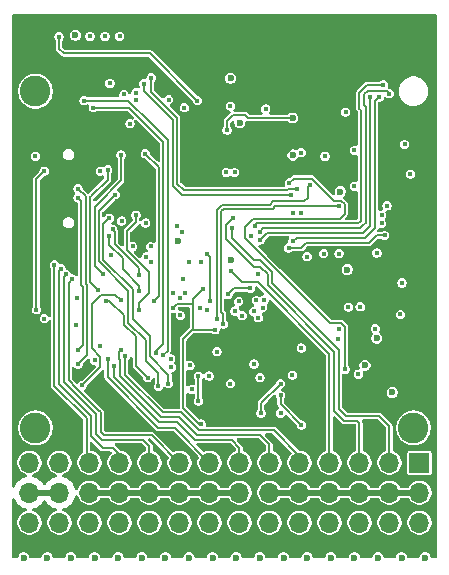
<source format=gbr>
%TF.GenerationSoftware,KiCad,Pcbnew,9.0.1*%
%TF.CreationDate,2025-04-15T01:41:33+09:00*%
%TF.ProjectId,STM32-FC_v2,53544d33-322d-4464-935f-76322e6b6963,rev?*%
%TF.SameCoordinates,Original*%
%TF.FileFunction,Copper,L2,Inr*%
%TF.FilePolarity,Positive*%
%FSLAX46Y46*%
G04 Gerber Fmt 4.6, Leading zero omitted, Abs format (unit mm)*
G04 Created by KiCad (PCBNEW 9.0.1) date 2025-04-15 01:41:33*
%MOMM*%
%LPD*%
G01*
G04 APERTURE LIST*
%TA.AperFunction,WasherPad*%
%ADD10C,2.600000*%
%TD*%
%TA.AperFunction,ComponentPad*%
%ADD11R,1.700000X1.700000*%
%TD*%
%TA.AperFunction,ComponentPad*%
%ADD12O,1.700000X1.700000*%
%TD*%
%TA.AperFunction,ViaPad*%
%ADD13C,0.450000*%
%TD*%
%TA.AperFunction,ViaPad*%
%ADD14C,0.600000*%
%TD*%
%TA.AperFunction,ViaPad*%
%ADD15C,1.000000*%
%TD*%
%TA.AperFunction,Conductor*%
%ADD16C,0.200000*%
%TD*%
%TA.AperFunction,Conductor*%
%ADD17C,0.500000*%
%TD*%
%TA.AperFunction,Conductor*%
%ADD18C,0.150000*%
%TD*%
G04 APERTURE END LIST*
D10*
%TO.N,*%
%TO.C,H1*%
X123000000Y-77500000D03*
%TD*%
%TO.N,*%
%TO.C,H3*%
X123000000Y-106000000D03*
%TD*%
%TO.N,*%
%TO.C,H4*%
X155000000Y-106000000D03*
%TD*%
D11*
%TO.N,/TIM4_CH2*%
%TO.C,J6*%
X155510000Y-108960000D03*
D12*
%TO.N,/TIM3_CH1*%
X152970000Y-108960000D03*
%TO.N,/TIM3_CH2*%
X150430000Y-108960000D03*
%TO.N,/TIM4_CH4*%
X147890000Y-108960000D03*
%TO.N,/TIM5_CH1*%
X145350000Y-108960000D03*
%TO.N,/TIM5_CH2*%
X142810000Y-108960000D03*
%TO.N,/TIM5_CH3*%
X140270000Y-108960000D03*
%TO.N,/TIM5_CH4*%
X137730000Y-108960000D03*
%TO.N,/TIM3_CH3*%
X135190000Y-108960000D03*
%TO.N,/TIM3_CH4*%
X132650000Y-108960000D03*
%TO.N,/TIM1_CH2*%
X130110000Y-108960000D03*
%TO.N,/TIM1_CH3*%
X127570000Y-108960000D03*
%TO.N,/RSSI_IN*%
X125030000Y-108960000D03*
%TO.N,/RC_INPUT/RCIN*%
X122490000Y-108960000D03*
%TO.N,+5V_PWM1*%
X155510000Y-111500000D03*
X152970000Y-111500000D03*
X150430000Y-111500000D03*
X147890000Y-111500000D03*
X145350000Y-111500000D03*
X142810000Y-111500000D03*
%TO.N,+5V_PWM2*%
X140270000Y-111500000D03*
X137730000Y-111500000D03*
X135190000Y-111500000D03*
X132650000Y-111500000D03*
X130110000Y-111500000D03*
X127570000Y-111500000D03*
%TO.N,+5V*%
X125030000Y-111500000D03*
X122490000Y-111500000D03*
%TO.N,GND*%
X155510000Y-114040000D03*
X152970000Y-114040000D03*
X150430000Y-114040000D03*
X147890000Y-114040000D03*
X145350000Y-114040000D03*
X142810000Y-114040000D03*
X140270000Y-114040000D03*
X137730000Y-114040000D03*
X135190000Y-114040000D03*
X132650000Y-114040000D03*
X130110000Y-114040000D03*
X127570000Y-114040000D03*
X125030000Y-114040000D03*
X122490000Y-114040000D03*
%TD*%
D13*
%TO.N,/RC_TX*%
X153900000Y-96400000D03*
%TO.N,/RC_RX*%
X154024982Y-93724982D03*
%TO.N,+3.3V*%
X152300000Y-88700000D03*
%TO.N,Net-(J4-SWICTH)*%
X152750000Y-87200000D03*
%TO.N,+5V*%
X155000000Y-99250000D03*
%TO.N,GND*%
X130300000Y-88500000D03*
D14*
X144000000Y-117000000D03*
X130000000Y-117000000D03*
D13*
X136250000Y-102750000D03*
D14*
X154000000Y-117000000D03*
X144800000Y-82900000D03*
X122000000Y-117000000D03*
X138000000Y-117000000D03*
X139573267Y-91800000D03*
D13*
X141250000Y-89750000D03*
X136000000Y-92000000D03*
D14*
X124000000Y-117000000D03*
D13*
X141500000Y-100600000D03*
D14*
X135100000Y-90200000D03*
X152000000Y-117000000D03*
X150900000Y-100701574D03*
X142000000Y-117000000D03*
X156000000Y-117000000D03*
X150000000Y-117000000D03*
X146000000Y-117000000D03*
X132000000Y-117000000D03*
X136000000Y-117000000D03*
D13*
X148676774Y-97625000D03*
X151900000Y-91200000D03*
D14*
X126000000Y-117000000D03*
X134000000Y-117000000D03*
X128000000Y-117000000D03*
D13*
X137700000Y-101600000D03*
D14*
X151900000Y-98400000D03*
X147998091Y-116995379D03*
X140300000Y-80154975D03*
X153200000Y-103000000D03*
D13*
X132745000Y-90641100D03*
D14*
X140000000Y-117000000D03*
D13*
X123000000Y-83000000D03*
X154750000Y-84500000D03*
X152300000Y-88000000D03*
%TO.N,/NRST*%
X131800000Y-96000000D03*
X131500000Y-88000000D03*
%TO.N,/OSC_IN*%
X136076700Y-100715528D03*
%TO.N,/OSC_OUT*%
X134500000Y-100865000D03*
D14*
%TO.N,+5V*%
X138400000Y-78300000D03*
X143800000Y-82900000D03*
X154875000Y-72750000D03*
D13*
X142500000Y-83000000D03*
D14*
X136375000Y-75625000D03*
D13*
X146800000Y-83000000D03*
D14*
X124000000Y-94775000D03*
X144779135Y-75629135D03*
X149000000Y-83100000D03*
D13*
X146350000Y-106250000D03*
X141150000Y-104250000D03*
X139474965Y-104774999D03*
D14*
X153300000Y-92000000D03*
X148625000Y-73225000D03*
X131500000Y-89825000D03*
D13*
X124210270Y-102780901D03*
X128512668Y-103987332D03*
X126299000Y-101737332D03*
D15*
X125500000Y-77500000D03*
D13*
X133569839Y-103593188D03*
%TO.N,Net-(BZ1-+)*%
X135600000Y-78900000D03*
%TO.N,/BOOT0*%
X123750000Y-84250000D03*
X123073201Y-96001599D03*
%TO.N,+3.3V*%
X126500000Y-95000000D03*
X148634732Y-98495000D03*
D14*
X148800000Y-86000000D03*
D13*
X128503032Y-99050000D03*
D14*
X139525000Y-76400000D03*
D13*
X142500000Y-79000000D03*
X130490000Y-77775000D03*
X132334819Y-88665182D03*
D14*
X126375000Y-72750000D03*
D13*
X128500000Y-84271232D03*
X149250000Y-79250000D03*
X128001493Y-100293279D03*
D14*
X149400000Y-92600000D03*
D13*
X151767000Y-97600000D03*
X136800000Y-101600000D03*
X136800000Y-103741000D03*
%TO.N,/RC_INPUT/RCIN*%
X130200000Y-95200000D03*
X126940228Y-102414891D03*
%TO.N,/LED_RED*%
X142353599Y-95187567D03*
%TO.N,/LED_YELLOW*%
X142235851Y-95826815D03*
%TO.N,/LED_GREEN*%
X145500000Y-99250000D03*
%TO.N,/TIM3_CH2*%
X139708639Y-88223726D03*
%TO.N,/TIM5_CH1*%
X130595000Y-99935146D03*
%TO.N,/TIM5_CH2*%
X130250000Y-99420000D03*
%TO.N,/TIM5_CH3*%
X129627926Y-100750000D03*
%TO.N,/TIM5_CH4*%
X129102926Y-100188374D03*
%TO.N,/SPI1_SCK*%
X137536340Y-96007571D03*
X134680548Y-94609266D03*
%TO.N,/SPI1_MISO*%
X135200000Y-95000000D03*
%TO.N,/SPI1_MOSI*%
X136900000Y-95875002D03*
X135700000Y-94563068D03*
%TO.N,/TIM3_CH1*%
X139628071Y-89119921D03*
%TO.N,/TIM3_CH3*%
X126100000Y-93400000D03*
%TO.N,/MAG_NSS*%
X141477169Y-96150633D03*
%TO.N,/FLASH_NSS*%
X148667469Y-87252232D03*
X138896921Y-97200000D03*
%TO.N,/SPI2_SCK*%
X147400000Y-91250000D03*
%TO.N,/PM_VOLTAGE*%
X127900000Y-78900000D03*
X133200000Y-99700000D03*
%TO.N,/PM_CURRENT*%
X127100000Y-78300000D03*
X133835271Y-99837596D03*
%TO.N,/USB_D-*%
X139150000Y-84368784D03*
%TO.N,/USB_D+*%
X139850000Y-84368784D03*
%TO.N,/RSSI_IN*%
X134453770Y-100168767D03*
%TO.N,/UART4_TX*%
X145106062Y-85749853D03*
X132800000Y-76350000D03*
%TO.N,/UART4_RX*%
X132150000Y-76850000D03*
X144670599Y-86275000D03*
%TO.N,/GPS1_BUZZER*%
X125000000Y-72874998D03*
X136700000Y-78300000D03*
%TO.N,/I2C1_SDA*%
X150500000Y-95750000D03*
%TO.N,/I2C1_SCL*%
X149500000Y-95775000D03*
%TO.N,/I2C2_SCL*%
X126600000Y-99400000D03*
X126600000Y-86500000D03*
%TO.N,/SPI2_MISO*%
X148700000Y-91250000D03*
%TO.N,/SPI2_MOSI*%
X146000000Y-91500000D03*
%TO.N,/UART5_TX*%
X123750000Y-96750000D03*
%TO.N,/UART5_RX*%
X126400000Y-97275000D03*
%TO.N,/I2C2_SDA*%
X126600000Y-100600000D03*
X126600000Y-85750000D03*
%TO.N,/UART2_CTS*%
X152453498Y-76950000D03*
X141560947Y-88880961D03*
%TO.N,/UART2_RTS*%
X141978832Y-89378832D03*
X152950000Y-77700000D03*
%TO.N,/UART2_RX*%
X152100000Y-78000000D03*
X144800000Y-90200000D03*
%TO.N,/UART2_TX*%
X151350000Y-78000000D03*
X141994838Y-90105289D03*
%TO.N,/Sensors/MAG_C1*%
X141200000Y-94200000D03*
X139300000Y-94700000D03*
%TO.N,/I2C3_SDA*%
X130125000Y-72850000D03*
%TO.N,/I2C3_SCL*%
X129294999Y-76825909D03*
%TO.N,/TIM4_CH4*%
X139510251Y-92715824D03*
%TO.N,/V_BATT*%
X150335713Y-101462046D03*
%TO.N,+3.3VA*%
X137000000Y-92000000D03*
X138200000Y-97700000D03*
X134674848Y-95846637D03*
X137191351Y-94266757D03*
X137019618Y-105685382D03*
%TO.N,/SPI3_SCK*%
X140200000Y-95300000D03*
%TO.N,/TIM3_CH4*%
X125586671Y-93017510D03*
%TO.N,/SPI3_MOSI*%
X140496446Y-96503554D03*
X141703783Y-95203027D03*
%TO.N,/SPI3_MISO*%
X141836623Y-92955482D03*
X139900000Y-96100000D03*
%TO.N,/PWR_SEL0*%
X144750000Y-101518165D03*
X129750000Y-86250000D03*
X133400000Y-102500000D03*
%TO.N,/GYRO2_NSS*%
X141857938Y-96677433D03*
%TO.N,/CAN1_RX*%
X145493415Y-87775000D03*
%TO.N,/GYRO1_NSS*%
X135503554Y-93396446D03*
%TO.N,/BARO_NSS*%
X135269242Y-96476350D03*
%TO.N,/PWR_SEL1*%
X142000000Y-101750000D03*
X144500000Y-85250000D03*
X149211815Y-101038184D03*
%TO.N,/CAN2_RX*%
X147500000Y-83000000D03*
%TO.N,/CAN2_TX*%
X145500000Y-82700000D03*
%TO.N,/MSD_NSS*%
X152550000Y-89700000D03*
X144430710Y-90761219D03*
%TO.N,/CAN1_STBY*%
X135435602Y-89383639D03*
%TO.N,/RC_TX*%
X139500000Y-78750000D03*
X154250000Y-82000000D03*
X128300000Y-94300000D03*
X129107721Y-84148440D03*
%TO.N,/TIM1_CH2*%
X125163350Y-92524253D03*
%TO.N,/CAN1_TX*%
X144843412Y-87775000D03*
%TO.N,/TIM1_CH3*%
X124600000Y-92200000D03*
%TO.N,/CAN2_STBY*%
X139225000Y-80775000D03*
D14*
X144762654Y-79762654D03*
D13*
X134975982Y-88924018D03*
%TO.N,/MSD_DETECT*%
X146200000Y-85400000D03*
X138375000Y-96812576D03*
%TO.N,/BARO_INT*%
X132780000Y-92000000D03*
%TO.N,/BOOT1*%
X129400000Y-91400000D03*
%TO.N,/GYRO2_INT*%
X138375894Y-99551324D03*
%TO.N,+5V_PWM2*%
X143750000Y-104760000D03*
%TO.N,/GYRO1_INT*%
X137800000Y-95300000D03*
X132378717Y-91527375D03*
X137500000Y-91250000D03*
%TO.N,/GPS1_SW_LED*%
X127625000Y-72850000D03*
%TO.N,/GPS1_SW*%
X128875000Y-72850000D03*
%TO.N,/RC_RX*%
X130250000Y-82900000D03*
X131505001Y-78239279D03*
X150000000Y-82500000D03*
X128700000Y-93000000D03*
%TO.N,Net-(Q1A-G)*%
X131508457Y-77619286D03*
X134262158Y-78205396D03*
%TO.N,+3.3VP*%
X150000000Y-85545000D03*
X131000000Y-80250000D03*
%TO.N,/SW_PWR_RC*%
X139505000Y-102250000D03*
X129003790Y-95249999D03*
X132500000Y-101750000D03*
%TO.N,/SW_PWR_IMU*%
X134250000Y-102250000D03*
X129250000Y-88250000D03*
%TO.N,/RC_PPM*%
X131232731Y-90641483D03*
%TO.N,/RC_INPUT/SBUS*%
X133000000Y-95220000D03*
X132300000Y-82800000D03*
%TO.N,/RC_SEL1*%
X131800000Y-94400000D03*
X129250000Y-89750000D03*
%TO.N,/RC_SEL0*%
X131800000Y-93100000D03*
X129527274Y-89195452D03*
%TO.N,Net-(Q3A-G)*%
X143750000Y-103250000D03*
X145500000Y-105750000D03*
%TO.N,Net-(Q3B-G)*%
X143750000Y-102260000D03*
X142100000Y-104750000D03*
%TD*%
D16*
%TO.N,/NRST*%
X130736731Y-89363269D02*
X130736731Y-90936731D01*
X131500000Y-88000000D02*
X131500000Y-88600000D01*
X130736731Y-90936731D02*
X132600000Y-92800000D01*
X131800000Y-95400000D02*
X132600000Y-94600000D01*
X131800000Y-96000000D02*
X131800000Y-95400000D01*
X132600000Y-92800000D02*
X132600000Y-94600000D01*
X131500000Y-88600000D02*
X130736731Y-89363269D01*
D17*
%TO.N,+5V*%
X122490000Y-111500000D02*
X125030000Y-111500000D01*
D16*
%TO.N,/BOOT0*%
X123073201Y-96001599D02*
X123073201Y-84926799D01*
X123073201Y-84926799D02*
X123750000Y-84250000D01*
%TO.N,+3.3V*%
X136800000Y-101600000D02*
X136800000Y-103741000D01*
%TO.N,/RC_INPUT/RCIN*%
X129753999Y-94753999D02*
X128517001Y-94753999D01*
X126940228Y-102414891D02*
X128500000Y-100855119D01*
X128500000Y-100855119D02*
X128500000Y-100000000D01*
X128500000Y-100000000D02*
X127771000Y-99271000D01*
X130200000Y-95200000D02*
X129753999Y-94753999D01*
X127771000Y-99271000D02*
X127771000Y-95500000D01*
X128517001Y-94753999D02*
X127771000Y-95500000D01*
%TO.N,/TIM3_CH2*%
X139103071Y-88829294D02*
X139103071Y-90003071D01*
X150430000Y-105630000D02*
X150430000Y-108960000D01*
X142656781Y-93943217D02*
X148290000Y-99576436D01*
X148290000Y-104565686D02*
X149124314Y-105400000D01*
X142028447Y-92371553D02*
X142656781Y-92999888D01*
X150200000Y-105400000D02*
X150430000Y-105630000D01*
X149124314Y-105400000D02*
X150200000Y-105400000D01*
X148290000Y-99576436D02*
X148290000Y-104565686D01*
X139103071Y-90003071D02*
X141471553Y-92371553D01*
X139708639Y-88223726D02*
X139103071Y-88829294D01*
X141471553Y-92371553D02*
X142028447Y-92371553D01*
X142656781Y-92999888D02*
X142656781Y-93943217D01*
%TO.N,/TIM5_CH1*%
X135332200Y-104698000D02*
X136834200Y-106200000D01*
X130595000Y-101538954D02*
X133754046Y-104698000D01*
X143200000Y-106200000D02*
X145350000Y-108350000D01*
X136834200Y-106200000D02*
X143200000Y-106200000D01*
X133754046Y-104698000D02*
X133797886Y-104698000D01*
X130595000Y-99935146D02*
X130595000Y-101538954D01*
X145350000Y-108350000D02*
X145350000Y-108960000D01*
X133797886Y-104698000D02*
X135332200Y-104698000D01*
%TO.N,/TIM5_CH2*%
X130099000Y-100140596D02*
X130099000Y-99571000D01*
X131832786Y-103300000D02*
X131831372Y-103300000D01*
X142000000Y-106600000D02*
X136667100Y-106600000D01*
X142810000Y-108960000D02*
X142810000Y-107410000D01*
X133631786Y-105099000D02*
X131832786Y-103300000D01*
X130122925Y-100164521D02*
X130099000Y-100140596D01*
X135166100Y-105099000D02*
X133631786Y-105099000D01*
X130122925Y-101591553D02*
X130122925Y-100164521D01*
X142810000Y-107410000D02*
X142000000Y-106600000D01*
X131831372Y-103300000D02*
X130122925Y-101591553D01*
X136667100Y-106600000D02*
X135166100Y-105099000D01*
X130099000Y-99571000D02*
X130250000Y-99420000D01*
%TO.N,/TIM5_CH3*%
X139600000Y-107000000D02*
X140270000Y-107670000D01*
X136500000Y-107000000D02*
X139600000Y-107000000D01*
X140270000Y-107670000D02*
X140270000Y-108960000D01*
X135000000Y-105500000D02*
X136500000Y-107000000D01*
X129627926Y-100750000D02*
X129627926Y-101662240D01*
X133465686Y-105500000D02*
X135000000Y-105500000D01*
X129627926Y-101662240D02*
X133465686Y-105500000D01*
%TO.N,/TIM5_CH4*%
X129102926Y-100188374D02*
X129102926Y-101702926D01*
X134770000Y-106000000D02*
X137730000Y-108960000D01*
X133400000Y-106000000D02*
X134770000Y-106000000D01*
X129102926Y-101702926D02*
X133400000Y-106000000D01*
%TO.N,/TIM3_CH1*%
X139628071Y-89119921D02*
X139628071Y-89962385D01*
X143056781Y-92834203D02*
X143056781Y-93777531D01*
X139628071Y-89962385D02*
X141482843Y-91817157D01*
X141482843Y-91817157D02*
X142039736Y-91817157D01*
X152970000Y-105870000D02*
X152970000Y-108960000D01*
X149290000Y-105000000D02*
X152100000Y-105000000D01*
X152100000Y-105000000D02*
X152970000Y-105870000D01*
X142039736Y-91817157D02*
X143056781Y-92834203D01*
X143056781Y-93777531D02*
X148690000Y-99410750D01*
X148690000Y-104400000D02*
X149290000Y-105000000D01*
X148690000Y-99410750D02*
X148690000Y-104400000D01*
%TO.N,/TIM3_CH3*%
X126412650Y-102587350D02*
X125804000Y-101978700D01*
X128527000Y-106359900D02*
X128527000Y-104701700D01*
X128527000Y-104701700D02*
X128292100Y-104466800D01*
X125804000Y-93696000D02*
X125804000Y-94100000D01*
X130600000Y-106599000D02*
X132829000Y-106599000D01*
X128292100Y-104466800D02*
X126412650Y-102587350D01*
X132829000Y-106599000D02*
X135190000Y-108960000D01*
X130600000Y-106599000D02*
X128766100Y-106599000D01*
X125804000Y-101978700D02*
X125804000Y-101000000D01*
X125804000Y-101000000D02*
X125804000Y-94100000D01*
X126100000Y-93400000D02*
X125804000Y-93696000D01*
X128766100Y-106599000D02*
X128527000Y-106359900D01*
D18*
%TO.N,/FLASH_NSS*%
X143071232Y-87450000D02*
X143300000Y-87221232D01*
X138896921Y-96371921D02*
X138725000Y-96200000D01*
X138950000Y-87450000D02*
X143071232Y-87450000D01*
X138725000Y-87675000D02*
X138950000Y-87450000D01*
X138896921Y-97200000D02*
X138896921Y-96371921D01*
X138725000Y-96200000D02*
X138725000Y-87675000D01*
X143300000Y-87221232D02*
X148636469Y-87221232D01*
X148636469Y-87221232D02*
X148667469Y-87252232D01*
D16*
%TO.N,/PM_VOLTAGE*%
X130900000Y-78900000D02*
X133807848Y-81807848D01*
X127900000Y-78900000D02*
X130900000Y-78900000D01*
X133200000Y-99700000D02*
X133200000Y-99500000D01*
X133807848Y-81807848D02*
X133807848Y-98892152D01*
X133200000Y-99500000D02*
X133807848Y-98892152D01*
%TO.N,/PM_CURRENT*%
X132682843Y-80117157D02*
X133932843Y-81367157D01*
X134178848Y-99494019D02*
X134178848Y-81613162D01*
X130865686Y-78300000D02*
X132682843Y-80117157D01*
X134178848Y-81613162D02*
X133932843Y-81367157D01*
X127100000Y-78300000D02*
X130865686Y-78300000D01*
X133835271Y-99837596D02*
X134178848Y-99494019D01*
%TO.N,/UART4_TX*%
X132800000Y-77558626D02*
X132800000Y-76350000D01*
X144327722Y-85874000D02*
X135541100Y-85874000D01*
X135001000Y-79759626D02*
X132800000Y-77558626D01*
X135541100Y-85874000D02*
X135001000Y-85333900D01*
X135001000Y-85333900D02*
X135001000Y-79759626D01*
X145106062Y-85749853D02*
X144451869Y-85749853D01*
X144451869Y-85749853D02*
X144327722Y-85874000D01*
%TO.N,/UART4_RX*%
X134600000Y-79924312D02*
X134600000Y-85500000D01*
X135375000Y-86275000D02*
X144670599Y-86275000D01*
X134600000Y-85500000D02*
X135375000Y-86275000D01*
X132150000Y-76850000D02*
X132150000Y-77474312D01*
X132150000Y-77474312D02*
X134600000Y-79924312D01*
%TO.N,/GPS1_BUZZER*%
X132700000Y-74300000D02*
X136700000Y-78300000D01*
X125000000Y-73900000D02*
X125400000Y-74300000D01*
X125400000Y-74300000D02*
X132700000Y-74300000D01*
X125000000Y-72874998D02*
X125000000Y-73900000D01*
%TO.N,/I2C2_SCL*%
X126891000Y-86791000D02*
X126600000Y-86500000D01*
X126600000Y-99400000D02*
X127000000Y-99000000D01*
X126891000Y-93940346D02*
X126891000Y-86791000D01*
X127000000Y-94049347D02*
X126891000Y-93940346D01*
X127000000Y-99000000D02*
X127000000Y-94049347D01*
%TO.N,/I2C2_SDA*%
X127400000Y-93924674D02*
X127262000Y-93786673D01*
X127400000Y-99800000D02*
X127400000Y-93924674D01*
X127262000Y-93786673D02*
X127262000Y-86412000D01*
X126600000Y-100600000D02*
X127400000Y-99800000D01*
X127262000Y-86412000D02*
X126600000Y-85750000D01*
%TO.N,/UART2_CTS*%
X141741908Y-88700000D02*
X141560947Y-88880961D01*
X150300000Y-88700000D02*
X141741908Y-88700000D01*
X150550000Y-88450000D02*
X150550000Y-79100000D01*
X151084314Y-76950000D02*
X152453498Y-76950000D01*
X150450000Y-88550000D02*
X150300000Y-88700000D01*
X150425000Y-78975000D02*
X150425000Y-77609314D01*
X150425000Y-77609314D02*
X151084314Y-76950000D01*
X150450000Y-88550000D02*
X150550000Y-88450000D01*
X150550000Y-79100000D02*
X150425000Y-78975000D01*
%TO.N,/UART2_RTS*%
X150825000Y-77775000D02*
X151125000Y-77475000D01*
X150825000Y-78709315D02*
X150825000Y-77775000D01*
X150850000Y-88750000D02*
X150500000Y-89100000D01*
X150950000Y-78834315D02*
X150825000Y-78709315D01*
X151125000Y-77475000D02*
X152725000Y-77475000D01*
X150950000Y-88650000D02*
X150950000Y-78834315D01*
X152725000Y-77475000D02*
X152950000Y-77700000D01*
X142257664Y-89100000D02*
X141978832Y-89378832D01*
X150850000Y-88750000D02*
X150950000Y-88650000D01*
X150500000Y-89100000D02*
X142257664Y-89100000D01*
%TO.N,/UART2_RX*%
X150915686Y-89900000D02*
X151750000Y-89065686D01*
X145100000Y-89900000D02*
X150915686Y-89900000D01*
X151750000Y-78350000D02*
X152100000Y-78000000D01*
X144800000Y-90200000D02*
X145100000Y-89900000D01*
X151750000Y-89065686D02*
X151750000Y-78350000D01*
%TO.N,/UART2_TX*%
X151350000Y-88900000D02*
X151350000Y-79000000D01*
X151350000Y-79000000D02*
X151350000Y-78000000D01*
X142600127Y-89500000D02*
X141994838Y-90105289D01*
X150750000Y-89500000D02*
X142600127Y-89500000D01*
X151250000Y-89000000D02*
X150750000Y-89500000D01*
X151250000Y-89000000D02*
X151350000Y-88900000D01*
%TO.N,/Sensors/MAG_C1*%
X139800000Y-94200000D02*
X141200000Y-94200000D01*
X139300000Y-94700000D02*
X139800000Y-94200000D01*
%TO.N,/TIM4_CH4*%
X139510251Y-92715824D02*
X140469427Y-93675000D01*
X147890000Y-99742122D02*
X147890000Y-108960000D01*
X141822877Y-93675000D02*
X147890000Y-99742122D01*
X140469427Y-93675000D02*
X141822877Y-93675000D01*
%TO.N,+3.3VA*%
X136844256Y-105685382D02*
X137019618Y-105685382D01*
X136354054Y-96400000D02*
X136354054Y-97645946D01*
X135500000Y-98600000D02*
X135500000Y-104341126D01*
X137191351Y-94266757D02*
X136354054Y-95104054D01*
X138200000Y-97700000D02*
X136300000Y-97700000D01*
X135500000Y-104341126D02*
X136844256Y-105685382D01*
X136354054Y-95500000D02*
X135021485Y-95500000D01*
X136354054Y-97645946D02*
X136300000Y-97700000D01*
X136354054Y-95500000D02*
X136354054Y-96400000D01*
X135500000Y-98500000D02*
X135500000Y-98600000D01*
X136354054Y-95104054D02*
X136354054Y-95500000D01*
X136354054Y-97645946D02*
X135500000Y-98500000D01*
X135021485Y-95500000D02*
X134674848Y-95846637D01*
%TO.N,/TIM3_CH4*%
X125403000Y-93201181D02*
X125586671Y-93017510D01*
X132100000Y-107000000D02*
X132650000Y-107550000D01*
X125403000Y-101200000D02*
X125403000Y-93201181D01*
X126829100Y-103570900D02*
X125403000Y-102144800D01*
X128126000Y-106526000D02*
X128126000Y-106000000D01*
X125403000Y-102144800D02*
X125403000Y-101200000D01*
X132650000Y-107550000D02*
X132650000Y-108960000D01*
X128126000Y-106000000D02*
X128126000Y-104867800D01*
X128600000Y-107000000D02*
X128126000Y-106526000D01*
X132100000Y-107000000D02*
X128600000Y-107000000D01*
X128126000Y-104867800D02*
X126829100Y-103570900D01*
%TO.N,/PWR_SEL0*%
X130856621Y-97106621D02*
X132333000Y-98583000D01*
X133400000Y-101400000D02*
X133400000Y-102500000D01*
X129750000Y-86250000D02*
X128375000Y-87625000D01*
X128375000Y-91895674D02*
X130856621Y-94377295D01*
X132333000Y-98583000D02*
X132333000Y-100333000D01*
X128375000Y-87625000D02*
X128375000Y-91895674D01*
X130856621Y-94377295D02*
X130856621Y-97106621D01*
X132333000Y-100333000D02*
X133400000Y-101400000D01*
%TO.N,/PWR_SEL1*%
X141411458Y-88329000D02*
X140754000Y-88986458D01*
X140754000Y-88986458D02*
X140754000Y-89955450D01*
X148750000Y-88329000D02*
X141411458Y-88329000D01*
X144500000Y-85250000D02*
X144846000Y-84904000D01*
X144846000Y-84904000D02*
X146405450Y-84904000D01*
X149163469Y-87915531D02*
X148750000Y-88329000D01*
X148257682Y-86756232D02*
X148872919Y-86756232D01*
X140754000Y-89955450D02*
X147927550Y-97129000D01*
X148882224Y-97129000D02*
X149211815Y-97458591D01*
X149163469Y-87046782D02*
X149163469Y-87915531D01*
X147927550Y-97129000D02*
X148882224Y-97129000D01*
X146405450Y-84904000D02*
X148257682Y-86756232D01*
X148872919Y-86756232D02*
X149163469Y-87046782D01*
X149211815Y-97458591D02*
X149211815Y-101038184D01*
%TO.N,/MSD_NSS*%
X145932842Y-90332843D02*
X151267157Y-90332843D01*
X145504467Y-90761219D02*
X145665686Y-90600000D01*
X151267157Y-90332843D02*
X151900000Y-89700000D01*
X151900000Y-89700000D02*
X152550000Y-89700000D01*
X145665686Y-90600000D02*
X145932842Y-90332843D01*
X144430710Y-90761219D02*
X145504467Y-90761219D01*
%TO.N,/RC_TX*%
X127633000Y-86467000D02*
X127700000Y-86400000D01*
X128300000Y-94300000D02*
X127633000Y-93633000D01*
X129107721Y-84992279D02*
X129107721Y-84148440D01*
X127700000Y-86400000D02*
X129107721Y-84992279D01*
X127633000Y-93633000D02*
X127633000Y-86467000D01*
%TO.N,/TIM1_CH2*%
X128725686Y-107725686D02*
X127725000Y-106725000D01*
X127725000Y-105033900D02*
X125002000Y-102310900D01*
X130110000Y-108960000D02*
X130110000Y-108235686D01*
X130110000Y-108235686D02*
X129600000Y-107725686D01*
X127725000Y-106725000D02*
X127725000Y-105033900D01*
X129600000Y-107725686D02*
X128725686Y-107725686D01*
X125002000Y-102310900D02*
X125002000Y-92685603D01*
X125002000Y-92685603D02*
X125163350Y-92524253D01*
%TO.N,/TIM1_CH3*%
X124600000Y-92200000D02*
X124601000Y-92201000D01*
X127324000Y-108714000D02*
X127324000Y-105200000D01*
X124601000Y-92201000D02*
X124601000Y-102477000D01*
X127570000Y-108960000D02*
X127324000Y-108714000D01*
X124601000Y-102477000D02*
X127324000Y-105200000D01*
%TO.N,/CAN2_STBY*%
X144750000Y-79750000D02*
X141000000Y-79750000D01*
X140750000Y-79500000D02*
X139750000Y-79500000D01*
X141000000Y-79750000D02*
X140750000Y-79500000D01*
X139750000Y-79500000D02*
X139225000Y-80025000D01*
X139225000Y-80025000D02*
X139225000Y-80775000D01*
X144762654Y-79762654D02*
X144750000Y-79750000D01*
D18*
%TO.N,/MSD_DETECT*%
X138375000Y-96812576D02*
X138375000Y-87525000D01*
X142833616Y-87100000D02*
X143100000Y-86833616D01*
X138800000Y-87100000D02*
X142833616Y-87100000D01*
X146100000Y-86500000D02*
X146100000Y-85500000D01*
X143100000Y-86833616D02*
X145766384Y-86833616D01*
X146100000Y-85500000D02*
X146200000Y-85400000D01*
X145766384Y-86833616D02*
X146100000Y-86500000D01*
X138375000Y-87525000D02*
X138800000Y-87100000D01*
D17*
%TO.N,+5V_PWM1*%
X142810000Y-111500000D02*
X155510000Y-111500000D01*
%TO.N,+5V_PWM2*%
X127570000Y-111500000D02*
X140270000Y-111500000D01*
D16*
%TO.N,/GYRO1_INT*%
X137500000Y-91250000D02*
X137800000Y-91550000D01*
X137800000Y-91550000D02*
X137800000Y-95300000D01*
%TO.N,/RC_RX*%
X128199275Y-87099275D02*
X130250000Y-85048550D01*
X128004000Y-92304000D02*
X128700000Y-93000000D01*
X130250000Y-85048550D02*
X130250000Y-82900000D01*
X128700000Y-93000000D02*
X128700000Y-92900000D01*
X128004000Y-87294550D02*
X128004000Y-92304000D01*
X128199275Y-87099275D02*
X128004000Y-87294550D01*
%TO.N,/SW_PWR_RC*%
X129003790Y-95249999D02*
X129249999Y-95249999D01*
X131487663Y-98262337D02*
X131487663Y-100737663D01*
X130485621Y-96485621D02*
X130485621Y-97260295D01*
X131487663Y-100737663D02*
X132500000Y-101750000D01*
X130485621Y-97260295D02*
X131487663Y-98262337D01*
X129249999Y-95249999D02*
X130485621Y-96485621D01*
%TO.N,/SW_PWR_IMU*%
X129250000Y-88250000D02*
X128754000Y-88746000D01*
X128754000Y-91750000D02*
X131227621Y-94223621D01*
X131227621Y-94223621D02*
X131227621Y-96772379D01*
X132704000Y-98248759D02*
X132704000Y-99954000D01*
X128754000Y-88746000D02*
X128754000Y-91750000D01*
X131227621Y-96772379D02*
X132704000Y-98248759D01*
X132704000Y-99954000D02*
X134250000Y-101500000D01*
X134250000Y-101500000D02*
X134250000Y-102250000D01*
%TO.N,/RC_INPUT/SBUS*%
X133436848Y-84700000D02*
X133436848Y-94800000D01*
X132300000Y-82800000D02*
X133436848Y-83936848D01*
X133436848Y-83936848D02*
X133436848Y-84700000D01*
X133016848Y-95220000D02*
X133436848Y-94800000D01*
X133000000Y-95220000D02*
X133016848Y-95220000D01*
%TO.N,/RC_SEL1*%
X131800000Y-94000000D02*
X130375326Y-92575326D01*
X130375326Y-92575326D02*
X130375326Y-91624674D01*
X129250000Y-90499348D02*
X129250000Y-89750000D01*
X130375326Y-91624674D02*
X129250000Y-90499348D01*
X131800000Y-94400000D02*
X131800000Y-94000000D01*
%TO.N,/RC_SEL0*%
X129527274Y-89195452D02*
X129746000Y-89414178D01*
X129746000Y-89414178D02*
X129746000Y-90470674D01*
X131800000Y-93100000D02*
X131800000Y-92524674D01*
X131800000Y-92524674D02*
X131687663Y-92412337D01*
X129746000Y-90470674D02*
X131687663Y-92412337D01*
%TO.N,Net-(Q3A-G)*%
X143750000Y-103240000D02*
X143750000Y-103990000D01*
X143750000Y-103990000D02*
X145500000Y-105740000D01*
%TO.N,Net-(Q3B-G)*%
X142100000Y-103900000D02*
X142100000Y-104740000D01*
X143750000Y-102250000D02*
X142100000Y-103900000D01*
%TD*%
%TA.AperFunction,Conductor*%
%TO.N,+5V*%
G36*
X136026593Y-95790185D02*
G01*
X136072348Y-95842989D01*
X136083554Y-95894500D01*
X136083554Y-97482538D01*
X136063869Y-97549577D01*
X136047235Y-97570219D01*
X135270683Y-98346771D01*
X135270682Y-98346771D01*
X135269407Y-98349850D01*
X135253623Y-98387955D01*
X135253623Y-98387956D01*
X135253622Y-98387955D01*
X135229501Y-98446190D01*
X135229500Y-98446195D01*
X135229500Y-104303500D01*
X135209815Y-104370539D01*
X135157011Y-104416294D01*
X135105500Y-104427500D01*
X133917453Y-104427500D01*
X133850414Y-104407815D01*
X133829772Y-104391181D01*
X130901819Y-101463228D01*
X130868334Y-101401905D01*
X130865500Y-101375547D01*
X130865500Y-100275330D01*
X130880367Y-100216457D01*
X130888983Y-100200484D01*
X130911479Y-100177989D01*
X130963548Y-100087803D01*
X130977143Y-100037061D01*
X130984030Y-100024297D01*
X130998814Y-100009361D01*
X131009752Y-99991417D01*
X131022900Y-99985029D01*
X131033184Y-99974641D01*
X131053696Y-99970069D01*
X131072599Y-99960887D01*
X131087113Y-99962622D01*
X131101380Y-99959443D01*
X131121104Y-99966685D01*
X131141975Y-99969181D01*
X131153248Y-99978489D01*
X131166968Y-99983527D01*
X131179645Y-100000284D01*
X131195853Y-100013666D01*
X131200304Y-100027590D01*
X131209123Y-100039247D01*
X131210728Y-100060200D01*
X131217128Y-100080218D01*
X131217163Y-100083170D01*
X131217163Y-100791471D01*
X131236948Y-100839233D01*
X131236948Y-100839237D01*
X131236950Y-100839237D01*
X131258344Y-100890889D01*
X131258346Y-100890891D01*
X132068181Y-101700726D01*
X132101666Y-101762049D01*
X132104500Y-101788407D01*
X132104500Y-101802069D01*
X132131452Y-101902657D01*
X132183521Y-101992843D01*
X132257157Y-102066479D01*
X132347343Y-102118548D01*
X132447931Y-102145500D01*
X132447933Y-102145500D01*
X132552067Y-102145500D01*
X132552069Y-102145500D01*
X132652657Y-102118548D01*
X132742843Y-102066479D01*
X132816479Y-101992843D01*
X132868548Y-101902657D01*
X132885725Y-101838547D01*
X132922090Y-101778888D01*
X132984937Y-101748359D01*
X133054312Y-101756653D01*
X133108190Y-101801139D01*
X133129465Y-101867691D01*
X133129500Y-101870642D01*
X133129500Y-102159816D01*
X133109815Y-102226855D01*
X133093181Y-102247497D01*
X133083523Y-102257154D01*
X133083519Y-102257160D01*
X133031453Y-102347340D01*
X133031452Y-102347343D01*
X133004500Y-102447931D01*
X133004500Y-102552069D01*
X133031452Y-102652657D01*
X133083521Y-102742843D01*
X133157157Y-102816479D01*
X133247343Y-102868548D01*
X133347931Y-102895500D01*
X133347933Y-102895500D01*
X133452067Y-102895500D01*
X133452069Y-102895500D01*
X133552657Y-102868548D01*
X133642843Y-102816479D01*
X133716479Y-102742843D01*
X133768548Y-102652657D01*
X133781595Y-102603960D01*
X133817959Y-102544301D01*
X133880806Y-102513771D01*
X133950181Y-102522065D01*
X133989051Y-102548373D01*
X134007157Y-102566479D01*
X134097343Y-102618548D01*
X134197931Y-102645500D01*
X134197933Y-102645500D01*
X134302067Y-102645500D01*
X134302069Y-102645500D01*
X134402657Y-102618548D01*
X134492843Y-102566479D01*
X134566479Y-102492843D01*
X134618548Y-102402657D01*
X134645500Y-102302069D01*
X134645500Y-102197931D01*
X134618548Y-102097343D01*
X134566479Y-102007157D01*
X134556819Y-101997497D01*
X134523334Y-101936174D01*
X134520500Y-101909816D01*
X134520500Y-101446195D01*
X134520500Y-101446194D01*
X134508529Y-101417295D01*
X134501061Y-101347828D01*
X134532335Y-101285348D01*
X134590996Y-101250069D01*
X134652657Y-101233548D01*
X134742843Y-101181479D01*
X134816479Y-101107843D01*
X134868548Y-101017657D01*
X134895500Y-100917069D01*
X134895500Y-100812931D01*
X134868548Y-100712343D01*
X134816479Y-100622157D01*
X134775771Y-100581449D01*
X134742286Y-100520126D01*
X134747270Y-100450434D01*
X134767194Y-100419507D01*
X134765302Y-100418056D01*
X134770240Y-100411618D01*
X134770249Y-100411610D01*
X134822318Y-100321424D01*
X134849270Y-100220836D01*
X134849270Y-100116698D01*
X134822318Y-100016110D01*
X134770249Y-99925924D01*
X134696613Y-99852288D01*
X134606429Y-99800220D01*
X134606428Y-99800219D01*
X134507515Y-99773716D01*
X134492913Y-99764815D01*
X134476344Y-99760588D01*
X134463699Y-99747008D01*
X134447855Y-99737351D01*
X134440383Y-99721969D01*
X134428729Y-99709454D01*
X134425432Y-99691192D01*
X134417326Y-99674504D01*
X134419292Y-99657174D01*
X134416318Y-99640695D01*
X134425042Y-99606510D01*
X134425043Y-99606499D01*
X134429909Y-99594753D01*
X134449348Y-99547825D01*
X134449348Y-96357266D01*
X134469033Y-96290227D01*
X134521837Y-96244472D01*
X134575814Y-96233291D01*
X134590883Y-96233590D01*
X134622779Y-96242137D01*
X134726917Y-96242137D01*
X134747207Y-96236700D01*
X134764783Y-96237050D01*
X134782008Y-96242482D01*
X134800068Y-96242911D01*
X134814638Y-96252771D01*
X134831418Y-96258063D01*
X134842973Y-96271946D01*
X134857933Y-96282071D01*
X134864859Y-96298243D01*
X134876114Y-96311767D01*
X134878328Y-96329696D01*
X134885439Y-96346299D01*
X134883584Y-96372241D01*
X134884680Y-96381110D01*
X134882648Y-96385333D01*
X134882092Y-96393117D01*
X134873742Y-96424279D01*
X134873742Y-96424281D01*
X134873742Y-96528419D01*
X134899719Y-96625366D01*
X134900694Y-96629006D01*
X134900695Y-96629009D01*
X134912253Y-96649028D01*
X134952763Y-96719193D01*
X135026399Y-96792829D01*
X135116585Y-96844898D01*
X135217173Y-96871850D01*
X135217175Y-96871850D01*
X135321309Y-96871850D01*
X135321311Y-96871850D01*
X135421899Y-96844898D01*
X135512085Y-96792829D01*
X135585721Y-96719193D01*
X135637790Y-96629007D01*
X135664742Y-96528419D01*
X135664742Y-96424281D01*
X135637790Y-96323693D01*
X135637438Y-96323084D01*
X135610112Y-96275754D01*
X135585721Y-96233507D01*
X135512085Y-96159871D01*
X135422337Y-96108055D01*
X135421901Y-96107803D01*
X135421900Y-96107802D01*
X135421899Y-96107802D01*
X135321311Y-96080850D01*
X135217173Y-96080850D01*
X135217170Y-96080850D01*
X135213858Y-96081738D01*
X135212720Y-96081710D01*
X135211740Y-96082285D01*
X135177907Y-96080880D01*
X135144008Y-96080071D01*
X135143065Y-96079433D01*
X135141931Y-96079386D01*
X135114232Y-96059915D01*
X135086148Y-96040904D01*
X135085700Y-96039858D01*
X135084771Y-96039205D01*
X135071994Y-96007847D01*
X135058648Y-95976674D01*
X135058695Y-95975206D01*
X135058408Y-95974500D01*
X135058932Y-95967983D01*
X135059872Y-95939237D01*
X135060750Y-95934526D01*
X135070348Y-95898706D01*
X135070348Y-95883040D01*
X135072448Y-95871776D01*
X135083288Y-95850429D01*
X135090033Y-95827461D01*
X135098819Y-95819847D01*
X135104085Y-95809479D01*
X135124746Y-95797381D01*
X135142837Y-95781706D01*
X135156652Y-95778700D01*
X135164380Y-95774176D01*
X135175355Y-95774631D01*
X135194348Y-95770500D01*
X135959554Y-95770500D01*
X136026593Y-95790185D01*
G37*
%TD.AperFunction*%
%TA.AperFunction,Conductor*%
G36*
X127525327Y-100159732D02*
G01*
X127581260Y-100201604D01*
X127605677Y-100267068D01*
X127605993Y-100275914D01*
X127605993Y-100345348D01*
X127625864Y-100419507D01*
X127632945Y-100445935D01*
X127632946Y-100445938D01*
X127633757Y-100447343D01*
X127685014Y-100536122D01*
X127758650Y-100609758D01*
X127848836Y-100661827D01*
X127949424Y-100688779D01*
X127949426Y-100688779D01*
X127984433Y-100688779D01*
X128051472Y-100708464D01*
X128097227Y-100761268D01*
X128107171Y-100830426D01*
X128078146Y-100893982D01*
X128072114Y-100900460D01*
X126989502Y-101983072D01*
X126928179Y-102016557D01*
X126901821Y-102019391D01*
X126888159Y-102019391D01*
X126787571Y-102046343D01*
X126787568Y-102046344D01*
X126697388Y-102098410D01*
X126697382Y-102098414D01*
X126623751Y-102172045D01*
X126623747Y-102172051D01*
X126615290Y-102186699D01*
X126564722Y-102234913D01*
X126496115Y-102248135D01*
X126431251Y-102222166D01*
X126420223Y-102212378D01*
X126110819Y-101902974D01*
X126077334Y-101841651D01*
X126074500Y-101815293D01*
X126074500Y-100933184D01*
X126094185Y-100866145D01*
X126146989Y-100820390D01*
X126216147Y-100810446D01*
X126279703Y-100839471D01*
X126286181Y-100845503D01*
X126357157Y-100916479D01*
X126447343Y-100968548D01*
X126547931Y-100995500D01*
X126547933Y-100995500D01*
X126652067Y-100995500D01*
X126652069Y-100995500D01*
X126752657Y-100968548D01*
X126842843Y-100916479D01*
X126916479Y-100842843D01*
X126968548Y-100752657D01*
X126995500Y-100652069D01*
X126995500Y-100638407D01*
X127015185Y-100571368D01*
X127031819Y-100550726D01*
X127394312Y-100188233D01*
X127455635Y-100154748D01*
X127525327Y-100159732D01*
G37*
%TD.AperFunction*%
%TA.AperFunction,Conductor*%
G36*
X156943039Y-71019685D02*
G01*
X156988794Y-71072489D01*
X157000000Y-71124000D01*
X157000000Y-116876000D01*
X156980315Y-116943039D01*
X156927511Y-116988794D01*
X156876000Y-117000000D01*
X156582246Y-117000000D01*
X156515207Y-116980315D01*
X156469452Y-116927511D01*
X156462471Y-116908094D01*
X156438436Y-116818394D01*
X156376494Y-116711106D01*
X156288894Y-116623506D01*
X156181606Y-116561564D01*
X156181607Y-116561564D01*
X156151690Y-116553548D01*
X156061943Y-116529500D01*
X155938057Y-116529500D01*
X155848309Y-116553548D01*
X155818393Y-116561564D01*
X155711107Y-116623505D01*
X155711104Y-116623507D01*
X155623507Y-116711104D01*
X155623505Y-116711107D01*
X155561564Y-116818393D01*
X155537529Y-116908094D01*
X155501163Y-116967754D01*
X155438316Y-116998283D01*
X155417754Y-117000000D01*
X154582246Y-117000000D01*
X154515207Y-116980315D01*
X154469452Y-116927511D01*
X154462471Y-116908094D01*
X154438436Y-116818394D01*
X154376494Y-116711106D01*
X154288894Y-116623506D01*
X154181606Y-116561564D01*
X154181607Y-116561564D01*
X154151690Y-116553548D01*
X154061943Y-116529500D01*
X153938057Y-116529500D01*
X153848309Y-116553548D01*
X153818393Y-116561564D01*
X153711107Y-116623505D01*
X153711104Y-116623507D01*
X153623507Y-116711104D01*
X153623505Y-116711107D01*
X153561564Y-116818393D01*
X153537529Y-116908094D01*
X153501163Y-116967754D01*
X153438316Y-116998283D01*
X153417754Y-117000000D01*
X152582246Y-117000000D01*
X152515207Y-116980315D01*
X152469452Y-116927511D01*
X152462471Y-116908094D01*
X152438436Y-116818394D01*
X152376494Y-116711106D01*
X152288894Y-116623506D01*
X152181606Y-116561564D01*
X152181607Y-116561564D01*
X152151690Y-116553548D01*
X152061943Y-116529500D01*
X151938057Y-116529500D01*
X151848309Y-116553548D01*
X151818393Y-116561564D01*
X151711107Y-116623505D01*
X151711104Y-116623507D01*
X151623507Y-116711104D01*
X151623505Y-116711107D01*
X151561564Y-116818393D01*
X151537529Y-116908094D01*
X151501163Y-116967754D01*
X151438316Y-116998283D01*
X151417754Y-117000000D01*
X150582246Y-117000000D01*
X150515207Y-116980315D01*
X150469452Y-116927511D01*
X150462471Y-116908094D01*
X150438436Y-116818394D01*
X150376494Y-116711106D01*
X150288894Y-116623506D01*
X150181606Y-116561564D01*
X150181607Y-116561564D01*
X150151690Y-116553548D01*
X150061943Y-116529500D01*
X149938057Y-116529500D01*
X149848309Y-116553548D01*
X149818393Y-116561564D01*
X149711107Y-116623505D01*
X149711104Y-116623507D01*
X149623507Y-116711104D01*
X149623505Y-116711107D01*
X149561564Y-116818393D01*
X149537529Y-116908094D01*
X149501163Y-116967754D01*
X149438316Y-116998283D01*
X149417754Y-117000000D01*
X148581575Y-117000000D01*
X148514536Y-116980315D01*
X148468781Y-116927511D01*
X148461802Y-116908099D01*
X148436527Y-116813773D01*
X148374585Y-116706485D01*
X148286985Y-116618885D01*
X148179697Y-116556943D01*
X148179698Y-116556943D01*
X148149781Y-116548927D01*
X148060034Y-116524879D01*
X147936148Y-116524879D01*
X147846400Y-116548927D01*
X147816484Y-116556943D01*
X147709198Y-116618884D01*
X147709195Y-116618886D01*
X147621598Y-116706483D01*
X147621596Y-116706486D01*
X147559655Y-116813772D01*
X147559655Y-116813773D01*
X147534381Y-116908095D01*
X147498017Y-116967754D01*
X147435170Y-116998283D01*
X147414607Y-117000000D01*
X146582246Y-117000000D01*
X146515207Y-116980315D01*
X146469452Y-116927511D01*
X146462471Y-116908094D01*
X146438436Y-116818394D01*
X146376494Y-116711106D01*
X146288894Y-116623506D01*
X146181606Y-116561564D01*
X146181607Y-116561564D01*
X146151690Y-116553548D01*
X146061943Y-116529500D01*
X145938057Y-116529500D01*
X145848309Y-116553548D01*
X145818393Y-116561564D01*
X145711107Y-116623505D01*
X145711104Y-116623507D01*
X145623507Y-116711104D01*
X145623505Y-116711107D01*
X145561564Y-116818393D01*
X145537529Y-116908094D01*
X145501163Y-116967754D01*
X145438316Y-116998283D01*
X145417754Y-117000000D01*
X144582246Y-117000000D01*
X144515207Y-116980315D01*
X144469452Y-116927511D01*
X144462471Y-116908094D01*
X144438436Y-116818394D01*
X144376494Y-116711106D01*
X144288894Y-116623506D01*
X144181606Y-116561564D01*
X144181607Y-116561564D01*
X144151690Y-116553548D01*
X144061943Y-116529500D01*
X143938057Y-116529500D01*
X143848309Y-116553548D01*
X143818393Y-116561564D01*
X143711107Y-116623505D01*
X143711104Y-116623507D01*
X143623507Y-116711104D01*
X143623505Y-116711107D01*
X143561564Y-116818393D01*
X143537529Y-116908094D01*
X143501163Y-116967754D01*
X143438316Y-116998283D01*
X143417754Y-117000000D01*
X142582246Y-117000000D01*
X142515207Y-116980315D01*
X142469452Y-116927511D01*
X142462471Y-116908094D01*
X142438436Y-116818394D01*
X142376494Y-116711106D01*
X142288894Y-116623506D01*
X142181606Y-116561564D01*
X142181607Y-116561564D01*
X142151690Y-116553548D01*
X142061943Y-116529500D01*
X141938057Y-116529500D01*
X141848309Y-116553548D01*
X141818393Y-116561564D01*
X141711107Y-116623505D01*
X141711104Y-116623507D01*
X141623507Y-116711104D01*
X141623505Y-116711107D01*
X141561564Y-116818393D01*
X141537529Y-116908094D01*
X141501163Y-116967754D01*
X141438316Y-116998283D01*
X141417754Y-117000000D01*
X140582246Y-117000000D01*
X140515207Y-116980315D01*
X140469452Y-116927511D01*
X140462471Y-116908094D01*
X140438436Y-116818394D01*
X140376494Y-116711106D01*
X140288894Y-116623506D01*
X140181606Y-116561564D01*
X140181607Y-116561564D01*
X140151690Y-116553548D01*
X140061943Y-116529500D01*
X139938057Y-116529500D01*
X139848309Y-116553548D01*
X139818393Y-116561564D01*
X139711107Y-116623505D01*
X139711104Y-116623507D01*
X139623507Y-116711104D01*
X139623505Y-116711107D01*
X139561564Y-116818393D01*
X139537529Y-116908094D01*
X139501163Y-116967754D01*
X139438316Y-116998283D01*
X139417754Y-117000000D01*
X138582246Y-117000000D01*
X138515207Y-116980315D01*
X138469452Y-116927511D01*
X138462471Y-116908094D01*
X138438436Y-116818394D01*
X138376494Y-116711106D01*
X138288894Y-116623506D01*
X138181606Y-116561564D01*
X138181607Y-116561564D01*
X138151690Y-116553548D01*
X138061943Y-116529500D01*
X137938057Y-116529500D01*
X137848309Y-116553548D01*
X137818393Y-116561564D01*
X137711107Y-116623505D01*
X137711104Y-116623507D01*
X137623507Y-116711104D01*
X137623505Y-116711107D01*
X137561564Y-116818393D01*
X137537529Y-116908094D01*
X137501163Y-116967754D01*
X137438316Y-116998283D01*
X137417754Y-117000000D01*
X136582246Y-117000000D01*
X136515207Y-116980315D01*
X136469452Y-116927511D01*
X136462471Y-116908094D01*
X136438436Y-116818394D01*
X136376494Y-116711106D01*
X136288894Y-116623506D01*
X136181606Y-116561564D01*
X136181607Y-116561564D01*
X136151690Y-116553548D01*
X136061943Y-116529500D01*
X135938057Y-116529500D01*
X135848309Y-116553548D01*
X135818393Y-116561564D01*
X135711107Y-116623505D01*
X135711104Y-116623507D01*
X135623507Y-116711104D01*
X135623505Y-116711107D01*
X135561564Y-116818393D01*
X135537529Y-116908094D01*
X135501163Y-116967754D01*
X135438316Y-116998283D01*
X135417754Y-117000000D01*
X134582246Y-117000000D01*
X134515207Y-116980315D01*
X134469452Y-116927511D01*
X134462471Y-116908094D01*
X134438436Y-116818394D01*
X134376494Y-116711106D01*
X134288894Y-116623506D01*
X134181606Y-116561564D01*
X134181607Y-116561564D01*
X134151690Y-116553548D01*
X134061943Y-116529500D01*
X133938057Y-116529500D01*
X133848309Y-116553548D01*
X133818393Y-116561564D01*
X133711107Y-116623505D01*
X133711104Y-116623507D01*
X133623507Y-116711104D01*
X133623505Y-116711107D01*
X133561564Y-116818393D01*
X133537529Y-116908094D01*
X133501163Y-116967754D01*
X133438316Y-116998283D01*
X133417754Y-117000000D01*
X132582246Y-117000000D01*
X132515207Y-116980315D01*
X132469452Y-116927511D01*
X132462471Y-116908094D01*
X132438436Y-116818394D01*
X132376494Y-116711106D01*
X132288894Y-116623506D01*
X132181606Y-116561564D01*
X132181607Y-116561564D01*
X132151690Y-116553548D01*
X132061943Y-116529500D01*
X131938057Y-116529500D01*
X131848309Y-116553548D01*
X131818393Y-116561564D01*
X131711107Y-116623505D01*
X131711104Y-116623507D01*
X131623507Y-116711104D01*
X131623505Y-116711107D01*
X131561564Y-116818393D01*
X131537529Y-116908094D01*
X131501163Y-116967754D01*
X131438316Y-116998283D01*
X131417754Y-117000000D01*
X130582246Y-117000000D01*
X130515207Y-116980315D01*
X130469452Y-116927511D01*
X130462471Y-116908094D01*
X130438436Y-116818394D01*
X130376494Y-116711106D01*
X130288894Y-116623506D01*
X130181606Y-116561564D01*
X130181607Y-116561564D01*
X130151690Y-116553548D01*
X130061943Y-116529500D01*
X129938057Y-116529500D01*
X129848309Y-116553548D01*
X129818393Y-116561564D01*
X129711107Y-116623505D01*
X129711104Y-116623507D01*
X129623507Y-116711104D01*
X129623505Y-116711107D01*
X129561564Y-116818393D01*
X129537529Y-116908094D01*
X129501163Y-116967754D01*
X129438316Y-116998283D01*
X129417754Y-117000000D01*
X128582246Y-117000000D01*
X128515207Y-116980315D01*
X128469452Y-116927511D01*
X128462471Y-116908094D01*
X128438436Y-116818394D01*
X128376494Y-116711106D01*
X128288894Y-116623506D01*
X128181606Y-116561564D01*
X128181607Y-116561564D01*
X128151690Y-116553548D01*
X128061943Y-116529500D01*
X127938057Y-116529500D01*
X127848309Y-116553548D01*
X127818393Y-116561564D01*
X127711107Y-116623505D01*
X127711104Y-116623507D01*
X127623507Y-116711104D01*
X127623505Y-116711107D01*
X127561564Y-116818393D01*
X127537529Y-116908094D01*
X127501163Y-116967754D01*
X127438316Y-116998283D01*
X127417754Y-117000000D01*
X126582246Y-117000000D01*
X126515207Y-116980315D01*
X126469452Y-116927511D01*
X126462471Y-116908094D01*
X126438436Y-116818394D01*
X126376494Y-116711106D01*
X126288894Y-116623506D01*
X126181606Y-116561564D01*
X126181607Y-116561564D01*
X126151690Y-116553548D01*
X126061943Y-116529500D01*
X125938057Y-116529500D01*
X125848309Y-116553548D01*
X125818393Y-116561564D01*
X125711107Y-116623505D01*
X125711104Y-116623507D01*
X125623507Y-116711104D01*
X125623505Y-116711107D01*
X125561564Y-116818393D01*
X125537529Y-116908094D01*
X125501163Y-116967754D01*
X125438316Y-116998283D01*
X125417754Y-117000000D01*
X124582246Y-117000000D01*
X124515207Y-116980315D01*
X124469452Y-116927511D01*
X124462471Y-116908094D01*
X124438436Y-116818394D01*
X124376494Y-116711106D01*
X124288894Y-116623506D01*
X124181606Y-116561564D01*
X124181607Y-116561564D01*
X124151690Y-116553548D01*
X124061943Y-116529500D01*
X123938057Y-116529500D01*
X123848309Y-116553548D01*
X123818393Y-116561564D01*
X123711107Y-116623505D01*
X123711104Y-116623507D01*
X123623507Y-116711104D01*
X123623505Y-116711107D01*
X123561564Y-116818393D01*
X123537529Y-116908094D01*
X123501163Y-116967754D01*
X123438316Y-116998283D01*
X123417754Y-117000000D01*
X122582246Y-117000000D01*
X122515207Y-116980315D01*
X122469452Y-116927511D01*
X122462471Y-116908094D01*
X122438436Y-116818394D01*
X122376494Y-116711106D01*
X122288894Y-116623506D01*
X122181606Y-116561564D01*
X122181607Y-116561564D01*
X122151690Y-116553548D01*
X122061943Y-116529500D01*
X121938057Y-116529500D01*
X121848309Y-116553548D01*
X121818393Y-116561564D01*
X121711107Y-116623505D01*
X121711104Y-116623507D01*
X121623507Y-116711104D01*
X121623505Y-116711107D01*
X121561564Y-116818393D01*
X121537529Y-116908094D01*
X121501163Y-116967754D01*
X121438316Y-116998283D01*
X121417754Y-117000000D01*
X121124000Y-117000000D01*
X121056961Y-116980315D01*
X121011206Y-116927511D01*
X121000000Y-116876000D01*
X121000000Y-112064841D01*
X121019685Y-111997802D01*
X121072489Y-111952047D01*
X121141647Y-111942103D01*
X121205203Y-111971128D01*
X121236208Y-112014126D01*
X121236694Y-112013879D01*
X121238291Y-112017014D01*
X121238561Y-112017388D01*
X121238904Y-112018217D01*
X121335379Y-112207557D01*
X121460272Y-112379459D01*
X121460276Y-112379464D01*
X121610535Y-112529723D01*
X121610540Y-112529727D01*
X121782442Y-112654620D01*
X121971782Y-112751095D01*
X122173866Y-112816756D01*
X122176872Y-112817232D01*
X122177922Y-112817729D01*
X122178602Y-112817893D01*
X122178567Y-112818035D01*
X122240009Y-112847156D01*
X122276946Y-112906464D01*
X122275954Y-112976326D01*
X122237350Y-113034563D01*
X122197807Y-113056022D01*
X122197958Y-113056386D01*
X122194494Y-113057820D01*
X122193495Y-113058363D01*
X122192335Y-113058714D01*
X122006618Y-113135640D01*
X122006605Y-113135647D01*
X121839469Y-113247325D01*
X121839465Y-113247328D01*
X121697328Y-113389465D01*
X121697325Y-113389469D01*
X121585647Y-113556605D01*
X121585640Y-113556618D01*
X121508718Y-113742326D01*
X121508715Y-113742338D01*
X121469500Y-113939484D01*
X121469500Y-114140515D01*
X121508715Y-114337661D01*
X121508718Y-114337673D01*
X121585640Y-114523381D01*
X121585647Y-114523394D01*
X121697325Y-114690530D01*
X121697328Y-114690534D01*
X121839465Y-114832671D01*
X121839469Y-114832674D01*
X122006605Y-114944352D01*
X122006618Y-114944359D01*
X122192326Y-115021281D01*
X122192331Y-115021283D01*
X122389484Y-115060499D01*
X122389488Y-115060500D01*
X122389489Y-115060500D01*
X122590512Y-115060500D01*
X122590513Y-115060499D01*
X122787669Y-115021283D01*
X122973388Y-114944356D01*
X123140531Y-114832674D01*
X123282674Y-114690531D01*
X123394356Y-114523388D01*
X123471283Y-114337669D01*
X123510500Y-114140511D01*
X123510500Y-113939489D01*
X123471283Y-113742331D01*
X123471281Y-113742326D01*
X123394359Y-113556618D01*
X123394352Y-113556605D01*
X123282674Y-113389469D01*
X123282671Y-113389465D01*
X123140534Y-113247328D01*
X123140530Y-113247325D01*
X122973394Y-113135647D01*
X122973381Y-113135640D01*
X122787671Y-113058717D01*
X122786509Y-113058365D01*
X122785975Y-113058015D01*
X122782042Y-113056386D01*
X122782351Y-113055639D01*
X122728073Y-113020062D01*
X122699622Y-112956248D01*
X122710188Y-112887181D01*
X122756417Y-112834792D01*
X122803130Y-112817232D01*
X122806131Y-112816757D01*
X123008217Y-112751095D01*
X123197557Y-112654620D01*
X123369459Y-112529727D01*
X123369464Y-112529723D01*
X123519723Y-112379464D01*
X123519727Y-112379459D01*
X123644620Y-112207558D01*
X123649514Y-112197954D01*
X123697488Y-112147157D01*
X123765308Y-112130361D01*
X123831444Y-112152897D01*
X123870486Y-112197954D01*
X123875379Y-112207558D01*
X124000272Y-112379459D01*
X124000276Y-112379464D01*
X124150535Y-112529723D01*
X124150540Y-112529727D01*
X124322442Y-112654620D01*
X124511782Y-112751095D01*
X124713866Y-112816756D01*
X124716872Y-112817232D01*
X124717922Y-112817729D01*
X124718602Y-112817893D01*
X124718567Y-112818035D01*
X124780009Y-112847156D01*
X124816946Y-112906464D01*
X124815954Y-112976326D01*
X124777350Y-113034563D01*
X124737807Y-113056022D01*
X124737958Y-113056386D01*
X124734494Y-113057820D01*
X124733495Y-113058363D01*
X124732335Y-113058714D01*
X124546618Y-113135640D01*
X124546605Y-113135647D01*
X124379469Y-113247325D01*
X124379465Y-113247328D01*
X124237328Y-113389465D01*
X124237325Y-113389469D01*
X124125647Y-113556605D01*
X124125640Y-113556618D01*
X124048718Y-113742326D01*
X124048715Y-113742338D01*
X124009500Y-113939484D01*
X124009500Y-114140515D01*
X124048715Y-114337661D01*
X124048718Y-114337673D01*
X124125640Y-114523381D01*
X124125647Y-114523394D01*
X124237325Y-114690530D01*
X124237328Y-114690534D01*
X124379465Y-114832671D01*
X124379469Y-114832674D01*
X124546605Y-114944352D01*
X124546618Y-114944359D01*
X124732326Y-115021281D01*
X124732331Y-115021283D01*
X124929484Y-115060499D01*
X124929488Y-115060500D01*
X124929489Y-115060500D01*
X125130512Y-115060500D01*
X125130513Y-115060499D01*
X125327669Y-115021283D01*
X125513388Y-114944356D01*
X125680531Y-114832674D01*
X125822674Y-114690531D01*
X125934356Y-114523388D01*
X126011283Y-114337669D01*
X126050500Y-114140511D01*
X126050500Y-113939489D01*
X126050499Y-113939484D01*
X126549500Y-113939484D01*
X126549500Y-114140515D01*
X126588715Y-114337661D01*
X126588718Y-114337673D01*
X126665640Y-114523381D01*
X126665647Y-114523394D01*
X126777325Y-114690530D01*
X126777328Y-114690534D01*
X126919465Y-114832671D01*
X126919469Y-114832674D01*
X127086605Y-114944352D01*
X127086618Y-114944359D01*
X127272326Y-115021281D01*
X127272331Y-115021283D01*
X127469484Y-115060499D01*
X127469488Y-115060500D01*
X127469489Y-115060500D01*
X127670512Y-115060500D01*
X127670513Y-115060499D01*
X127867669Y-115021283D01*
X128053388Y-114944356D01*
X128220531Y-114832674D01*
X128362674Y-114690531D01*
X128474356Y-114523388D01*
X128551283Y-114337669D01*
X128590500Y-114140511D01*
X128590500Y-113939489D01*
X128590499Y-113939484D01*
X129089500Y-113939484D01*
X129089500Y-114140515D01*
X129128715Y-114337661D01*
X129128718Y-114337673D01*
X129205640Y-114523381D01*
X129205647Y-114523394D01*
X129317325Y-114690530D01*
X129317328Y-114690534D01*
X129459465Y-114832671D01*
X129459469Y-114832674D01*
X129626605Y-114944352D01*
X129626618Y-114944359D01*
X129812326Y-115021281D01*
X129812331Y-115021283D01*
X130009484Y-115060499D01*
X130009488Y-115060500D01*
X130009489Y-115060500D01*
X130210512Y-115060500D01*
X130210513Y-115060499D01*
X130407669Y-115021283D01*
X130593388Y-114944356D01*
X130760531Y-114832674D01*
X130902674Y-114690531D01*
X131014356Y-114523388D01*
X131091283Y-114337669D01*
X131130500Y-114140511D01*
X131130500Y-113939489D01*
X131130499Y-113939484D01*
X131629500Y-113939484D01*
X131629500Y-114140515D01*
X131668715Y-114337661D01*
X131668718Y-114337673D01*
X131745640Y-114523381D01*
X131745647Y-114523394D01*
X131857325Y-114690530D01*
X131857328Y-114690534D01*
X131999465Y-114832671D01*
X131999469Y-114832674D01*
X132166605Y-114944352D01*
X132166618Y-114944359D01*
X132352326Y-115021281D01*
X132352331Y-115021283D01*
X132549484Y-115060499D01*
X132549488Y-115060500D01*
X132549489Y-115060500D01*
X132750512Y-115060500D01*
X132750513Y-115060499D01*
X132947669Y-115021283D01*
X133133388Y-114944356D01*
X133300531Y-114832674D01*
X133442674Y-114690531D01*
X133554356Y-114523388D01*
X133631283Y-114337669D01*
X133670500Y-114140511D01*
X133670500Y-113939489D01*
X133670499Y-113939484D01*
X134169500Y-113939484D01*
X134169500Y-114140515D01*
X134208715Y-114337661D01*
X134208718Y-114337673D01*
X134285640Y-114523381D01*
X134285647Y-114523394D01*
X134397325Y-114690530D01*
X134397328Y-114690534D01*
X134539465Y-114832671D01*
X134539469Y-114832674D01*
X134706605Y-114944352D01*
X134706618Y-114944359D01*
X134892326Y-115021281D01*
X134892331Y-115021283D01*
X135089484Y-115060499D01*
X135089488Y-115060500D01*
X135089489Y-115060500D01*
X135290512Y-115060500D01*
X135290513Y-115060499D01*
X135487669Y-115021283D01*
X135673388Y-114944356D01*
X135840531Y-114832674D01*
X135982674Y-114690531D01*
X136094356Y-114523388D01*
X136171283Y-114337669D01*
X136210500Y-114140511D01*
X136210500Y-113939489D01*
X136210499Y-113939484D01*
X136709500Y-113939484D01*
X136709500Y-114140515D01*
X136748715Y-114337661D01*
X136748718Y-114337673D01*
X136825640Y-114523381D01*
X136825647Y-114523394D01*
X136937325Y-114690530D01*
X136937328Y-114690534D01*
X137079465Y-114832671D01*
X137079469Y-114832674D01*
X137246605Y-114944352D01*
X137246618Y-114944359D01*
X137432326Y-115021281D01*
X137432331Y-115021283D01*
X137629484Y-115060499D01*
X137629488Y-115060500D01*
X137629489Y-115060500D01*
X137830512Y-115060500D01*
X137830513Y-115060499D01*
X138027669Y-115021283D01*
X138213388Y-114944356D01*
X138380531Y-114832674D01*
X138522674Y-114690531D01*
X138634356Y-114523388D01*
X138711283Y-114337669D01*
X138750500Y-114140511D01*
X138750500Y-113939489D01*
X138750499Y-113939484D01*
X139249500Y-113939484D01*
X139249500Y-114140515D01*
X139288715Y-114337661D01*
X139288718Y-114337673D01*
X139365640Y-114523381D01*
X139365647Y-114523394D01*
X139477325Y-114690530D01*
X139477328Y-114690534D01*
X139619465Y-114832671D01*
X139619469Y-114832674D01*
X139786605Y-114944352D01*
X139786618Y-114944359D01*
X139972326Y-115021281D01*
X139972331Y-115021283D01*
X140169484Y-115060499D01*
X140169488Y-115060500D01*
X140169489Y-115060500D01*
X140370512Y-115060500D01*
X140370513Y-115060499D01*
X140567669Y-115021283D01*
X140753388Y-114944356D01*
X140920531Y-114832674D01*
X141062674Y-114690531D01*
X141174356Y-114523388D01*
X141251283Y-114337669D01*
X141290500Y-114140511D01*
X141290500Y-113939489D01*
X141290499Y-113939484D01*
X141789500Y-113939484D01*
X141789500Y-114140515D01*
X141828715Y-114337661D01*
X141828718Y-114337673D01*
X141905640Y-114523381D01*
X141905647Y-114523394D01*
X142017325Y-114690530D01*
X142017328Y-114690534D01*
X142159465Y-114832671D01*
X142159469Y-114832674D01*
X142326605Y-114944352D01*
X142326618Y-114944359D01*
X142512326Y-115021281D01*
X142512331Y-115021283D01*
X142709484Y-115060499D01*
X142709488Y-115060500D01*
X142709489Y-115060500D01*
X142910512Y-115060500D01*
X142910513Y-115060499D01*
X143107669Y-115021283D01*
X143293388Y-114944356D01*
X143460531Y-114832674D01*
X143602674Y-114690531D01*
X143714356Y-114523388D01*
X143791283Y-114337669D01*
X143830500Y-114140511D01*
X143830500Y-113939489D01*
X143830499Y-113939484D01*
X144329500Y-113939484D01*
X144329500Y-114140515D01*
X144368715Y-114337661D01*
X144368718Y-114337673D01*
X144445640Y-114523381D01*
X144445647Y-114523394D01*
X144557325Y-114690530D01*
X144557328Y-114690534D01*
X144699465Y-114832671D01*
X144699469Y-114832674D01*
X144866605Y-114944352D01*
X144866618Y-114944359D01*
X145052326Y-115021281D01*
X145052331Y-115021283D01*
X145249484Y-115060499D01*
X145249488Y-115060500D01*
X145249489Y-115060500D01*
X145450512Y-115060500D01*
X145450513Y-115060499D01*
X145647669Y-115021283D01*
X145833388Y-114944356D01*
X146000531Y-114832674D01*
X146142674Y-114690531D01*
X146254356Y-114523388D01*
X146331283Y-114337669D01*
X146370500Y-114140511D01*
X146370500Y-113939489D01*
X146370499Y-113939484D01*
X146869500Y-113939484D01*
X146869500Y-114140515D01*
X146908715Y-114337661D01*
X146908718Y-114337673D01*
X146985640Y-114523381D01*
X146985647Y-114523394D01*
X147097325Y-114690530D01*
X147097328Y-114690534D01*
X147239465Y-114832671D01*
X147239469Y-114832674D01*
X147406605Y-114944352D01*
X147406618Y-114944359D01*
X147592326Y-115021281D01*
X147592331Y-115021283D01*
X147789484Y-115060499D01*
X147789488Y-115060500D01*
X147789489Y-115060500D01*
X147990512Y-115060500D01*
X147990513Y-115060499D01*
X148187669Y-115021283D01*
X148373388Y-114944356D01*
X148540531Y-114832674D01*
X148682674Y-114690531D01*
X148794356Y-114523388D01*
X148871283Y-114337669D01*
X148910500Y-114140511D01*
X148910500Y-113939489D01*
X148910499Y-113939484D01*
X149409500Y-113939484D01*
X149409500Y-114140515D01*
X149448715Y-114337661D01*
X149448718Y-114337673D01*
X149525640Y-114523381D01*
X149525647Y-114523394D01*
X149637325Y-114690530D01*
X149637328Y-114690534D01*
X149779465Y-114832671D01*
X149779469Y-114832674D01*
X149946605Y-114944352D01*
X149946618Y-114944359D01*
X150132326Y-115021281D01*
X150132331Y-115021283D01*
X150329484Y-115060499D01*
X150329488Y-115060500D01*
X150329489Y-115060500D01*
X150530512Y-115060500D01*
X150530513Y-115060499D01*
X150727669Y-115021283D01*
X150913388Y-114944356D01*
X151080531Y-114832674D01*
X151222674Y-114690531D01*
X151334356Y-114523388D01*
X151411283Y-114337669D01*
X151450500Y-114140511D01*
X151450500Y-113939489D01*
X151450499Y-113939484D01*
X151949500Y-113939484D01*
X151949500Y-114140515D01*
X151988715Y-114337661D01*
X151988718Y-114337673D01*
X152065640Y-114523381D01*
X152065647Y-114523394D01*
X152177325Y-114690530D01*
X152177328Y-114690534D01*
X152319465Y-114832671D01*
X152319469Y-114832674D01*
X152486605Y-114944352D01*
X152486618Y-114944359D01*
X152672326Y-115021281D01*
X152672331Y-115021283D01*
X152869484Y-115060499D01*
X152869488Y-115060500D01*
X152869489Y-115060500D01*
X153070512Y-115060500D01*
X153070513Y-115060499D01*
X153267669Y-115021283D01*
X153453388Y-114944356D01*
X153620531Y-114832674D01*
X153762674Y-114690531D01*
X153874356Y-114523388D01*
X153951283Y-114337669D01*
X153990500Y-114140511D01*
X153990500Y-113939489D01*
X153990499Y-113939484D01*
X154489500Y-113939484D01*
X154489500Y-114140515D01*
X154528715Y-114337661D01*
X154528718Y-114337673D01*
X154605640Y-114523381D01*
X154605647Y-114523394D01*
X154717325Y-114690530D01*
X154717328Y-114690534D01*
X154859465Y-114832671D01*
X154859469Y-114832674D01*
X155026605Y-114944352D01*
X155026618Y-114944359D01*
X155212326Y-115021281D01*
X155212331Y-115021283D01*
X155409484Y-115060499D01*
X155409488Y-115060500D01*
X155409489Y-115060500D01*
X155610512Y-115060500D01*
X155610513Y-115060499D01*
X155807669Y-115021283D01*
X155993388Y-114944356D01*
X156160531Y-114832674D01*
X156302674Y-114690531D01*
X156414356Y-114523388D01*
X156491283Y-114337669D01*
X156530500Y-114140511D01*
X156530500Y-113939489D01*
X156491283Y-113742331D01*
X156491281Y-113742326D01*
X156414359Y-113556618D01*
X156414352Y-113556605D01*
X156302674Y-113389469D01*
X156302671Y-113389465D01*
X156160534Y-113247328D01*
X156160530Y-113247325D01*
X155993394Y-113135647D01*
X155993381Y-113135640D01*
X155807673Y-113058718D01*
X155807661Y-113058715D01*
X155610515Y-113019500D01*
X155610511Y-113019500D01*
X155409489Y-113019500D01*
X155409484Y-113019500D01*
X155212338Y-113058715D01*
X155212326Y-113058718D01*
X155026618Y-113135640D01*
X155026605Y-113135647D01*
X154859469Y-113247325D01*
X154859465Y-113247328D01*
X154717328Y-113389465D01*
X154717325Y-113389469D01*
X154605647Y-113556605D01*
X154605640Y-113556618D01*
X154528718Y-113742326D01*
X154528715Y-113742338D01*
X154489500Y-113939484D01*
X153990499Y-113939484D01*
X153951283Y-113742331D01*
X153951281Y-113742326D01*
X153874359Y-113556618D01*
X153874352Y-113556605D01*
X153762674Y-113389469D01*
X153762671Y-113389465D01*
X153620534Y-113247328D01*
X153620530Y-113247325D01*
X153453394Y-113135647D01*
X153453381Y-113135640D01*
X153267673Y-113058718D01*
X153267661Y-113058715D01*
X153070515Y-113019500D01*
X153070511Y-113019500D01*
X152869489Y-113019500D01*
X152869484Y-113019500D01*
X152672338Y-113058715D01*
X152672326Y-113058718D01*
X152486618Y-113135640D01*
X152486605Y-113135647D01*
X152319469Y-113247325D01*
X152319465Y-113247328D01*
X152177328Y-113389465D01*
X152177325Y-113389469D01*
X152065647Y-113556605D01*
X152065640Y-113556618D01*
X151988718Y-113742326D01*
X151988715Y-113742338D01*
X151949500Y-113939484D01*
X151450499Y-113939484D01*
X151411283Y-113742331D01*
X151411281Y-113742326D01*
X151334359Y-113556618D01*
X151334352Y-113556605D01*
X151222674Y-113389469D01*
X151222671Y-113389465D01*
X151080534Y-113247328D01*
X151080530Y-113247325D01*
X150913394Y-113135647D01*
X150913381Y-113135640D01*
X150727673Y-113058718D01*
X150727661Y-113058715D01*
X150530515Y-113019500D01*
X150530511Y-113019500D01*
X150329489Y-113019500D01*
X150329484Y-113019500D01*
X150132338Y-113058715D01*
X150132326Y-113058718D01*
X149946618Y-113135640D01*
X149946605Y-113135647D01*
X149779469Y-113247325D01*
X149779465Y-113247328D01*
X149637328Y-113389465D01*
X149637325Y-113389469D01*
X149525647Y-113556605D01*
X149525640Y-113556618D01*
X149448718Y-113742326D01*
X149448715Y-113742338D01*
X149409500Y-113939484D01*
X148910499Y-113939484D01*
X148871283Y-113742331D01*
X148871281Y-113742326D01*
X148794359Y-113556618D01*
X148794352Y-113556605D01*
X148682674Y-113389469D01*
X148682671Y-113389465D01*
X148540534Y-113247328D01*
X148540530Y-113247325D01*
X148373394Y-113135647D01*
X148373381Y-113135640D01*
X148187673Y-113058718D01*
X148187661Y-113058715D01*
X147990515Y-113019500D01*
X147990511Y-113019500D01*
X147789489Y-113019500D01*
X147789484Y-113019500D01*
X147592338Y-113058715D01*
X147592326Y-113058718D01*
X147406618Y-113135640D01*
X147406605Y-113135647D01*
X147239469Y-113247325D01*
X147239465Y-113247328D01*
X147097328Y-113389465D01*
X147097325Y-113389469D01*
X146985647Y-113556605D01*
X146985640Y-113556618D01*
X146908718Y-113742326D01*
X146908715Y-113742338D01*
X146869500Y-113939484D01*
X146370499Y-113939484D01*
X146331283Y-113742331D01*
X146331281Y-113742326D01*
X146254359Y-113556618D01*
X146254352Y-113556605D01*
X146142674Y-113389469D01*
X146142671Y-113389465D01*
X146000534Y-113247328D01*
X146000530Y-113247325D01*
X145833394Y-113135647D01*
X145833381Y-113135640D01*
X145647673Y-113058718D01*
X145647661Y-113058715D01*
X145450515Y-113019500D01*
X145450511Y-113019500D01*
X145249489Y-113019500D01*
X145249484Y-113019500D01*
X145052338Y-113058715D01*
X145052326Y-113058718D01*
X144866618Y-113135640D01*
X144866605Y-113135647D01*
X144699469Y-113247325D01*
X144699465Y-113247328D01*
X144557328Y-113389465D01*
X144557325Y-113389469D01*
X144445647Y-113556605D01*
X144445640Y-113556618D01*
X144368718Y-113742326D01*
X144368715Y-113742338D01*
X144329500Y-113939484D01*
X143830499Y-113939484D01*
X143791283Y-113742331D01*
X143791281Y-113742326D01*
X143714359Y-113556618D01*
X143714352Y-113556605D01*
X143602674Y-113389469D01*
X143602671Y-113389465D01*
X143460534Y-113247328D01*
X143460530Y-113247325D01*
X143293394Y-113135647D01*
X143293381Y-113135640D01*
X143107673Y-113058718D01*
X143107661Y-113058715D01*
X142910515Y-113019500D01*
X142910511Y-113019500D01*
X142709489Y-113019500D01*
X142709484Y-113019500D01*
X142512338Y-113058715D01*
X142512326Y-113058718D01*
X142326618Y-113135640D01*
X142326605Y-113135647D01*
X142159469Y-113247325D01*
X142159465Y-113247328D01*
X142017328Y-113389465D01*
X142017325Y-113389469D01*
X141905647Y-113556605D01*
X141905640Y-113556618D01*
X141828718Y-113742326D01*
X141828715Y-113742338D01*
X141789500Y-113939484D01*
X141290499Y-113939484D01*
X141251283Y-113742331D01*
X141251281Y-113742326D01*
X141174359Y-113556618D01*
X141174352Y-113556605D01*
X141062674Y-113389469D01*
X141062671Y-113389465D01*
X140920534Y-113247328D01*
X140920530Y-113247325D01*
X140753394Y-113135647D01*
X140753381Y-113135640D01*
X140567673Y-113058718D01*
X140567661Y-113058715D01*
X140370515Y-113019500D01*
X140370511Y-113019500D01*
X140169489Y-113019500D01*
X140169484Y-113019500D01*
X139972338Y-113058715D01*
X139972326Y-113058718D01*
X139786618Y-113135640D01*
X139786605Y-113135647D01*
X139619469Y-113247325D01*
X139619465Y-113247328D01*
X139477328Y-113389465D01*
X139477325Y-113389469D01*
X139365647Y-113556605D01*
X139365640Y-113556618D01*
X139288718Y-113742326D01*
X139288715Y-113742338D01*
X139249500Y-113939484D01*
X138750499Y-113939484D01*
X138711283Y-113742331D01*
X138711281Y-113742326D01*
X138634359Y-113556618D01*
X138634352Y-113556605D01*
X138522674Y-113389469D01*
X138522671Y-113389465D01*
X138380534Y-113247328D01*
X138380530Y-113247325D01*
X138213394Y-113135647D01*
X138213381Y-113135640D01*
X138027673Y-113058718D01*
X138027661Y-113058715D01*
X137830515Y-113019500D01*
X137830511Y-113019500D01*
X137629489Y-113019500D01*
X137629484Y-113019500D01*
X137432338Y-113058715D01*
X137432326Y-113058718D01*
X137246618Y-113135640D01*
X137246605Y-113135647D01*
X137079469Y-113247325D01*
X137079465Y-113247328D01*
X136937328Y-113389465D01*
X136937325Y-113389469D01*
X136825647Y-113556605D01*
X136825640Y-113556618D01*
X136748718Y-113742326D01*
X136748715Y-113742338D01*
X136709500Y-113939484D01*
X136210499Y-113939484D01*
X136171283Y-113742331D01*
X136171281Y-113742326D01*
X136094359Y-113556618D01*
X136094352Y-113556605D01*
X135982674Y-113389469D01*
X135982671Y-113389465D01*
X135840534Y-113247328D01*
X135840530Y-113247325D01*
X135673394Y-113135647D01*
X135673381Y-113135640D01*
X135487673Y-113058718D01*
X135487661Y-113058715D01*
X135290515Y-113019500D01*
X135290511Y-113019500D01*
X135089489Y-113019500D01*
X135089484Y-113019500D01*
X134892338Y-113058715D01*
X134892326Y-113058718D01*
X134706618Y-113135640D01*
X134706605Y-113135647D01*
X134539469Y-113247325D01*
X134539465Y-113247328D01*
X134397328Y-113389465D01*
X134397325Y-113389469D01*
X134285647Y-113556605D01*
X134285640Y-113556618D01*
X134208718Y-113742326D01*
X134208715Y-113742338D01*
X134169500Y-113939484D01*
X133670499Y-113939484D01*
X133631283Y-113742331D01*
X133631281Y-113742326D01*
X133554359Y-113556618D01*
X133554352Y-113556605D01*
X133442674Y-113389469D01*
X133442671Y-113389465D01*
X133300534Y-113247328D01*
X133300530Y-113247325D01*
X133133394Y-113135647D01*
X133133381Y-113135640D01*
X132947673Y-113058718D01*
X132947661Y-113058715D01*
X132750515Y-113019500D01*
X132750511Y-113019500D01*
X132549489Y-113019500D01*
X132549484Y-113019500D01*
X132352338Y-113058715D01*
X132352326Y-113058718D01*
X132166618Y-113135640D01*
X132166605Y-113135647D01*
X131999469Y-113247325D01*
X131999465Y-113247328D01*
X131857328Y-113389465D01*
X131857325Y-113389469D01*
X131745647Y-113556605D01*
X131745640Y-113556618D01*
X131668718Y-113742326D01*
X131668715Y-113742338D01*
X131629500Y-113939484D01*
X131130499Y-113939484D01*
X131091283Y-113742331D01*
X131091281Y-113742326D01*
X131014359Y-113556618D01*
X131014352Y-113556605D01*
X130902674Y-113389469D01*
X130902671Y-113389465D01*
X130760534Y-113247328D01*
X130760530Y-113247325D01*
X130593394Y-113135647D01*
X130593381Y-113135640D01*
X130407673Y-113058718D01*
X130407661Y-113058715D01*
X130210515Y-113019500D01*
X130210511Y-113019500D01*
X130009489Y-113019500D01*
X130009484Y-113019500D01*
X129812338Y-113058715D01*
X129812326Y-113058718D01*
X129626618Y-113135640D01*
X129626605Y-113135647D01*
X129459469Y-113247325D01*
X129459465Y-113247328D01*
X129317328Y-113389465D01*
X129317325Y-113389469D01*
X129205647Y-113556605D01*
X129205640Y-113556618D01*
X129128718Y-113742326D01*
X129128715Y-113742338D01*
X129089500Y-113939484D01*
X128590499Y-113939484D01*
X128551283Y-113742331D01*
X128551281Y-113742326D01*
X128474359Y-113556618D01*
X128474352Y-113556605D01*
X128362674Y-113389469D01*
X128362671Y-113389465D01*
X128220534Y-113247328D01*
X128220530Y-113247325D01*
X128053394Y-113135647D01*
X128053381Y-113135640D01*
X127867673Y-113058718D01*
X127867661Y-113058715D01*
X127670515Y-113019500D01*
X127670511Y-113019500D01*
X127469489Y-113019500D01*
X127469484Y-113019500D01*
X127272338Y-113058715D01*
X127272326Y-113058718D01*
X127086618Y-113135640D01*
X127086605Y-113135647D01*
X126919469Y-113247325D01*
X126919465Y-113247328D01*
X126777328Y-113389465D01*
X126777325Y-113389469D01*
X126665647Y-113556605D01*
X126665640Y-113556618D01*
X126588718Y-113742326D01*
X126588715Y-113742338D01*
X126549500Y-113939484D01*
X126050499Y-113939484D01*
X126011283Y-113742331D01*
X126011281Y-113742326D01*
X125934359Y-113556618D01*
X125934352Y-113556605D01*
X125822674Y-113389469D01*
X125822671Y-113389465D01*
X125680534Y-113247328D01*
X125680530Y-113247325D01*
X125513394Y-113135647D01*
X125513381Y-113135640D01*
X125327671Y-113058717D01*
X125326509Y-113058365D01*
X125325975Y-113058015D01*
X125322042Y-113056386D01*
X125322351Y-113055639D01*
X125268073Y-113020062D01*
X125239622Y-112956248D01*
X125250188Y-112887181D01*
X125296417Y-112834792D01*
X125343130Y-112817232D01*
X125346131Y-112816757D01*
X125548217Y-112751095D01*
X125737557Y-112654620D01*
X125909459Y-112529727D01*
X125909464Y-112529723D01*
X126059723Y-112379464D01*
X126059727Y-112379459D01*
X126184620Y-112207557D01*
X126281095Y-112018217D01*
X126346757Y-111816131D01*
X126347232Y-111813130D01*
X126347729Y-111812081D01*
X126347893Y-111811398D01*
X126348036Y-111811432D01*
X126377154Y-111749992D01*
X126436461Y-111713054D01*
X126506324Y-111714044D01*
X126564561Y-111752647D01*
X126586022Y-111792192D01*
X126586386Y-111792042D01*
X126587821Y-111795507D01*
X126588365Y-111796509D01*
X126588717Y-111797671D01*
X126665640Y-111983381D01*
X126665647Y-111983394D01*
X126777325Y-112150530D01*
X126777328Y-112150534D01*
X126919465Y-112292671D01*
X126919469Y-112292674D01*
X127086605Y-112404352D01*
X127086618Y-112404359D01*
X127272326Y-112481281D01*
X127272331Y-112481283D01*
X127469484Y-112520499D01*
X127469488Y-112520500D01*
X127469489Y-112520500D01*
X127670512Y-112520500D01*
X127670513Y-112520499D01*
X127867669Y-112481283D01*
X128053388Y-112404356D01*
X128220531Y-112292674D01*
X128362674Y-112150531D01*
X128451888Y-112017014D01*
X128477741Y-111978323D01*
X128479418Y-111979443D01*
X128521909Y-111936197D01*
X128582294Y-111920500D01*
X129097706Y-111920500D01*
X129164745Y-111940185D01*
X129200825Y-111979281D01*
X129202259Y-111978323D01*
X129317325Y-112150530D01*
X129317328Y-112150534D01*
X129459465Y-112292671D01*
X129459469Y-112292674D01*
X129626605Y-112404352D01*
X129626618Y-112404359D01*
X129812326Y-112481281D01*
X129812331Y-112481283D01*
X130009484Y-112520499D01*
X130009488Y-112520500D01*
X130009489Y-112520500D01*
X130210512Y-112520500D01*
X130210513Y-112520499D01*
X130407669Y-112481283D01*
X130593388Y-112404356D01*
X130760531Y-112292674D01*
X130902674Y-112150531D01*
X130991888Y-112017014D01*
X131017741Y-111978323D01*
X131019418Y-111979443D01*
X131061909Y-111936197D01*
X131122294Y-111920500D01*
X131637706Y-111920500D01*
X131704745Y-111940185D01*
X131740825Y-111979281D01*
X131742259Y-111978323D01*
X131857325Y-112150530D01*
X131857328Y-112150534D01*
X131999465Y-112292671D01*
X131999469Y-112292674D01*
X132166605Y-112404352D01*
X132166618Y-112404359D01*
X132352326Y-112481281D01*
X132352331Y-112481283D01*
X132549484Y-112520499D01*
X132549488Y-112520500D01*
X132549489Y-112520500D01*
X132750512Y-112520500D01*
X132750513Y-112520499D01*
X132947669Y-112481283D01*
X133133388Y-112404356D01*
X133300531Y-112292674D01*
X133442674Y-112150531D01*
X133531888Y-112017014D01*
X133557741Y-111978323D01*
X133559418Y-111979443D01*
X133601909Y-111936197D01*
X133662294Y-111920500D01*
X134177706Y-111920500D01*
X134244745Y-111940185D01*
X134280825Y-111979281D01*
X134282259Y-111978323D01*
X134397325Y-112150530D01*
X134397328Y-112150534D01*
X134539465Y-112292671D01*
X134539469Y-112292674D01*
X134706605Y-112404352D01*
X134706618Y-112404359D01*
X134892326Y-112481281D01*
X134892331Y-112481283D01*
X135089484Y-112520499D01*
X135089488Y-112520500D01*
X135089489Y-112520500D01*
X135290512Y-112520500D01*
X135290513Y-112520499D01*
X135487669Y-112481283D01*
X135673388Y-112404356D01*
X135840531Y-112292674D01*
X135982674Y-112150531D01*
X136071888Y-112017014D01*
X136097741Y-111978323D01*
X136099418Y-111979443D01*
X136141909Y-111936197D01*
X136202294Y-111920500D01*
X136717706Y-111920500D01*
X136784745Y-111940185D01*
X136820825Y-111979281D01*
X136822259Y-111978323D01*
X136937325Y-112150530D01*
X136937328Y-112150534D01*
X137079465Y-112292671D01*
X137079469Y-112292674D01*
X137246605Y-112404352D01*
X137246618Y-112404359D01*
X137432326Y-112481281D01*
X137432331Y-112481283D01*
X137629484Y-112520499D01*
X137629488Y-112520500D01*
X137629489Y-112520500D01*
X137830512Y-112520500D01*
X137830513Y-112520499D01*
X138027669Y-112481283D01*
X138213388Y-112404356D01*
X138380531Y-112292674D01*
X138522674Y-112150531D01*
X138611888Y-112017014D01*
X138637741Y-111978323D01*
X138639418Y-111979443D01*
X138681909Y-111936197D01*
X138742294Y-111920500D01*
X139257706Y-111920500D01*
X139324745Y-111940185D01*
X139360825Y-111979281D01*
X139362259Y-111978323D01*
X139477325Y-112150530D01*
X139477328Y-112150534D01*
X139619465Y-112292671D01*
X139619469Y-112292674D01*
X139786605Y-112404352D01*
X139786618Y-112404359D01*
X139972326Y-112481281D01*
X139972331Y-112481283D01*
X140169484Y-112520499D01*
X140169488Y-112520500D01*
X140169489Y-112520500D01*
X140370512Y-112520500D01*
X140370513Y-112520499D01*
X140567669Y-112481283D01*
X140753388Y-112404356D01*
X140920531Y-112292674D01*
X141062674Y-112150531D01*
X141174356Y-111983388D01*
X141251283Y-111797669D01*
X141290500Y-111600511D01*
X141290500Y-111399489D01*
X141290499Y-111399484D01*
X141789500Y-111399484D01*
X141789500Y-111600515D01*
X141828715Y-111797661D01*
X141828718Y-111797673D01*
X141905640Y-111983381D01*
X141905647Y-111983394D01*
X142017325Y-112150530D01*
X142017328Y-112150534D01*
X142159465Y-112292671D01*
X142159469Y-112292674D01*
X142326605Y-112404352D01*
X142326618Y-112404359D01*
X142512326Y-112481281D01*
X142512331Y-112481283D01*
X142709484Y-112520499D01*
X142709488Y-112520500D01*
X142709489Y-112520500D01*
X142910512Y-112520500D01*
X142910513Y-112520499D01*
X143107669Y-112481283D01*
X143293388Y-112404356D01*
X143460531Y-112292674D01*
X143602674Y-112150531D01*
X143691888Y-112017014D01*
X143717741Y-111978323D01*
X143719418Y-111979443D01*
X143761909Y-111936197D01*
X143822294Y-111920500D01*
X144337706Y-111920500D01*
X144404745Y-111940185D01*
X144440825Y-111979281D01*
X144442259Y-111978323D01*
X144557325Y-112150530D01*
X144557328Y-112150534D01*
X144699465Y-112292671D01*
X144699469Y-112292674D01*
X144866605Y-112404352D01*
X144866618Y-112404359D01*
X145052326Y-112481281D01*
X145052331Y-112481283D01*
X145249484Y-112520499D01*
X145249488Y-112520500D01*
X145249489Y-112520500D01*
X145450512Y-112520500D01*
X145450513Y-112520499D01*
X145647669Y-112481283D01*
X145833388Y-112404356D01*
X146000531Y-112292674D01*
X146142674Y-112150531D01*
X146231888Y-112017014D01*
X146257741Y-111978323D01*
X146259418Y-111979443D01*
X146301909Y-111936197D01*
X146362294Y-111920500D01*
X146877706Y-111920500D01*
X146944745Y-111940185D01*
X146980825Y-111979281D01*
X146982259Y-111978323D01*
X147097325Y-112150530D01*
X147097328Y-112150534D01*
X147239465Y-112292671D01*
X147239469Y-112292674D01*
X147406605Y-112404352D01*
X147406618Y-112404359D01*
X147592326Y-112481281D01*
X147592331Y-112481283D01*
X147789484Y-112520499D01*
X147789488Y-112520500D01*
X147789489Y-112520500D01*
X147990512Y-112520500D01*
X147990513Y-112520499D01*
X148187669Y-112481283D01*
X148373388Y-112404356D01*
X148540531Y-112292674D01*
X148682674Y-112150531D01*
X148771888Y-112017014D01*
X148797741Y-111978323D01*
X148799418Y-111979443D01*
X148841909Y-111936197D01*
X148902294Y-111920500D01*
X149417706Y-111920500D01*
X149484745Y-111940185D01*
X149520825Y-111979281D01*
X149522259Y-111978323D01*
X149637325Y-112150530D01*
X149637328Y-112150534D01*
X149779465Y-112292671D01*
X149779469Y-112292674D01*
X149946605Y-112404352D01*
X149946618Y-112404359D01*
X150132326Y-112481281D01*
X150132331Y-112481283D01*
X150329484Y-112520499D01*
X150329488Y-112520500D01*
X150329489Y-112520500D01*
X150530512Y-112520500D01*
X150530513Y-112520499D01*
X150727669Y-112481283D01*
X150913388Y-112404356D01*
X151080531Y-112292674D01*
X151222674Y-112150531D01*
X151311888Y-112017014D01*
X151337741Y-111978323D01*
X151339418Y-111979443D01*
X151381909Y-111936197D01*
X151442294Y-111920500D01*
X151957706Y-111920500D01*
X152024745Y-111940185D01*
X152060825Y-111979281D01*
X152062259Y-111978323D01*
X152177325Y-112150530D01*
X152177328Y-112150534D01*
X152319465Y-112292671D01*
X152319469Y-112292674D01*
X152486605Y-112404352D01*
X152486618Y-112404359D01*
X152672326Y-112481281D01*
X152672331Y-112481283D01*
X152869484Y-112520499D01*
X152869488Y-112520500D01*
X152869489Y-112520500D01*
X153070512Y-112520500D01*
X153070513Y-112520499D01*
X153267669Y-112481283D01*
X153453388Y-112404356D01*
X153620531Y-112292674D01*
X153762674Y-112150531D01*
X153851888Y-112017014D01*
X153877741Y-111978323D01*
X153879418Y-111979443D01*
X153921909Y-111936197D01*
X153982294Y-111920500D01*
X154497706Y-111920500D01*
X154564745Y-111940185D01*
X154600825Y-111979281D01*
X154602259Y-111978323D01*
X154717325Y-112150530D01*
X154717328Y-112150534D01*
X154859465Y-112292671D01*
X154859469Y-112292674D01*
X155026605Y-112404352D01*
X155026618Y-112404359D01*
X155212326Y-112481281D01*
X155212331Y-112481283D01*
X155409484Y-112520499D01*
X155409488Y-112520500D01*
X155409489Y-112520500D01*
X155610512Y-112520500D01*
X155610513Y-112520499D01*
X155807669Y-112481283D01*
X155993388Y-112404356D01*
X156160531Y-112292674D01*
X156302674Y-112150531D01*
X156414356Y-111983388D01*
X156491283Y-111797669D01*
X156530500Y-111600511D01*
X156530500Y-111399489D01*
X156491283Y-111202331D01*
X156483635Y-111183866D01*
X156414359Y-111016618D01*
X156414352Y-111016605D01*
X156302674Y-110849469D01*
X156302671Y-110849465D01*
X156160534Y-110707328D01*
X156160530Y-110707325D01*
X155993394Y-110595647D01*
X155993381Y-110595640D01*
X155807673Y-110518718D01*
X155807661Y-110518715D01*
X155610515Y-110479500D01*
X155610511Y-110479500D01*
X155409489Y-110479500D01*
X155409484Y-110479500D01*
X155212338Y-110518715D01*
X155212326Y-110518718D01*
X155026618Y-110595640D01*
X155026605Y-110595647D01*
X154859469Y-110707325D01*
X154859465Y-110707328D01*
X154717328Y-110849465D01*
X154717325Y-110849469D01*
X154602259Y-111021677D01*
X154600581Y-111020556D01*
X154558091Y-111063803D01*
X154497706Y-111079500D01*
X153982294Y-111079500D01*
X153915255Y-111059815D01*
X153879174Y-111020718D01*
X153877741Y-111021677D01*
X153762674Y-110849469D01*
X153762671Y-110849465D01*
X153620534Y-110707328D01*
X153620530Y-110707325D01*
X153453394Y-110595647D01*
X153453381Y-110595640D01*
X153267673Y-110518718D01*
X153267661Y-110518715D01*
X153070515Y-110479500D01*
X153070511Y-110479500D01*
X152869489Y-110479500D01*
X152869484Y-110479500D01*
X152672338Y-110518715D01*
X152672326Y-110518718D01*
X152486618Y-110595640D01*
X152486605Y-110595647D01*
X152319469Y-110707325D01*
X152319465Y-110707328D01*
X152177328Y-110849465D01*
X152177325Y-110849469D01*
X152062259Y-111021677D01*
X152060581Y-111020556D01*
X152018091Y-111063803D01*
X151957706Y-111079500D01*
X151442294Y-111079500D01*
X151375255Y-111059815D01*
X151339174Y-111020718D01*
X151337741Y-111021677D01*
X151222674Y-110849469D01*
X151222671Y-110849465D01*
X151080534Y-110707328D01*
X151080530Y-110707325D01*
X150913394Y-110595647D01*
X150913381Y-110595640D01*
X150727673Y-110518718D01*
X150727661Y-110518715D01*
X150530515Y-110479500D01*
X150530511Y-110479500D01*
X150329489Y-110479500D01*
X150329484Y-110479500D01*
X150132338Y-110518715D01*
X150132326Y-110518718D01*
X149946618Y-110595640D01*
X149946605Y-110595647D01*
X149779469Y-110707325D01*
X149779465Y-110707328D01*
X149637328Y-110849465D01*
X149637325Y-110849469D01*
X149522259Y-111021677D01*
X149520581Y-111020556D01*
X149478091Y-111063803D01*
X149417706Y-111079500D01*
X148902294Y-111079500D01*
X148835255Y-111059815D01*
X148799174Y-111020718D01*
X148797741Y-111021677D01*
X148682674Y-110849469D01*
X148682671Y-110849465D01*
X148540534Y-110707328D01*
X148540530Y-110707325D01*
X148373394Y-110595647D01*
X148373381Y-110595640D01*
X148187673Y-110518718D01*
X148187661Y-110518715D01*
X147990515Y-110479500D01*
X147990511Y-110479500D01*
X147789489Y-110479500D01*
X147789484Y-110479500D01*
X147592338Y-110518715D01*
X147592326Y-110518718D01*
X147406618Y-110595640D01*
X147406605Y-110595647D01*
X147239469Y-110707325D01*
X147239465Y-110707328D01*
X147097328Y-110849465D01*
X147097325Y-110849469D01*
X146982259Y-111021677D01*
X146980581Y-111020556D01*
X146938091Y-111063803D01*
X146877706Y-111079500D01*
X146362294Y-111079500D01*
X146295255Y-111059815D01*
X146259174Y-111020718D01*
X146257741Y-111021677D01*
X146142674Y-110849469D01*
X146142671Y-110849465D01*
X146000534Y-110707328D01*
X146000530Y-110707325D01*
X145833394Y-110595647D01*
X145833381Y-110595640D01*
X145647673Y-110518718D01*
X145647661Y-110518715D01*
X145450515Y-110479500D01*
X145450511Y-110479500D01*
X145249489Y-110479500D01*
X145249484Y-110479500D01*
X145052338Y-110518715D01*
X145052326Y-110518718D01*
X144866618Y-110595640D01*
X144866605Y-110595647D01*
X144699469Y-110707325D01*
X144699465Y-110707328D01*
X144557328Y-110849465D01*
X144557325Y-110849469D01*
X144442259Y-111021677D01*
X144440581Y-111020556D01*
X144398091Y-111063803D01*
X144337706Y-111079500D01*
X143822294Y-111079500D01*
X143755255Y-111059815D01*
X143719174Y-111020718D01*
X143717741Y-111021677D01*
X143602674Y-110849469D01*
X143602671Y-110849465D01*
X143460534Y-110707328D01*
X143460530Y-110707325D01*
X143293394Y-110595647D01*
X143293381Y-110595640D01*
X143107673Y-110518718D01*
X143107661Y-110518715D01*
X142910515Y-110479500D01*
X142910511Y-110479500D01*
X142709489Y-110479500D01*
X142709484Y-110479500D01*
X142512338Y-110518715D01*
X142512326Y-110518718D01*
X142326618Y-110595640D01*
X142326605Y-110595647D01*
X142159469Y-110707325D01*
X142159465Y-110707328D01*
X142017328Y-110849465D01*
X142017325Y-110849469D01*
X141905647Y-111016605D01*
X141905640Y-111016618D01*
X141828718Y-111202326D01*
X141828715Y-111202338D01*
X141789500Y-111399484D01*
X141290499Y-111399484D01*
X141251283Y-111202331D01*
X141243635Y-111183866D01*
X141174359Y-111016618D01*
X141174352Y-111016605D01*
X141062674Y-110849469D01*
X141062671Y-110849465D01*
X140920534Y-110707328D01*
X140920530Y-110707325D01*
X140753394Y-110595647D01*
X140753381Y-110595640D01*
X140567673Y-110518718D01*
X140567661Y-110518715D01*
X140370515Y-110479500D01*
X140370511Y-110479500D01*
X140169489Y-110479500D01*
X140169484Y-110479500D01*
X139972338Y-110518715D01*
X139972326Y-110518718D01*
X139786618Y-110595640D01*
X139786605Y-110595647D01*
X139619469Y-110707325D01*
X139619465Y-110707328D01*
X139477328Y-110849465D01*
X139477325Y-110849469D01*
X139362259Y-111021677D01*
X139360581Y-111020556D01*
X139318091Y-111063803D01*
X139257706Y-111079500D01*
X138742294Y-111079500D01*
X138675255Y-111059815D01*
X138639174Y-111020718D01*
X138637741Y-111021677D01*
X138522674Y-110849469D01*
X138522671Y-110849465D01*
X138380534Y-110707328D01*
X138380530Y-110707325D01*
X138213394Y-110595647D01*
X138213381Y-110595640D01*
X138027673Y-110518718D01*
X138027661Y-110518715D01*
X137830515Y-110479500D01*
X137830511Y-110479500D01*
X137629489Y-110479500D01*
X137629484Y-110479500D01*
X137432338Y-110518715D01*
X137432326Y-110518718D01*
X137246618Y-110595640D01*
X137246605Y-110595647D01*
X137079469Y-110707325D01*
X137079465Y-110707328D01*
X136937328Y-110849465D01*
X136937325Y-110849469D01*
X136822259Y-111021677D01*
X136820581Y-111020556D01*
X136778091Y-111063803D01*
X136717706Y-111079500D01*
X136202294Y-111079500D01*
X136135255Y-111059815D01*
X136099174Y-111020718D01*
X136097741Y-111021677D01*
X135982674Y-110849469D01*
X135982671Y-110849465D01*
X135840534Y-110707328D01*
X135840530Y-110707325D01*
X135673394Y-110595647D01*
X135673381Y-110595640D01*
X135487673Y-110518718D01*
X135487661Y-110518715D01*
X135290515Y-110479500D01*
X135290511Y-110479500D01*
X135089489Y-110479500D01*
X135089484Y-110479500D01*
X134892338Y-110518715D01*
X134892326Y-110518718D01*
X134706618Y-110595640D01*
X134706605Y-110595647D01*
X134539469Y-110707325D01*
X134539465Y-110707328D01*
X134397328Y-110849465D01*
X134397325Y-110849469D01*
X134282259Y-111021677D01*
X134280581Y-111020556D01*
X134238091Y-111063803D01*
X134177706Y-111079500D01*
X133662294Y-111079500D01*
X133595255Y-111059815D01*
X133559174Y-111020718D01*
X133557741Y-111021677D01*
X133442674Y-110849469D01*
X133442671Y-110849465D01*
X133300534Y-110707328D01*
X133300530Y-110707325D01*
X133133394Y-110595647D01*
X133133381Y-110595640D01*
X132947673Y-110518718D01*
X132947661Y-110518715D01*
X132750515Y-110479500D01*
X132750511Y-110479500D01*
X132549489Y-110479500D01*
X132549484Y-110479500D01*
X132352338Y-110518715D01*
X132352326Y-110518718D01*
X132166618Y-110595640D01*
X132166605Y-110595647D01*
X131999469Y-110707325D01*
X131999465Y-110707328D01*
X131857328Y-110849465D01*
X131857325Y-110849469D01*
X131742259Y-111021677D01*
X131740581Y-111020556D01*
X131698091Y-111063803D01*
X131637706Y-111079500D01*
X131122294Y-111079500D01*
X131055255Y-111059815D01*
X131019174Y-111020718D01*
X131017741Y-111021677D01*
X130902674Y-110849469D01*
X130902671Y-110849465D01*
X130760534Y-110707328D01*
X130760530Y-110707325D01*
X130593394Y-110595647D01*
X130593381Y-110595640D01*
X130407673Y-110518718D01*
X130407661Y-110518715D01*
X130210515Y-110479500D01*
X130210511Y-110479500D01*
X130009489Y-110479500D01*
X130009484Y-110479500D01*
X129812338Y-110518715D01*
X129812326Y-110518718D01*
X129626618Y-110595640D01*
X129626605Y-110595647D01*
X129459469Y-110707325D01*
X129459465Y-110707328D01*
X129317328Y-110849465D01*
X129317325Y-110849469D01*
X129202259Y-111021677D01*
X129200581Y-111020556D01*
X129158091Y-111063803D01*
X129097706Y-111079500D01*
X128582294Y-111079500D01*
X128515255Y-111059815D01*
X128479174Y-111020718D01*
X128477741Y-111021677D01*
X128362674Y-110849469D01*
X128362671Y-110849465D01*
X128220534Y-110707328D01*
X128220530Y-110707325D01*
X128053394Y-110595647D01*
X128053381Y-110595640D01*
X127867673Y-110518718D01*
X127867661Y-110518715D01*
X127670515Y-110479500D01*
X127670511Y-110479500D01*
X127469489Y-110479500D01*
X127469484Y-110479500D01*
X127272338Y-110518715D01*
X127272326Y-110518718D01*
X127086618Y-110595640D01*
X127086605Y-110595647D01*
X126919469Y-110707325D01*
X126919465Y-110707328D01*
X126777328Y-110849465D01*
X126777325Y-110849469D01*
X126665647Y-111016605D01*
X126665640Y-111016618D01*
X126588714Y-111202335D01*
X126588363Y-111203495D01*
X126588014Y-111204027D01*
X126586386Y-111207958D01*
X126585639Y-111207648D01*
X126550058Y-111261929D01*
X126486243Y-111290378D01*
X126417177Y-111279809D01*
X126364789Y-111233578D01*
X126347232Y-111186872D01*
X126346756Y-111183866D01*
X126281095Y-110981782D01*
X126184620Y-110792442D01*
X126059727Y-110620540D01*
X126059723Y-110620535D01*
X125909464Y-110470276D01*
X125909459Y-110470272D01*
X125737557Y-110345379D01*
X125548217Y-110248904D01*
X125346130Y-110183242D01*
X125343114Y-110182765D01*
X125342062Y-110182266D01*
X125341398Y-110182107D01*
X125341431Y-110181967D01*
X125279980Y-110152835D01*
X125243050Y-110093523D01*
X125244048Y-110023660D01*
X125282659Y-109965428D01*
X125322193Y-109943979D01*
X125322042Y-109943614D01*
X125325530Y-109942169D01*
X125326524Y-109941630D01*
X125327661Y-109941284D01*
X125327669Y-109941283D01*
X125513388Y-109864356D01*
X125680531Y-109752674D01*
X125822674Y-109610531D01*
X125934356Y-109443388D01*
X126011283Y-109257669D01*
X126050500Y-109060511D01*
X126050500Y-108859489D01*
X126011283Y-108662331D01*
X125954808Y-108525987D01*
X125934359Y-108476618D01*
X125934352Y-108476605D01*
X125822674Y-108309469D01*
X125822671Y-108309465D01*
X125680534Y-108167328D01*
X125680530Y-108167325D01*
X125513394Y-108055647D01*
X125513381Y-108055640D01*
X125327673Y-107978718D01*
X125327661Y-107978715D01*
X125130515Y-107939500D01*
X125130511Y-107939500D01*
X124929489Y-107939500D01*
X124929484Y-107939500D01*
X124732338Y-107978715D01*
X124732326Y-107978718D01*
X124546618Y-108055640D01*
X124546605Y-108055647D01*
X124379469Y-108167325D01*
X124379465Y-108167328D01*
X124237328Y-108309465D01*
X124237325Y-108309469D01*
X124125647Y-108476605D01*
X124125640Y-108476618D01*
X124048718Y-108662326D01*
X124048715Y-108662338D01*
X124009500Y-108859484D01*
X124009500Y-109060515D01*
X124048715Y-109257661D01*
X124048718Y-109257673D01*
X124125640Y-109443381D01*
X124125647Y-109443394D01*
X124237325Y-109610530D01*
X124237328Y-109610534D01*
X124379465Y-109752671D01*
X124379469Y-109752674D01*
X124546605Y-109864352D01*
X124546618Y-109864359D01*
X124712148Y-109932923D01*
X124732331Y-109941283D01*
X124732335Y-109941283D01*
X124733479Y-109941631D01*
X124734008Y-109941978D01*
X124737958Y-109943614D01*
X124737647Y-109944362D01*
X124791918Y-109979928D01*
X124820375Y-110043740D01*
X124809816Y-110112807D01*
X124763592Y-110165201D01*
X124716887Y-110182765D01*
X124713868Y-110183243D01*
X124511782Y-110248904D01*
X124322442Y-110345379D01*
X124150540Y-110470272D01*
X124150535Y-110470276D01*
X124000276Y-110620535D01*
X124000272Y-110620540D01*
X123875377Y-110792444D01*
X123870484Y-110802048D01*
X123822509Y-110852844D01*
X123754688Y-110869638D01*
X123688553Y-110847100D01*
X123649516Y-110802048D01*
X123644622Y-110792444D01*
X123519727Y-110620540D01*
X123519723Y-110620535D01*
X123369464Y-110470276D01*
X123369459Y-110470272D01*
X123197557Y-110345379D01*
X123008217Y-110248904D01*
X122806130Y-110183242D01*
X122803114Y-110182765D01*
X122802062Y-110182266D01*
X122801398Y-110182107D01*
X122801431Y-110181967D01*
X122739980Y-110152835D01*
X122703050Y-110093523D01*
X122704048Y-110023660D01*
X122742659Y-109965428D01*
X122782193Y-109943979D01*
X122782042Y-109943614D01*
X122785530Y-109942169D01*
X122786524Y-109941630D01*
X122787661Y-109941284D01*
X122787669Y-109941283D01*
X122973388Y-109864356D01*
X123140531Y-109752674D01*
X123282674Y-109610531D01*
X123394356Y-109443388D01*
X123471283Y-109257669D01*
X123510500Y-109060511D01*
X123510500Y-108859489D01*
X123471283Y-108662331D01*
X123414808Y-108525987D01*
X123394359Y-108476618D01*
X123394352Y-108476605D01*
X123282674Y-108309469D01*
X123282671Y-108309465D01*
X123140534Y-108167328D01*
X123140530Y-108167325D01*
X122973394Y-108055647D01*
X122973381Y-108055640D01*
X122787673Y-107978718D01*
X122787661Y-107978715D01*
X122590515Y-107939500D01*
X122590511Y-107939500D01*
X122389489Y-107939500D01*
X122389484Y-107939500D01*
X122192338Y-107978715D01*
X122192326Y-107978718D01*
X122006618Y-108055640D01*
X122006605Y-108055647D01*
X121839469Y-108167325D01*
X121839465Y-108167328D01*
X121697328Y-108309465D01*
X121697325Y-108309469D01*
X121585647Y-108476605D01*
X121585640Y-108476618D01*
X121508718Y-108662326D01*
X121508715Y-108662338D01*
X121469500Y-108859484D01*
X121469500Y-109060515D01*
X121508715Y-109257661D01*
X121508718Y-109257673D01*
X121585640Y-109443381D01*
X121585647Y-109443394D01*
X121697325Y-109610530D01*
X121697328Y-109610534D01*
X121839465Y-109752671D01*
X121839469Y-109752674D01*
X122006605Y-109864352D01*
X122006618Y-109864359D01*
X122172148Y-109932923D01*
X122192331Y-109941283D01*
X122192335Y-109941283D01*
X122193479Y-109941631D01*
X122194008Y-109941978D01*
X122197958Y-109943614D01*
X122197647Y-109944362D01*
X122251918Y-109979928D01*
X122280375Y-110043740D01*
X122269816Y-110112807D01*
X122223592Y-110165201D01*
X122176887Y-110182765D01*
X122173868Y-110183243D01*
X121971782Y-110248904D01*
X121782442Y-110345379D01*
X121610540Y-110470272D01*
X121610535Y-110470276D01*
X121460276Y-110620535D01*
X121460272Y-110620540D01*
X121335379Y-110792442D01*
X121238902Y-110981787D01*
X121238558Y-110982618D01*
X121238342Y-110982884D01*
X121236694Y-110986121D01*
X121236013Y-110985774D01*
X121194713Y-111037019D01*
X121128418Y-111059079D01*
X121060719Y-111041796D01*
X121013112Y-110990655D01*
X121000000Y-110935158D01*
X121000000Y-105884269D01*
X121529500Y-105884269D01*
X121529500Y-106115730D01*
X121565709Y-106344344D01*
X121637232Y-106564473D01*
X121637233Y-106564476D01*
X121742318Y-106770713D01*
X121878359Y-106957959D01*
X121878363Y-106957964D01*
X122042035Y-107121636D01*
X122042040Y-107121640D01*
X122205366Y-107240302D01*
X122229290Y-107257684D01*
X122364106Y-107326376D01*
X122435523Y-107362766D01*
X122435526Y-107362767D01*
X122540181Y-107396771D01*
X122655657Y-107434291D01*
X122884269Y-107470500D01*
X122884270Y-107470500D01*
X123115730Y-107470500D01*
X123115731Y-107470500D01*
X123344343Y-107434291D01*
X123564476Y-107362766D01*
X123770710Y-107257684D01*
X123957966Y-107121635D01*
X124121635Y-106957966D01*
X124257684Y-106770710D01*
X124362766Y-106564476D01*
X124434291Y-106344343D01*
X124470500Y-106115731D01*
X124470500Y-105884269D01*
X124434291Y-105655657D01*
X124367655Y-105450570D01*
X124362767Y-105435526D01*
X124362766Y-105435523D01*
X124302470Y-105317188D01*
X124257684Y-105229290D01*
X124196807Y-105145500D01*
X124121640Y-105042040D01*
X124121636Y-105042035D01*
X123957964Y-104878363D01*
X123957959Y-104878359D01*
X123770713Y-104742318D01*
X123770712Y-104742317D01*
X123770710Y-104742316D01*
X123674278Y-104693181D01*
X123564476Y-104637233D01*
X123564473Y-104637232D01*
X123344344Y-104565709D01*
X123230037Y-104547604D01*
X123115731Y-104529500D01*
X122884269Y-104529500D01*
X122808065Y-104541569D01*
X122655655Y-104565709D01*
X122435526Y-104637232D01*
X122435523Y-104637233D01*
X122229286Y-104742318D01*
X122042040Y-104878359D01*
X122042035Y-104878363D01*
X121878363Y-105042035D01*
X121878359Y-105042040D01*
X121742318Y-105229286D01*
X121637233Y-105435523D01*
X121637232Y-105435526D01*
X121565709Y-105655655D01*
X121529500Y-105884269D01*
X121000000Y-105884269D01*
X121000000Y-95949530D01*
X122677701Y-95949530D01*
X122677701Y-96053668D01*
X122704225Y-96152656D01*
X122704653Y-96154255D01*
X122704654Y-96154258D01*
X122707894Y-96159869D01*
X122756722Y-96244442D01*
X122830358Y-96318078D01*
X122920544Y-96370147D01*
X123021132Y-96397099D01*
X123021134Y-96397099D01*
X123125268Y-96397099D01*
X123125270Y-96397099D01*
X123225858Y-96370147D01*
X123255233Y-96353187D01*
X123323130Y-96336714D01*
X123389157Y-96359565D01*
X123432349Y-96414486D01*
X123438992Y-96484039D01*
X123424620Y-96522573D01*
X123381452Y-96597342D01*
X123381452Y-96597343D01*
X123354500Y-96697931D01*
X123354500Y-96802069D01*
X123380968Y-96900848D01*
X123381452Y-96902656D01*
X123381453Y-96902659D01*
X123392907Y-96922497D01*
X123433521Y-96992843D01*
X123507157Y-97066479D01*
X123597343Y-97118548D01*
X123697931Y-97145500D01*
X123697933Y-97145500D01*
X123802067Y-97145500D01*
X123802069Y-97145500D01*
X123902657Y-97118548D01*
X123992843Y-97066479D01*
X124066479Y-96992843D01*
X124099113Y-96936318D01*
X124149680Y-96888103D01*
X124218287Y-96874880D01*
X124283152Y-96900848D01*
X124323680Y-96957762D01*
X124330500Y-96998319D01*
X124330500Y-102530806D01*
X124349417Y-102576476D01*
X124351457Y-102581399D01*
X124351457Y-102581401D01*
X124371678Y-102630220D01*
X124371679Y-102630222D01*
X124371681Y-102630226D01*
X124371682Y-102630227D01*
X124371683Y-102630228D01*
X127017181Y-105275725D01*
X127050666Y-105337048D01*
X127053500Y-105363406D01*
X127053500Y-108011489D01*
X127033815Y-108078528D01*
X126998392Y-108114590D01*
X126919469Y-108167326D01*
X126919462Y-108167332D01*
X126777328Y-108309465D01*
X126777325Y-108309469D01*
X126665647Y-108476605D01*
X126665640Y-108476618D01*
X126588718Y-108662326D01*
X126588715Y-108662338D01*
X126549500Y-108859484D01*
X126549500Y-109060515D01*
X126588715Y-109257661D01*
X126588718Y-109257673D01*
X126665640Y-109443381D01*
X126665647Y-109443394D01*
X126777325Y-109610530D01*
X126777328Y-109610534D01*
X126919465Y-109752671D01*
X126919469Y-109752674D01*
X127086605Y-109864352D01*
X127086618Y-109864359D01*
X127252148Y-109932923D01*
X127272331Y-109941283D01*
X127466613Y-109979928D01*
X127469484Y-109980499D01*
X127469488Y-109980500D01*
X127469489Y-109980500D01*
X127670512Y-109980500D01*
X127670513Y-109980499D01*
X127867669Y-109941283D01*
X128053388Y-109864356D01*
X128220531Y-109752674D01*
X128362674Y-109610531D01*
X128474356Y-109443388D01*
X128551283Y-109257669D01*
X128590500Y-109060511D01*
X128590500Y-108859489D01*
X128551283Y-108662331D01*
X128494808Y-108525987D01*
X128474359Y-108476618D01*
X128474352Y-108476605D01*
X128362674Y-108309469D01*
X128362671Y-108309465D01*
X128220534Y-108167328D01*
X128220530Y-108167325D01*
X128053394Y-108055647D01*
X128053381Y-108055640D01*
X127867673Y-107978718D01*
X127867661Y-107978715D01*
X127694309Y-107944233D01*
X127632398Y-107911848D01*
X127597824Y-107851133D01*
X127594500Y-107822616D01*
X127594500Y-107276407D01*
X127614185Y-107209368D01*
X127666989Y-107163613D01*
X127736147Y-107153669D01*
X127799703Y-107182694D01*
X127806181Y-107188726D01*
X128572460Y-107955005D01*
X128629705Y-107978716D01*
X128629706Y-107978717D01*
X128671877Y-107996185D01*
X128671878Y-107996185D01*
X128671880Y-107996186D01*
X128671881Y-107996186D01*
X128779491Y-107996186D01*
X129331246Y-107996186D01*
X129398285Y-108015871D01*
X129444040Y-108068675D01*
X129453984Y-108137833D01*
X129424959Y-108201389D01*
X129418927Y-108207867D01*
X129317328Y-108309465D01*
X129317325Y-108309469D01*
X129205647Y-108476605D01*
X129205640Y-108476618D01*
X129128718Y-108662326D01*
X129128715Y-108662338D01*
X129089500Y-108859484D01*
X129089500Y-109060515D01*
X129128715Y-109257661D01*
X129128718Y-109257673D01*
X129205640Y-109443381D01*
X129205647Y-109443394D01*
X129317325Y-109610530D01*
X129317328Y-109610534D01*
X129459465Y-109752671D01*
X129459469Y-109752674D01*
X129626605Y-109864352D01*
X129626618Y-109864359D01*
X129792148Y-109932923D01*
X129812331Y-109941283D01*
X130006613Y-109979928D01*
X130009484Y-109980499D01*
X130009488Y-109980500D01*
X130009489Y-109980500D01*
X130210512Y-109980500D01*
X130210513Y-109980499D01*
X130407669Y-109941283D01*
X130593388Y-109864356D01*
X130760531Y-109752674D01*
X130902674Y-109610531D01*
X131014356Y-109443388D01*
X131091283Y-109257669D01*
X131130500Y-109060511D01*
X131130500Y-108859489D01*
X131091283Y-108662331D01*
X131034808Y-108525987D01*
X131014359Y-108476618D01*
X131014352Y-108476605D01*
X130902674Y-108309469D01*
X130902671Y-108309465D01*
X130760534Y-108167328D01*
X130760530Y-108167325D01*
X130593394Y-108055647D01*
X130593381Y-108055640D01*
X130407673Y-107978718D01*
X130407661Y-107978715D01*
X130229736Y-107943323D01*
X130167825Y-107910938D01*
X130166246Y-107909387D01*
X129744590Y-107487731D01*
X129745806Y-107486514D01*
X129710269Y-107443989D01*
X129701562Y-107374664D01*
X129731717Y-107311637D01*
X129791160Y-107274918D01*
X129823965Y-107270500D01*
X131936593Y-107270500D01*
X132003632Y-107290185D01*
X132024274Y-107306819D01*
X132343181Y-107625726D01*
X132357884Y-107652653D01*
X132374477Y-107678472D01*
X132375368Y-107684672D01*
X132376666Y-107687049D01*
X132379500Y-107713407D01*
X132379500Y-107884609D01*
X132359815Y-107951648D01*
X132307011Y-107997403D01*
X132302952Y-107999170D01*
X132166618Y-108055640D01*
X132166605Y-108055647D01*
X131999469Y-108167325D01*
X131999465Y-108167328D01*
X131857328Y-108309465D01*
X131857325Y-108309469D01*
X131745647Y-108476605D01*
X131745640Y-108476618D01*
X131668718Y-108662326D01*
X131668715Y-108662338D01*
X131629500Y-108859484D01*
X131629500Y-109060515D01*
X131668715Y-109257661D01*
X131668718Y-109257673D01*
X131745640Y-109443381D01*
X131745647Y-109443394D01*
X131857325Y-109610530D01*
X131857328Y-109610534D01*
X131999465Y-109752671D01*
X131999469Y-109752674D01*
X132166605Y-109864352D01*
X132166618Y-109864359D01*
X132332148Y-109932923D01*
X132352331Y-109941283D01*
X132546613Y-109979928D01*
X132549484Y-109980499D01*
X132549488Y-109980500D01*
X132549489Y-109980500D01*
X132750512Y-109980500D01*
X132750513Y-109980499D01*
X132947669Y-109941283D01*
X133133388Y-109864356D01*
X133300531Y-109752674D01*
X133442674Y-109610531D01*
X133554356Y-109443388D01*
X133631283Y-109257669D01*
X133670500Y-109060511D01*
X133670500Y-108859489D01*
X133631283Y-108662331D01*
X133574808Y-108525987D01*
X133554359Y-108476618D01*
X133554352Y-108476605D01*
X133442674Y-108309469D01*
X133442671Y-108309465D01*
X133300534Y-108167328D01*
X133300530Y-108167325D01*
X133133394Y-108055647D01*
X133133381Y-108055640D01*
X132997048Y-107999170D01*
X132942644Y-107955329D01*
X132920579Y-107889035D01*
X132920500Y-107884609D01*
X132920500Y-107496195D01*
X132920500Y-107496194D01*
X132894858Y-107434291D01*
X132879319Y-107396774D01*
X132879317Y-107396772D01*
X132879317Y-107396771D01*
X132563726Y-107081181D01*
X132553113Y-107061744D01*
X132538613Y-107045011D01*
X132536696Y-107031679D01*
X132530241Y-107019858D01*
X132531820Y-106997771D01*
X132528669Y-106975853D01*
X132534264Y-106963601D01*
X132535225Y-106950167D01*
X132548494Y-106932440D01*
X132557694Y-106912297D01*
X132569024Y-106905015D01*
X132577096Y-106894233D01*
X132597843Y-106886494D01*
X132616472Y-106874523D01*
X132638390Y-106871371D01*
X132642561Y-106869816D01*
X132651407Y-106869500D01*
X132665593Y-106869500D01*
X132732632Y-106889185D01*
X132753274Y-106905819D01*
X134238310Y-108390855D01*
X134271795Y-108452178D01*
X134266811Y-108521870D01*
X134265191Y-108525987D01*
X134208717Y-108662331D01*
X134208715Y-108662338D01*
X134169500Y-108859484D01*
X134169500Y-109060515D01*
X134208715Y-109257661D01*
X134208718Y-109257673D01*
X134285640Y-109443381D01*
X134285647Y-109443394D01*
X134397325Y-109610530D01*
X134397328Y-109610534D01*
X134539465Y-109752671D01*
X134539469Y-109752674D01*
X134706605Y-109864352D01*
X134706618Y-109864359D01*
X134872148Y-109932923D01*
X134892331Y-109941283D01*
X135086613Y-109979928D01*
X135089484Y-109980499D01*
X135089488Y-109980500D01*
X135089489Y-109980500D01*
X135290512Y-109980500D01*
X135290513Y-109980499D01*
X135487669Y-109941283D01*
X135673388Y-109864356D01*
X135840531Y-109752674D01*
X135982674Y-109610531D01*
X136094356Y-109443388D01*
X136171283Y-109257669D01*
X136210500Y-109060511D01*
X136210500Y-108859489D01*
X136171283Y-108662331D01*
X136114808Y-108525987D01*
X136094359Y-108476618D01*
X136094352Y-108476605D01*
X135982674Y-108309469D01*
X135982671Y-108309465D01*
X135840534Y-108167328D01*
X135840530Y-108167325D01*
X135673394Y-108055647D01*
X135673381Y-108055640D01*
X135487673Y-107978718D01*
X135487661Y-107978715D01*
X135290515Y-107939500D01*
X135290511Y-107939500D01*
X135089489Y-107939500D01*
X135089484Y-107939500D01*
X134892338Y-107978715D01*
X134892331Y-107978717D01*
X134755987Y-108035191D01*
X134686518Y-108042659D01*
X134624039Y-108011383D01*
X134620855Y-108008310D01*
X132982225Y-106369680D01*
X132982226Y-106369680D01*
X132956257Y-106358924D01*
X132941044Y-106352623D01*
X132921057Y-106344344D01*
X132882808Y-106328500D01*
X132882806Y-106328500D01*
X130653806Y-106328500D01*
X128929507Y-106328500D01*
X128900066Y-106319855D01*
X128870080Y-106313332D01*
X128865064Y-106309577D01*
X128862468Y-106308815D01*
X128841826Y-106292181D01*
X128833819Y-106284174D01*
X128800334Y-106222851D01*
X128797500Y-106196493D01*
X128797500Y-104647895D01*
X128797500Y-104647894D01*
X128776543Y-104597300D01*
X128756319Y-104548474D01*
X128445326Y-104237481D01*
X127142740Y-102934895D01*
X127109255Y-102873572D01*
X127114239Y-102803880D01*
X127156111Y-102747947D01*
X127168402Y-102739839D01*
X127183071Y-102731370D01*
X127256707Y-102657734D01*
X127308776Y-102567548D01*
X127335728Y-102466960D01*
X127335728Y-102453298D01*
X127355413Y-102386259D01*
X127372047Y-102365617D01*
X128620745Y-101116919D01*
X128682068Y-101083434D01*
X128751760Y-101088418D01*
X128807693Y-101130290D01*
X128832110Y-101195754D01*
X128832426Y-101204600D01*
X128832426Y-101756733D01*
X128847114Y-101792191D01*
X128847114Y-101792194D01*
X128847116Y-101792194D01*
X128847116Y-101792195D01*
X128873607Y-101856152D01*
X133246774Y-106229319D01*
X133287952Y-106246374D01*
X133287954Y-106246376D01*
X133287955Y-106246376D01*
X133346194Y-106270500D01*
X134606593Y-106270500D01*
X134673632Y-106290185D01*
X134694274Y-106306819D01*
X136778310Y-108390855D01*
X136811795Y-108452178D01*
X136806811Y-108521870D01*
X136805191Y-108525987D01*
X136748717Y-108662331D01*
X136748715Y-108662338D01*
X136709500Y-108859484D01*
X136709500Y-109060515D01*
X136748715Y-109257661D01*
X136748718Y-109257673D01*
X136825640Y-109443381D01*
X136825647Y-109443394D01*
X136937325Y-109610530D01*
X136937328Y-109610534D01*
X137079465Y-109752671D01*
X137079469Y-109752674D01*
X137246605Y-109864352D01*
X137246618Y-109864359D01*
X137412148Y-109932923D01*
X137432331Y-109941283D01*
X137626613Y-109979928D01*
X137629484Y-109980499D01*
X137629488Y-109980500D01*
X137629489Y-109980500D01*
X137830512Y-109980500D01*
X137830513Y-109980499D01*
X138027669Y-109941283D01*
X138213388Y-109864356D01*
X138380531Y-109752674D01*
X138522674Y-109610531D01*
X138634356Y-109443388D01*
X138711283Y-109257669D01*
X138750500Y-109060511D01*
X138750500Y-108859489D01*
X138711283Y-108662331D01*
X138654808Y-108525987D01*
X138634359Y-108476618D01*
X138634352Y-108476605D01*
X138522674Y-108309469D01*
X138522671Y-108309465D01*
X138380534Y-108167328D01*
X138380530Y-108167325D01*
X138213394Y-108055647D01*
X138213381Y-108055640D01*
X138027673Y-107978718D01*
X138027661Y-107978715D01*
X137830515Y-107939500D01*
X137830511Y-107939500D01*
X137629489Y-107939500D01*
X137629484Y-107939500D01*
X137432338Y-107978715D01*
X137432331Y-107978717D01*
X137295987Y-108035191D01*
X137226518Y-108042659D01*
X137164039Y-108011383D01*
X137160855Y-108008310D01*
X136634726Y-107482181D01*
X136601241Y-107420858D01*
X136606225Y-107351166D01*
X136648097Y-107295233D01*
X136713561Y-107270816D01*
X136722407Y-107270500D01*
X139436593Y-107270500D01*
X139503632Y-107290185D01*
X139524274Y-107306819D01*
X139963181Y-107745726D01*
X139977884Y-107772653D01*
X139994477Y-107798472D01*
X139995368Y-107804672D01*
X139996666Y-107807049D01*
X139999500Y-107833407D01*
X139999500Y-107884609D01*
X139979815Y-107951648D01*
X139927011Y-107997403D01*
X139922952Y-107999170D01*
X139786618Y-108055640D01*
X139786605Y-108055647D01*
X139619469Y-108167325D01*
X139619465Y-108167328D01*
X139477328Y-108309465D01*
X139477325Y-108309469D01*
X139365647Y-108476605D01*
X139365640Y-108476618D01*
X139288718Y-108662326D01*
X139288715Y-108662338D01*
X139249500Y-108859484D01*
X139249500Y-109060515D01*
X139288715Y-109257661D01*
X139288718Y-109257673D01*
X139365640Y-109443381D01*
X139365647Y-109443394D01*
X139477325Y-109610530D01*
X139477328Y-109610534D01*
X139619465Y-109752671D01*
X139619469Y-109752674D01*
X139786605Y-109864352D01*
X139786618Y-109864359D01*
X139952148Y-109932923D01*
X139972331Y-109941283D01*
X140166613Y-109979928D01*
X140169484Y-109980499D01*
X140169488Y-109980500D01*
X140169489Y-109980500D01*
X140370512Y-109980500D01*
X140370513Y-109980499D01*
X140567669Y-109941283D01*
X140753388Y-109864356D01*
X140920531Y-109752674D01*
X141062674Y-109610531D01*
X141174356Y-109443388D01*
X141251283Y-109257669D01*
X141290500Y-109060511D01*
X141290500Y-108859489D01*
X141251283Y-108662331D01*
X141194808Y-108525987D01*
X141174359Y-108476618D01*
X141174352Y-108476605D01*
X141062674Y-108309469D01*
X141062671Y-108309465D01*
X140920534Y-108167328D01*
X140920530Y-108167325D01*
X140753394Y-108055647D01*
X140753381Y-108055640D01*
X140617048Y-107999170D01*
X140562644Y-107955329D01*
X140540579Y-107889035D01*
X140540500Y-107884609D01*
X140540500Y-107616195D01*
X140540500Y-107616194D01*
X140516376Y-107557955D01*
X140516376Y-107557953D01*
X140499321Y-107516779D01*
X140499319Y-107516774D01*
X140064726Y-107082181D01*
X140031241Y-107020858D01*
X140036225Y-106951166D01*
X140078097Y-106895233D01*
X140143561Y-106870816D01*
X140152407Y-106870500D01*
X141836593Y-106870500D01*
X141903632Y-106890185D01*
X141924274Y-106906819D01*
X142503181Y-107485726D01*
X142536666Y-107547049D01*
X142539500Y-107573407D01*
X142539500Y-107884609D01*
X142519815Y-107951648D01*
X142467011Y-107997403D01*
X142462952Y-107999170D01*
X142326618Y-108055640D01*
X142326605Y-108055647D01*
X142159469Y-108167325D01*
X142159465Y-108167328D01*
X142017328Y-108309465D01*
X142017325Y-108309469D01*
X141905647Y-108476605D01*
X141905640Y-108476618D01*
X141828718Y-108662326D01*
X141828715Y-108662338D01*
X141789500Y-108859484D01*
X141789500Y-109060515D01*
X141828715Y-109257661D01*
X141828718Y-109257673D01*
X141905640Y-109443381D01*
X141905647Y-109443394D01*
X142017325Y-109610530D01*
X142017328Y-109610534D01*
X142159465Y-109752671D01*
X142159469Y-109752674D01*
X142326605Y-109864352D01*
X142326618Y-109864359D01*
X142492148Y-109932923D01*
X142512331Y-109941283D01*
X142706613Y-109979928D01*
X142709484Y-109980499D01*
X142709488Y-109980500D01*
X142709489Y-109980500D01*
X142910512Y-109980500D01*
X142910513Y-109980499D01*
X143107669Y-109941283D01*
X143293388Y-109864356D01*
X143460531Y-109752674D01*
X143602674Y-109610531D01*
X143714356Y-109443388D01*
X143791283Y-109257669D01*
X143830500Y-109060511D01*
X143830500Y-108859489D01*
X143791283Y-108662331D01*
X143734808Y-108525987D01*
X143714359Y-108476618D01*
X143714352Y-108476605D01*
X143602674Y-108309469D01*
X143602671Y-108309465D01*
X143460534Y-108167328D01*
X143460530Y-108167325D01*
X143293394Y-108055647D01*
X143293381Y-108055640D01*
X143157048Y-107999170D01*
X143102644Y-107955329D01*
X143080579Y-107889035D01*
X143080500Y-107884609D01*
X143080500Y-107356195D01*
X143080500Y-107356194D01*
X143045004Y-107270500D01*
X143039319Y-107256774D01*
X143039318Y-107256773D01*
X143039318Y-107256772D01*
X142464726Y-106682181D01*
X142431241Y-106620858D01*
X142436225Y-106551167D01*
X142478096Y-106495233D01*
X142543561Y-106470816D01*
X142552407Y-106470500D01*
X143036593Y-106470500D01*
X143103632Y-106490185D01*
X143124274Y-106506819D01*
X144654443Y-108036988D01*
X144687928Y-108098311D01*
X144682944Y-108168003D01*
X144654444Y-108212350D01*
X144557325Y-108309469D01*
X144445647Y-108476605D01*
X144445640Y-108476618D01*
X144368718Y-108662326D01*
X144368715Y-108662338D01*
X144329500Y-108859484D01*
X144329500Y-109060515D01*
X144368715Y-109257661D01*
X144368718Y-109257673D01*
X144445640Y-109443381D01*
X144445647Y-109443394D01*
X144557325Y-109610530D01*
X144557328Y-109610534D01*
X144699465Y-109752671D01*
X144699469Y-109752674D01*
X144866605Y-109864352D01*
X144866618Y-109864359D01*
X145032148Y-109932923D01*
X145052331Y-109941283D01*
X145246613Y-109979928D01*
X145249484Y-109980499D01*
X145249488Y-109980500D01*
X145249489Y-109980500D01*
X145450512Y-109980500D01*
X145450513Y-109980499D01*
X145647669Y-109941283D01*
X145833388Y-109864356D01*
X146000531Y-109752674D01*
X146142674Y-109610531D01*
X146254356Y-109443388D01*
X146331283Y-109257669D01*
X146370500Y-109060511D01*
X146370500Y-108859489D01*
X146331283Y-108662331D01*
X146274808Y-108525987D01*
X146254359Y-108476618D01*
X146254352Y-108476605D01*
X146142674Y-108309469D01*
X146142671Y-108309465D01*
X146000534Y-108167328D01*
X146000530Y-108167325D01*
X145833394Y-108055647D01*
X145833381Y-108055640D01*
X145647673Y-107978718D01*
X145647661Y-107978715D01*
X145450515Y-107939500D01*
X145450511Y-107939500D01*
X145373407Y-107939500D01*
X145306368Y-107919815D01*
X145285726Y-107903181D01*
X143353225Y-105970680D01*
X143353226Y-105970680D01*
X143327257Y-105959924D01*
X143312044Y-105953623D01*
X143253808Y-105929500D01*
X143253806Y-105929500D01*
X137525258Y-105929500D01*
X137458219Y-105909815D01*
X137412464Y-105857011D01*
X137402520Y-105787853D01*
X137405479Y-105773422D01*
X137415118Y-105737451D01*
X137415118Y-105633313D01*
X137388166Y-105532725D01*
X137336097Y-105442539D01*
X137262461Y-105368903D01*
X137172275Y-105316834D01*
X137071687Y-105289882D01*
X136967549Y-105289882D01*
X136937595Y-105297907D01*
X136929242Y-105300146D01*
X136859392Y-105298481D01*
X136809470Y-105268051D01*
X136239350Y-104697931D01*
X141704500Y-104697931D01*
X141704500Y-104802069D01*
X141729568Y-104895623D01*
X141731452Y-104902656D01*
X141731453Y-104902659D01*
X141748808Y-104932719D01*
X141783521Y-104992843D01*
X141857157Y-105066479D01*
X141947343Y-105118548D01*
X142047931Y-105145500D01*
X142047933Y-105145500D01*
X142152067Y-105145500D01*
X142152069Y-105145500D01*
X142252657Y-105118548D01*
X142342843Y-105066479D01*
X142416479Y-104992843D01*
X142468548Y-104902657D01*
X142495500Y-104802069D01*
X142495500Y-104697931D01*
X142468548Y-104597343D01*
X142416479Y-104507157D01*
X142406819Y-104497497D01*
X142373334Y-104436174D01*
X142370500Y-104409816D01*
X142370500Y-104063407D01*
X142390185Y-103996368D01*
X142406819Y-103975726D01*
X142693614Y-103688931D01*
X143144823Y-103237721D01*
X143206144Y-103204238D01*
X143275835Y-103209222D01*
X143331769Y-103251094D01*
X143349645Y-103294956D01*
X143352397Y-103294219D01*
X143354500Y-103302067D01*
X143354500Y-103302069D01*
X143381452Y-103402657D01*
X143433521Y-103492843D01*
X143433523Y-103492845D01*
X143443181Y-103502503D01*
X143476666Y-103563826D01*
X143479500Y-103590184D01*
X143479500Y-104043808D01*
X143487619Y-104063407D01*
X143503623Y-104102044D01*
X143520681Y-104143226D01*
X143597950Y-104220495D01*
X143603151Y-104227389D01*
X143612556Y-104252322D01*
X143625326Y-104275709D01*
X143624696Y-104284508D01*
X143627810Y-104292762D01*
X143622242Y-104318819D01*
X143620342Y-104345401D01*
X143615055Y-104352463D01*
X143613212Y-104361090D01*
X143594438Y-104380002D01*
X143578470Y-104401334D01*
X143566162Y-104409453D01*
X143507160Y-104443519D01*
X143507154Y-104443523D01*
X143433523Y-104517154D01*
X143433519Y-104517160D01*
X143381453Y-104607340D01*
X143381452Y-104607343D01*
X143354500Y-104707931D01*
X143354500Y-104812069D01*
X143381452Y-104912657D01*
X143433521Y-105002843D01*
X143507157Y-105076479D01*
X143597343Y-105128548D01*
X143697931Y-105155500D01*
X143697933Y-105155500D01*
X143802067Y-105155500D01*
X143802069Y-105155500D01*
X143902657Y-105128548D01*
X143992843Y-105076479D01*
X144066479Y-105002843D01*
X144100545Y-104943838D01*
X144151112Y-104895623D01*
X144219719Y-104882400D01*
X144284584Y-104908368D01*
X144295613Y-104918158D01*
X145068181Y-105690726D01*
X145101666Y-105752049D01*
X145104500Y-105778407D01*
X145104500Y-105802069D01*
X145131452Y-105902657D01*
X145183521Y-105992843D01*
X145257157Y-106066479D01*
X145347343Y-106118548D01*
X145447931Y-106145500D01*
X145447933Y-106145500D01*
X145552067Y-106145500D01*
X145552069Y-106145500D01*
X145652657Y-106118548D01*
X145742843Y-106066479D01*
X145816479Y-105992843D01*
X145868548Y-105902657D01*
X145895500Y-105802069D01*
X145895500Y-105697931D01*
X145868548Y-105597343D01*
X145816479Y-105507157D01*
X145742843Y-105433521D01*
X145652657Y-105381452D01*
X145552069Y-105354500D01*
X145552068Y-105354500D01*
X145548407Y-105354500D01*
X145545431Y-105353626D01*
X145544009Y-105353439D01*
X145544038Y-105353217D01*
X145481368Y-105334815D01*
X145460726Y-105318181D01*
X144056819Y-103914274D01*
X144042115Y-103887346D01*
X144025523Y-103861528D01*
X144024631Y-103855327D01*
X144023334Y-103852951D01*
X144020500Y-103826593D01*
X144020500Y-103590184D01*
X144040185Y-103523145D01*
X144056819Y-103502503D01*
X144061168Y-103498154D01*
X144066479Y-103492843D01*
X144118548Y-103402657D01*
X144145500Y-103302069D01*
X144145500Y-103197931D01*
X144118548Y-103097343D01*
X144066479Y-103007157D01*
X143992843Y-102933521D01*
X143902657Y-102881452D01*
X143877734Y-102874774D01*
X143818076Y-102838410D01*
X143787546Y-102775564D01*
X143795840Y-102706188D01*
X143840325Y-102652310D01*
X143877733Y-102635226D01*
X143902657Y-102628548D01*
X143992843Y-102576479D01*
X144066479Y-102502843D01*
X144118548Y-102412657D01*
X144145500Y-102312069D01*
X144145500Y-102207931D01*
X144118548Y-102107343D01*
X144066479Y-102017157D01*
X143992843Y-101943521D01*
X143902657Y-101891452D01*
X143802069Y-101864500D01*
X143697931Y-101864500D01*
X143597343Y-101891452D01*
X143597340Y-101891453D01*
X143507160Y-101943519D01*
X143507154Y-101943523D01*
X143433523Y-102017154D01*
X143433519Y-102017160D01*
X143381453Y-102107340D01*
X143381452Y-102107343D01*
X143354500Y-102207931D01*
X143354500Y-102211592D01*
X143353626Y-102214566D01*
X143353439Y-102215991D01*
X143353216Y-102215961D01*
X143334815Y-102278631D01*
X143318181Y-102299273D01*
X141870683Y-103746771D01*
X141870682Y-103746771D01*
X141870681Y-103746774D01*
X141853623Y-103787955D01*
X141853623Y-103787956D01*
X141853622Y-103787955D01*
X141829501Y-103846190D01*
X141829500Y-103846195D01*
X141829500Y-104409816D01*
X141809815Y-104476855D01*
X141793181Y-104497497D01*
X141783523Y-104507154D01*
X141783519Y-104507160D01*
X141731453Y-104597340D01*
X141731452Y-104597343D01*
X141704500Y-104697931D01*
X136239350Y-104697931D01*
X135806819Y-104265400D01*
X135773334Y-104204077D01*
X135770500Y-104177719D01*
X135770500Y-103129184D01*
X135790185Y-103062145D01*
X135842989Y-103016390D01*
X135912147Y-103006446D01*
X135975703Y-103035471D01*
X135982181Y-103041503D01*
X136007157Y-103066479D01*
X136097343Y-103118548D01*
X136197931Y-103145500D01*
X136197933Y-103145500D01*
X136302067Y-103145500D01*
X136302069Y-103145500D01*
X136373408Y-103126385D01*
X136398401Y-103126980D01*
X136423147Y-103123422D01*
X136432727Y-103127797D01*
X136443257Y-103128048D01*
X136463960Y-103142060D01*
X136486703Y-103152447D01*
X136492397Y-103161308D01*
X136501119Y-103167211D01*
X136510960Y-103190191D01*
X136524477Y-103211225D01*
X136526756Y-103227080D01*
X136528623Y-103231439D01*
X136529500Y-103246160D01*
X136529500Y-103400816D01*
X136509815Y-103467855D01*
X136493181Y-103488497D01*
X136483523Y-103498154D01*
X136483519Y-103498160D01*
X136431453Y-103588340D01*
X136431452Y-103588343D01*
X136404500Y-103688931D01*
X136404500Y-103793069D01*
X136431452Y-103893657D01*
X136483521Y-103983843D01*
X136557157Y-104057479D01*
X136647343Y-104109548D01*
X136747931Y-104136500D01*
X136747933Y-104136500D01*
X136852067Y-104136500D01*
X136852069Y-104136500D01*
X136952657Y-104109548D01*
X137042843Y-104057479D01*
X137116479Y-103983843D01*
X137168548Y-103893657D01*
X137195500Y-103793069D01*
X137195500Y-103688931D01*
X137168548Y-103588343D01*
X137116479Y-103498157D01*
X137106819Y-103488497D01*
X137073334Y-103427174D01*
X137070500Y-103400816D01*
X137070500Y-102197931D01*
X139109500Y-102197931D01*
X139109500Y-102302069D01*
X139132059Y-102386259D01*
X139136452Y-102402656D01*
X139136453Y-102402659D01*
X139142227Y-102412659D01*
X139188521Y-102492843D01*
X139262157Y-102566479D01*
X139352343Y-102618548D01*
X139452931Y-102645500D01*
X139452933Y-102645500D01*
X139557067Y-102645500D01*
X139557069Y-102645500D01*
X139657657Y-102618548D01*
X139747843Y-102566479D01*
X139821479Y-102492843D01*
X139873548Y-102402657D01*
X139900500Y-102302069D01*
X139900500Y-102197931D01*
X139873548Y-102097343D01*
X139821479Y-102007157D01*
X139747843Y-101933521D01*
X139674979Y-101891453D01*
X139657659Y-101881453D01*
X139657658Y-101881452D01*
X139657657Y-101881452D01*
X139557069Y-101854500D01*
X139452931Y-101854500D01*
X139352343Y-101881452D01*
X139352340Y-101881453D01*
X139262160Y-101933519D01*
X139262154Y-101933523D01*
X139188523Y-102007154D01*
X139188519Y-102007160D01*
X139136453Y-102097340D01*
X139136452Y-102097343D01*
X139109500Y-102197931D01*
X137070500Y-102197931D01*
X137070500Y-101940184D01*
X137090185Y-101873145D01*
X137106819Y-101852503D01*
X137116479Y-101842843D01*
X137142613Y-101797576D01*
X137193179Y-101749362D01*
X137261786Y-101736138D01*
X137326651Y-101762106D01*
X137357385Y-101797575D01*
X137383521Y-101842843D01*
X137457157Y-101916479D01*
X137547343Y-101968548D01*
X137647931Y-101995500D01*
X137647933Y-101995500D01*
X137752067Y-101995500D01*
X137752069Y-101995500D01*
X137852657Y-101968548D01*
X137942843Y-101916479D01*
X138016479Y-101842843D01*
X138068548Y-101752657D01*
X138083212Y-101697931D01*
X141604500Y-101697931D01*
X141604500Y-101802069D01*
X141631452Y-101902657D01*
X141683521Y-101992843D01*
X141757157Y-102066479D01*
X141847343Y-102118548D01*
X141947931Y-102145500D01*
X141947933Y-102145500D01*
X142052067Y-102145500D01*
X142052069Y-102145500D01*
X142152657Y-102118548D01*
X142242843Y-102066479D01*
X142316479Y-101992843D01*
X142368548Y-101902657D01*
X142395500Y-101802069D01*
X142395500Y-101697931D01*
X142368548Y-101597343D01*
X142316479Y-101507157D01*
X142275418Y-101466096D01*
X144354500Y-101466096D01*
X144354500Y-101570234D01*
X144381452Y-101670822D01*
X144433521Y-101761008D01*
X144507157Y-101834644D01*
X144597343Y-101886713D01*
X144697931Y-101913665D01*
X144697933Y-101913665D01*
X144802067Y-101913665D01*
X144802069Y-101913665D01*
X144902657Y-101886713D01*
X144992843Y-101834644D01*
X145066479Y-101761008D01*
X145118548Y-101670822D01*
X145145500Y-101570234D01*
X145145500Y-101466096D01*
X145118548Y-101365508D01*
X145066479Y-101275322D01*
X144992843Y-101201686D01*
X144902657Y-101149617D01*
X144802069Y-101122665D01*
X144697931Y-101122665D01*
X144597343Y-101149617D01*
X144597340Y-101149618D01*
X144507160Y-101201684D01*
X144507154Y-101201688D01*
X144433523Y-101275319D01*
X144433519Y-101275325D01*
X144381453Y-101365505D01*
X144381452Y-101365508D01*
X144354500Y-101466096D01*
X142275418Y-101466096D01*
X142242843Y-101433521D01*
X142152657Y-101381452D01*
X142052069Y-101354500D01*
X141947931Y-101354500D01*
X141847343Y-101381452D01*
X141847340Y-101381453D01*
X141757160Y-101433519D01*
X141757154Y-101433523D01*
X141683523Y-101507154D01*
X141683519Y-101507160D01*
X141631453Y-101597340D01*
X141631452Y-101597343D01*
X141604500Y-101697931D01*
X138083212Y-101697931D01*
X138095500Y-101652069D01*
X138095500Y-101547931D01*
X138068548Y-101447343D01*
X138016479Y-101357157D01*
X137942843Y-101283521D01*
X137868173Y-101240410D01*
X137852659Y-101231453D01*
X137852658Y-101231452D01*
X137852657Y-101231452D01*
X137752069Y-101204500D01*
X137647931Y-101204500D01*
X137547343Y-101231452D01*
X137547340Y-101231453D01*
X137457160Y-101283519D01*
X137457154Y-101283523D01*
X137383523Y-101357154D01*
X137383519Y-101357160D01*
X137357387Y-101402422D01*
X137306820Y-101450638D01*
X137238213Y-101463860D01*
X137173348Y-101437892D01*
X137142613Y-101402422D01*
X137137103Y-101392878D01*
X137116479Y-101357157D01*
X137042843Y-101283521D01*
X136968173Y-101240410D01*
X136952659Y-101231453D01*
X136952658Y-101231452D01*
X136952657Y-101231452D01*
X136852069Y-101204500D01*
X136747931Y-101204500D01*
X136647343Y-101231452D01*
X136647340Y-101231453D01*
X136557160Y-101283519D01*
X136557154Y-101283523D01*
X136483523Y-101357154D01*
X136483519Y-101357160D01*
X136431453Y-101447340D01*
X136431452Y-101447343D01*
X136404500Y-101547931D01*
X136404500Y-101652069D01*
X136430301Y-101748359D01*
X136431452Y-101752656D01*
X136431453Y-101752659D01*
X136448808Y-101782719D01*
X136483521Y-101842843D01*
X136483523Y-101842845D01*
X136493181Y-101852503D01*
X136526666Y-101913826D01*
X136529500Y-101940184D01*
X136529500Y-102253839D01*
X136509815Y-102320878D01*
X136457011Y-102366633D01*
X136387853Y-102376577D01*
X136373408Y-102373614D01*
X136302070Y-102354500D01*
X136302069Y-102354500D01*
X136197931Y-102354500D01*
X136097343Y-102381452D01*
X136097340Y-102381453D01*
X136007160Y-102433519D01*
X136007154Y-102433523D01*
X135982181Y-102458497D01*
X135920858Y-102491982D01*
X135851166Y-102486998D01*
X135795233Y-102445126D01*
X135770816Y-102379662D01*
X135770500Y-102370816D01*
X135770500Y-101204533D01*
X135790185Y-101137494D01*
X135842989Y-101091739D01*
X135912147Y-101081795D01*
X135926569Y-101084753D01*
X136024631Y-101111028D01*
X136024634Y-101111028D01*
X136128767Y-101111028D01*
X136128769Y-101111028D01*
X136229357Y-101084076D01*
X136319543Y-101032007D01*
X136393179Y-100958371D01*
X136445248Y-100868185D01*
X136472200Y-100767597D01*
X136472200Y-100663459D01*
X136445248Y-100562871D01*
X136436622Y-100547931D01*
X141104500Y-100547931D01*
X141104500Y-100652069D01*
X141128885Y-100743074D01*
X141131452Y-100752656D01*
X141131453Y-100752659D01*
X141137720Y-100763514D01*
X141183521Y-100842843D01*
X141257157Y-100916479D01*
X141347343Y-100968548D01*
X141447931Y-100995500D01*
X141447933Y-100995500D01*
X141552067Y-100995500D01*
X141552069Y-100995500D01*
X141652657Y-100968548D01*
X141742843Y-100916479D01*
X141816479Y-100842843D01*
X141868548Y-100752657D01*
X141895500Y-100652069D01*
X141895500Y-100547931D01*
X141868548Y-100447343D01*
X141816479Y-100357157D01*
X141742843Y-100283521D01*
X141682719Y-100248808D01*
X141652659Y-100231453D01*
X141652658Y-100231452D01*
X141652657Y-100231452D01*
X141552069Y-100204500D01*
X141447931Y-100204500D01*
X141347343Y-100231452D01*
X141347340Y-100231453D01*
X141257160Y-100283519D01*
X141257154Y-100283523D01*
X141183523Y-100357154D01*
X141183519Y-100357160D01*
X141131453Y-100447340D01*
X141131452Y-100447343D01*
X141104500Y-100547931D01*
X136436622Y-100547931D01*
X136393179Y-100472685D01*
X136319543Y-100399049D01*
X136229357Y-100346980D01*
X136128769Y-100320028D01*
X136024631Y-100320028D01*
X135926592Y-100346296D01*
X135856743Y-100344634D01*
X135798881Y-100305471D01*
X135771377Y-100241243D01*
X135770500Y-100226522D01*
X135770500Y-99499255D01*
X137980394Y-99499255D01*
X137980394Y-99603393D01*
X138007346Y-99703981D01*
X138059415Y-99794167D01*
X138133051Y-99867803D01*
X138223237Y-99919872D01*
X138323825Y-99946824D01*
X138323827Y-99946824D01*
X138427961Y-99946824D01*
X138427963Y-99946824D01*
X138528551Y-99919872D01*
X138618737Y-99867803D01*
X138692373Y-99794167D01*
X138744442Y-99703981D01*
X138771394Y-99603393D01*
X138771394Y-99499255D01*
X138744442Y-99398667D01*
X138692373Y-99308481D01*
X138618737Y-99234845D01*
X138554800Y-99197931D01*
X145104500Y-99197931D01*
X145104500Y-99302069D01*
X145122148Y-99367931D01*
X145131452Y-99402656D01*
X145131453Y-99402659D01*
X145140627Y-99418548D01*
X145183521Y-99492843D01*
X145257157Y-99566479D01*
X145347343Y-99618548D01*
X145447931Y-99645500D01*
X145447933Y-99645500D01*
X145552067Y-99645500D01*
X145552069Y-99645500D01*
X145652657Y-99618548D01*
X145742843Y-99566479D01*
X145816479Y-99492843D01*
X145868548Y-99402657D01*
X145895500Y-99302069D01*
X145895500Y-99197931D01*
X145868548Y-99097343D01*
X145816479Y-99007157D01*
X145742843Y-98933521D01*
X145652657Y-98881452D01*
X145552069Y-98854500D01*
X145447931Y-98854500D01*
X145347343Y-98881452D01*
X145347340Y-98881453D01*
X145257160Y-98933519D01*
X145257154Y-98933523D01*
X145183523Y-99007154D01*
X145183519Y-99007160D01*
X145131453Y-99097340D01*
X145131452Y-99097343D01*
X145104500Y-99197931D01*
X138554800Y-99197931D01*
X138528551Y-99182776D01*
X138427963Y-99155824D01*
X138323825Y-99155824D01*
X138223237Y-99182776D01*
X138223234Y-99182777D01*
X138133054Y-99234843D01*
X138133048Y-99234847D01*
X138059417Y-99308478D01*
X138059413Y-99308484D01*
X138007347Y-99398664D01*
X138007346Y-99398667D01*
X137980394Y-99499255D01*
X135770500Y-99499255D01*
X135770500Y-98663407D01*
X135790185Y-98596368D01*
X135806819Y-98575726D01*
X136375726Y-98006819D01*
X136437049Y-97973334D01*
X136463407Y-97970500D01*
X137859816Y-97970500D01*
X137926855Y-97990185D01*
X137947497Y-98006819D01*
X137957157Y-98016479D01*
X138047343Y-98068548D01*
X138147931Y-98095500D01*
X138147933Y-98095500D01*
X138252067Y-98095500D01*
X138252069Y-98095500D01*
X138352657Y-98068548D01*
X138442843Y-98016479D01*
X138516479Y-97942843D01*
X138568548Y-97852657D01*
X138595500Y-97752069D01*
X138595500Y-97690286D01*
X138615185Y-97623247D01*
X138667989Y-97577492D01*
X138737147Y-97567548D01*
X138751580Y-97570508D01*
X138844852Y-97595500D01*
X138844854Y-97595500D01*
X138948988Y-97595500D01*
X138948990Y-97595500D01*
X139049578Y-97568548D01*
X139139764Y-97516479D01*
X139213400Y-97442843D01*
X139265469Y-97352657D01*
X139292421Y-97252069D01*
X139292421Y-97147931D01*
X139265469Y-97047343D01*
X139213400Y-96957157D01*
X139178740Y-96922497D01*
X139145255Y-96861174D01*
X139142421Y-96834816D01*
X139142421Y-96323089D01*
X139142419Y-96323084D01*
X139140344Y-96318075D01*
X139128810Y-96290227D01*
X139105048Y-96232858D01*
X139006819Y-96134629D01*
X138973334Y-96073306D01*
X138970606Y-96047931D01*
X139504500Y-96047931D01*
X139504500Y-96152069D01*
X139530028Y-96247340D01*
X139531452Y-96252656D01*
X139531453Y-96252659D01*
X139544787Y-96275754D01*
X139583521Y-96342843D01*
X139657157Y-96416479D01*
X139747343Y-96468548D01*
X139847931Y-96495500D01*
X139847933Y-96495500D01*
X139952067Y-96495500D01*
X139952069Y-96495500D01*
X139956166Y-96494402D01*
X139959757Y-96494487D01*
X139960125Y-96494439D01*
X139960132Y-96494496D01*
X140026015Y-96496063D01*
X140083878Y-96535224D01*
X140108035Y-96582082D01*
X140127898Y-96656211D01*
X140179967Y-96746397D01*
X140253603Y-96820033D01*
X140343789Y-96872102D01*
X140444377Y-96899054D01*
X140444379Y-96899054D01*
X140548513Y-96899054D01*
X140548515Y-96899054D01*
X140649103Y-96872102D01*
X140739289Y-96820033D01*
X140812925Y-96746397D01*
X140864994Y-96656211D01*
X140891946Y-96555623D01*
X140891946Y-96451485D01*
X140864994Y-96350897D01*
X140812925Y-96260711D01*
X140739289Y-96187075D01*
X140663898Y-96143548D01*
X140649105Y-96135007D01*
X140649104Y-96135006D01*
X140649103Y-96135006D01*
X140548515Y-96108054D01*
X140444377Y-96108054D01*
X140444375Y-96108054D01*
X140444370Y-96108055D01*
X140440268Y-96109154D01*
X140436676Y-96109068D01*
X140436321Y-96109115D01*
X140436313Y-96109059D01*
X140370419Y-96107486D01*
X140312559Y-96068319D01*
X140294179Y-96038150D01*
X140290700Y-96030020D01*
X140268548Y-95947343D01*
X140217512Y-95858947D01*
X140214600Y-95852139D01*
X140211306Y-95824511D01*
X140204745Y-95797466D01*
X140207227Y-95790294D01*
X140206329Y-95782761D01*
X140218494Y-95757740D01*
X140227597Y-95731439D01*
X140233562Y-95726747D01*
X140236880Y-95719925D01*
X140260642Y-95705452D01*
X140282518Y-95688249D01*
X140296505Y-95683593D01*
X140352657Y-95668548D01*
X140442843Y-95616479D01*
X140516479Y-95542843D01*
X140568548Y-95452657D01*
X140595500Y-95352069D01*
X140595500Y-95247931D01*
X140568548Y-95147343D01*
X140516479Y-95057157D01*
X140442843Y-94983521D01*
X140352941Y-94931616D01*
X140352659Y-94931453D01*
X140352658Y-94931452D01*
X140352657Y-94931452D01*
X140252069Y-94904500D01*
X140147931Y-94904500D01*
X140047343Y-94931452D01*
X140047340Y-94931453D01*
X139957160Y-94983519D01*
X139957154Y-94983523D01*
X139883523Y-95057154D01*
X139883519Y-95057160D01*
X139831453Y-95147340D01*
X139831452Y-95147343D01*
X139804500Y-95247931D01*
X139804500Y-95352069D01*
X139829721Y-95446194D01*
X139831452Y-95452656D01*
X139831453Y-95452659D01*
X139878781Y-95534633D01*
X139895254Y-95602533D01*
X139872402Y-95668560D01*
X139817480Y-95711751D01*
X139803489Y-95716407D01*
X139747343Y-95731452D01*
X139747342Y-95731452D01*
X139747340Y-95731453D01*
X139657160Y-95783519D01*
X139657154Y-95783523D01*
X139583523Y-95857154D01*
X139583519Y-95857160D01*
X139531453Y-95947340D01*
X139531452Y-95947343D01*
X139504500Y-96047931D01*
X138970606Y-96047931D01*
X138970500Y-96046948D01*
X138970500Y-95180876D01*
X138990185Y-95113837D01*
X139042989Y-95068082D01*
X139112147Y-95058138D01*
X139141953Y-95066315D01*
X139147339Y-95068545D01*
X139147343Y-95068548D01*
X139247931Y-95095500D01*
X139247933Y-95095500D01*
X139352067Y-95095500D01*
X139352069Y-95095500D01*
X139452657Y-95068548D01*
X139542843Y-95016479D01*
X139616479Y-94942843D01*
X139668548Y-94852657D01*
X139695500Y-94752069D01*
X139695500Y-94738407D01*
X139704144Y-94708966D01*
X139710668Y-94678980D01*
X139714422Y-94673964D01*
X139715185Y-94671368D01*
X139731819Y-94650726D01*
X139875726Y-94506819D01*
X139937049Y-94473334D01*
X139963407Y-94470500D01*
X140859816Y-94470500D01*
X140926855Y-94490185D01*
X140947497Y-94506819D01*
X140957157Y-94516479D01*
X141047343Y-94568548D01*
X141147931Y-94595500D01*
X141147933Y-94595500D01*
X141252067Y-94595500D01*
X141252069Y-94595500D01*
X141352657Y-94568548D01*
X141442843Y-94516479D01*
X141516479Y-94442843D01*
X141568548Y-94352657D01*
X141595500Y-94252069D01*
X141595500Y-94147931D01*
X141595499Y-94147928D01*
X141595003Y-94144160D01*
X141595500Y-94140972D01*
X141595500Y-94139804D01*
X141595682Y-94139804D01*
X141605767Y-94075125D01*
X141652146Y-94022868D01*
X141719415Y-94003981D01*
X141786216Y-94024460D01*
X141805623Y-94040291D01*
X142351459Y-94586127D01*
X142384944Y-94647450D01*
X142379960Y-94717142D01*
X142338088Y-94773075D01*
X142295872Y-94793583D01*
X142200940Y-94819019D01*
X142200939Y-94819020D01*
X142110759Y-94871086D01*
X142110750Y-94871092D01*
X142107636Y-94874207D01*
X142104364Y-94875993D01*
X142104310Y-94876035D01*
X142104303Y-94876026D01*
X142046311Y-94907689D01*
X141976620Y-94902700D01*
X141953938Y-94890137D01*
X141953665Y-94890612D01*
X141856442Y-94834480D01*
X141856441Y-94834479D01*
X141856440Y-94834479D01*
X141755852Y-94807527D01*
X141651714Y-94807527D01*
X141551126Y-94834479D01*
X141551123Y-94834480D01*
X141460943Y-94886546D01*
X141460937Y-94886550D01*
X141387306Y-94960181D01*
X141387302Y-94960187D01*
X141335236Y-95050367D01*
X141335235Y-95050370D01*
X141308283Y-95150958D01*
X141308283Y-95255096D01*
X141334267Y-95352069D01*
X141335235Y-95355683D01*
X141335236Y-95355686D01*
X141347978Y-95377755D01*
X141387304Y-95445870D01*
X141460940Y-95519506D01*
X141470271Y-95524893D01*
X141518485Y-95575461D01*
X141531706Y-95644069D01*
X141505737Y-95708933D01*
X141448822Y-95749460D01*
X141427243Y-95754558D01*
X141324512Y-95782085D01*
X141324509Y-95782086D01*
X141234329Y-95834152D01*
X141234323Y-95834156D01*
X141160692Y-95907787D01*
X141160688Y-95907793D01*
X141108622Y-95997973D01*
X141108621Y-95997976D01*
X141081669Y-96098564D01*
X141081669Y-96202703D01*
X141101242Y-96275754D01*
X141101266Y-96275843D01*
X141108621Y-96303290D01*
X141109138Y-96304186D01*
X141109139Y-96304188D01*
X141134396Y-96347933D01*
X141160690Y-96393476D01*
X141234326Y-96467112D01*
X141324512Y-96519181D01*
X141370532Y-96531511D01*
X141430191Y-96567875D01*
X141460721Y-96630722D01*
X141462438Y-96651286D01*
X141462438Y-96729502D01*
X141486696Y-96820033D01*
X141489390Y-96830089D01*
X141489391Y-96830092D01*
X141494427Y-96838815D01*
X141541459Y-96920276D01*
X141615095Y-96993912D01*
X141705281Y-97045981D01*
X141805869Y-97072933D01*
X141805871Y-97072933D01*
X141910005Y-97072933D01*
X141910007Y-97072933D01*
X142010595Y-97045981D01*
X142100781Y-96993912D01*
X142174417Y-96920276D01*
X142226486Y-96830090D01*
X142253438Y-96729502D01*
X142253438Y-96625364D01*
X142226486Y-96524776D01*
X142174417Y-96434590D01*
X142173823Y-96433996D01*
X142173483Y-96433374D01*
X142169470Y-96428144D01*
X142170285Y-96427518D01*
X142140338Y-96372673D01*
X142145322Y-96302981D01*
X142187194Y-96247048D01*
X142252658Y-96222631D01*
X142261504Y-96222315D01*
X142287918Y-96222315D01*
X142287920Y-96222315D01*
X142388508Y-96195363D01*
X142478694Y-96143294D01*
X142552330Y-96069658D01*
X142604399Y-95979472D01*
X142631351Y-95878884D01*
X142631351Y-95774746D01*
X142604399Y-95674158D01*
X142586795Y-95643667D01*
X142570322Y-95575767D01*
X142593175Y-95509740D01*
X142606490Y-95493997D01*
X142670078Y-95430410D01*
X142722147Y-95340224D01*
X142747583Y-95245292D01*
X142783946Y-95185634D01*
X142846793Y-95155104D01*
X142916169Y-95163398D01*
X142955038Y-95189706D01*
X147583181Y-99817848D01*
X147616666Y-99879171D01*
X147619500Y-99905529D01*
X147619500Y-107884609D01*
X147599815Y-107951648D01*
X147547011Y-107997403D01*
X147542952Y-107999170D01*
X147406618Y-108055640D01*
X147406605Y-108055647D01*
X147239469Y-108167325D01*
X147239465Y-108167328D01*
X147097328Y-108309465D01*
X147097325Y-108309469D01*
X146985647Y-108476605D01*
X146985640Y-108476618D01*
X146908718Y-108662326D01*
X146908715Y-108662338D01*
X146869500Y-108859484D01*
X146869500Y-109060515D01*
X146908715Y-109257661D01*
X146908718Y-109257673D01*
X146985640Y-109443381D01*
X146985647Y-109443394D01*
X147097325Y-109610530D01*
X147097328Y-109610534D01*
X147239465Y-109752671D01*
X147239469Y-109752674D01*
X147406605Y-109864352D01*
X147406618Y-109864359D01*
X147572148Y-109932923D01*
X147592331Y-109941283D01*
X147786613Y-109979928D01*
X147789484Y-109980499D01*
X147789488Y-109980500D01*
X147789489Y-109980500D01*
X147990512Y-109980500D01*
X147990513Y-109980499D01*
X148187669Y-109941283D01*
X148373388Y-109864356D01*
X148540531Y-109752674D01*
X148682674Y-109610531D01*
X148794356Y-109443388D01*
X148871283Y-109257669D01*
X148910500Y-109060511D01*
X148910500Y-108859489D01*
X148871283Y-108662331D01*
X148814808Y-108525987D01*
X148794359Y-108476618D01*
X148794352Y-108476605D01*
X148682674Y-108309469D01*
X148682671Y-108309465D01*
X148540534Y-108167328D01*
X148540530Y-108167325D01*
X148373394Y-108055647D01*
X148373381Y-108055640D01*
X148237048Y-107999170D01*
X148182644Y-107955329D01*
X148160579Y-107889035D01*
X148160500Y-107884609D01*
X148160500Y-105118093D01*
X148180185Y-105051054D01*
X148232989Y-105005299D01*
X148302147Y-104995355D01*
X148365703Y-105024380D01*
X148372181Y-105030412D01*
X148971088Y-105629319D01*
X149004567Y-105643185D01*
X149004569Y-105643187D01*
X149004570Y-105643187D01*
X149070508Y-105670500D01*
X150035500Y-105670500D01*
X150102539Y-105690185D01*
X150148294Y-105742989D01*
X150159500Y-105794500D01*
X150159500Y-107884609D01*
X150139815Y-107951648D01*
X150087011Y-107997403D01*
X150082952Y-107999170D01*
X149946618Y-108055640D01*
X149946605Y-108055647D01*
X149779469Y-108167325D01*
X149779465Y-108167328D01*
X149637328Y-108309465D01*
X149637325Y-108309469D01*
X149525647Y-108476605D01*
X149525640Y-108476618D01*
X149448718Y-108662326D01*
X149448715Y-108662338D01*
X149409500Y-108859484D01*
X149409500Y-109060515D01*
X149448715Y-109257661D01*
X149448718Y-109257673D01*
X149525640Y-109443381D01*
X149525647Y-109443394D01*
X149637325Y-109610530D01*
X149637328Y-109610534D01*
X149779465Y-109752671D01*
X149779469Y-109752674D01*
X149946605Y-109864352D01*
X149946618Y-109864359D01*
X150112148Y-109932923D01*
X150132331Y-109941283D01*
X150326613Y-109979928D01*
X150329484Y-109980499D01*
X150329488Y-109980500D01*
X150329489Y-109980500D01*
X150530512Y-109980500D01*
X150530513Y-109980499D01*
X150727669Y-109941283D01*
X150913388Y-109864356D01*
X151080531Y-109752674D01*
X151222674Y-109610531D01*
X151334356Y-109443388D01*
X151411283Y-109257669D01*
X151450500Y-109060511D01*
X151450500Y-108859489D01*
X151411283Y-108662331D01*
X151354808Y-108525987D01*
X151334359Y-108476618D01*
X151334352Y-108476605D01*
X151222674Y-108309469D01*
X151222671Y-108309465D01*
X151080534Y-108167328D01*
X151080530Y-108167325D01*
X150913394Y-108055647D01*
X150913381Y-108055640D01*
X150777048Y-107999170D01*
X150722644Y-107955329D01*
X150700579Y-107889035D01*
X150700500Y-107884609D01*
X150700500Y-105576195D01*
X150700500Y-105576194D01*
X150676376Y-105517955D01*
X150659319Y-105476774D01*
X150650746Y-105468201D01*
X150641808Y-105450570D01*
X150638892Y-105434870D01*
X150631241Y-105420858D01*
X150632644Y-105401227D01*
X150629051Y-105381875D01*
X150635086Y-105367091D01*
X150636225Y-105351166D01*
X150648019Y-105335410D01*
X150655459Y-105317188D01*
X150668528Y-105308014D01*
X150678097Y-105295233D01*
X150696537Y-105288355D01*
X150712648Y-105277047D01*
X150728601Y-105276395D01*
X150743561Y-105270816D01*
X150752407Y-105270500D01*
X151936593Y-105270500D01*
X152003632Y-105290185D01*
X152024274Y-105306819D01*
X152663181Y-105945726D01*
X152696666Y-106007049D01*
X152699500Y-106033407D01*
X152699500Y-107884609D01*
X152679815Y-107951648D01*
X152627011Y-107997403D01*
X152622952Y-107999170D01*
X152486618Y-108055640D01*
X152486605Y-108055647D01*
X152319469Y-108167325D01*
X152319465Y-108167328D01*
X152177328Y-108309465D01*
X152177325Y-108309469D01*
X152065647Y-108476605D01*
X152065640Y-108476618D01*
X151988718Y-108662326D01*
X151988715Y-108662338D01*
X151949500Y-108859484D01*
X151949500Y-109060515D01*
X151988715Y-109257661D01*
X151988718Y-109257673D01*
X152065640Y-109443381D01*
X152065647Y-109443394D01*
X152177325Y-109610530D01*
X152177328Y-109610534D01*
X152319465Y-109752671D01*
X152319469Y-109752674D01*
X152486605Y-109864352D01*
X152486618Y-109864359D01*
X152652148Y-109932923D01*
X152672331Y-109941283D01*
X152866613Y-109979928D01*
X152869484Y-109980499D01*
X152869488Y-109980500D01*
X152869489Y-109980500D01*
X153070512Y-109980500D01*
X153070513Y-109980499D01*
X153267669Y-109941283D01*
X153453388Y-109864356D01*
X153620531Y-109752674D01*
X153762674Y-109610531D01*
X153874356Y-109443388D01*
X153951283Y-109257669D01*
X153990500Y-109060511D01*
X153990500Y-108859489D01*
X153951283Y-108662331D01*
X153894808Y-108525987D01*
X153874359Y-108476618D01*
X153874352Y-108476605D01*
X153762674Y-108309469D01*
X153762671Y-108309465D01*
X153620534Y-108167328D01*
X153620530Y-108167325D01*
X153509601Y-108093204D01*
X154489500Y-108093204D01*
X154489500Y-109826788D01*
X154499393Y-109876526D01*
X154537076Y-109932923D01*
X154593474Y-109970607D01*
X154593475Y-109970608D01*
X154633097Y-109978488D01*
X154643209Y-109980500D01*
X156376790Y-109980499D01*
X156426526Y-109970607D01*
X156482923Y-109932923D01*
X156520607Y-109876526D01*
X156520607Y-109876524D01*
X156520608Y-109876524D01*
X156530499Y-109826795D01*
X156530500Y-109826791D01*
X156530499Y-108093210D01*
X156520607Y-108043474D01*
X156497111Y-108008310D01*
X156482923Y-107987076D01*
X156426525Y-107949392D01*
X156426524Y-107949391D01*
X156376794Y-107939500D01*
X154643211Y-107939500D01*
X154593473Y-107949393D01*
X154537076Y-107987076D01*
X154499392Y-108043474D01*
X154499391Y-108043475D01*
X154489500Y-108093204D01*
X153509601Y-108093204D01*
X153453394Y-108055647D01*
X153453381Y-108055640D01*
X153317048Y-107999170D01*
X153262644Y-107955329D01*
X153240579Y-107889035D01*
X153240500Y-107884609D01*
X153240500Y-105884269D01*
X153529500Y-105884269D01*
X153529500Y-106115730D01*
X153565709Y-106344344D01*
X153637232Y-106564473D01*
X153637233Y-106564476D01*
X153742318Y-106770713D01*
X153878359Y-106957959D01*
X153878363Y-106957964D01*
X154042035Y-107121636D01*
X154042040Y-107121640D01*
X154205366Y-107240302D01*
X154229290Y-107257684D01*
X154364106Y-107326376D01*
X154435523Y-107362766D01*
X154435526Y-107362767D01*
X154540181Y-107396771D01*
X154655657Y-107434291D01*
X154884269Y-107470500D01*
X154884270Y-107470500D01*
X155115730Y-107470500D01*
X155115731Y-107470500D01*
X155344343Y-107434291D01*
X155564476Y-107362766D01*
X155770710Y-107257684D01*
X155957966Y-107121635D01*
X156121635Y-106957966D01*
X156257684Y-106770710D01*
X156362766Y-106564476D01*
X156434291Y-106344343D01*
X156470500Y-106115731D01*
X156470500Y-105884269D01*
X156434291Y-105655657D01*
X156367655Y-105450570D01*
X156362767Y-105435526D01*
X156362766Y-105435523D01*
X156302470Y-105317188D01*
X156257684Y-105229290D01*
X156196807Y-105145500D01*
X156121640Y-105042040D01*
X156121636Y-105042035D01*
X155957964Y-104878363D01*
X155957959Y-104878359D01*
X155770713Y-104742318D01*
X155770712Y-104742317D01*
X155770710Y-104742316D01*
X155674278Y-104693181D01*
X155564476Y-104637233D01*
X155564473Y-104637232D01*
X155344344Y-104565709D01*
X155230037Y-104547604D01*
X155115731Y-104529500D01*
X154884269Y-104529500D01*
X154808065Y-104541569D01*
X154655655Y-104565709D01*
X154435526Y-104637232D01*
X154435523Y-104637233D01*
X154229286Y-104742318D01*
X154042040Y-104878359D01*
X154042035Y-104878363D01*
X153878363Y-105042035D01*
X153878359Y-105042040D01*
X153742318Y-105229286D01*
X153637233Y-105435523D01*
X153637232Y-105435526D01*
X153565709Y-105655655D01*
X153529500Y-105884269D01*
X153240500Y-105884269D01*
X153240500Y-105816195D01*
X153240500Y-105816194D01*
X153221648Y-105770682D01*
X153210177Y-105742989D01*
X153199321Y-105716779D01*
X153199319Y-105716774D01*
X152253226Y-104770681D01*
X152253222Y-104770679D01*
X152253220Y-104770678D01*
X152202089Y-104749499D01*
X152202088Y-104749499D01*
X152153808Y-104729500D01*
X152153806Y-104729500D01*
X149453407Y-104729500D01*
X149386368Y-104709815D01*
X149365726Y-104693181D01*
X148996819Y-104324274D01*
X148963334Y-104262951D01*
X148960500Y-104236593D01*
X148960500Y-102938057D01*
X152729500Y-102938057D01*
X152729500Y-103061943D01*
X152761564Y-103181606D01*
X152823506Y-103288894D01*
X152911106Y-103376494D01*
X153018394Y-103438436D01*
X153138057Y-103470500D01*
X153138060Y-103470500D01*
X153261940Y-103470500D01*
X153261943Y-103470500D01*
X153381606Y-103438436D01*
X153488894Y-103376494D01*
X153576494Y-103288894D01*
X153638436Y-103181606D01*
X153670500Y-103061943D01*
X153670500Y-102938057D01*
X153638436Y-102818394D01*
X153576494Y-102711106D01*
X153488894Y-102623506D01*
X153381606Y-102561564D01*
X153381607Y-102561564D01*
X153351690Y-102553548D01*
X153261943Y-102529500D01*
X153138057Y-102529500D01*
X153048309Y-102553548D01*
X153018393Y-102561564D01*
X152911107Y-102623505D01*
X152911104Y-102623507D01*
X152823507Y-102711104D01*
X152823505Y-102711107D01*
X152761564Y-102818393D01*
X152761564Y-102818394D01*
X152729500Y-102938057D01*
X148960500Y-102938057D01*
X148960500Y-101541896D01*
X148980185Y-101474857D01*
X149032989Y-101429102D01*
X149102147Y-101419158D01*
X149116586Y-101422119D01*
X149159746Y-101433684D01*
X149159748Y-101433684D01*
X149263882Y-101433684D01*
X149263884Y-101433684D01*
X149352361Y-101409977D01*
X149940213Y-101409977D01*
X149940213Y-101514115D01*
X149967165Y-101614703D01*
X150019234Y-101704889D01*
X150092870Y-101778525D01*
X150183056Y-101830594D01*
X150283644Y-101857546D01*
X150283646Y-101857546D01*
X150387780Y-101857546D01*
X150387782Y-101857546D01*
X150488370Y-101830594D01*
X150578556Y-101778525D01*
X150652192Y-101704889D01*
X150704261Y-101614703D01*
X150731213Y-101514115D01*
X150731213Y-101409977D01*
X150709260Y-101328046D01*
X150710923Y-101258200D01*
X150750085Y-101200337D01*
X150814314Y-101172833D01*
X150829930Y-101172927D01*
X150829930Y-101172074D01*
X150961940Y-101172074D01*
X150961943Y-101172074D01*
X151081606Y-101140010D01*
X151188894Y-101078068D01*
X151276494Y-100990468D01*
X151338436Y-100883180D01*
X151370500Y-100763517D01*
X151370500Y-100639631D01*
X151338436Y-100519968D01*
X151276494Y-100412680D01*
X151188894Y-100325080D01*
X151081606Y-100263138D01*
X151081607Y-100263138D01*
X151040636Y-100252160D01*
X150961943Y-100231074D01*
X150838057Y-100231074D01*
X150759364Y-100252160D01*
X150718393Y-100263138D01*
X150611107Y-100325079D01*
X150611104Y-100325081D01*
X150523507Y-100412678D01*
X150523505Y-100412681D01*
X150461564Y-100519967D01*
X150457235Y-100536122D01*
X150429500Y-100639631D01*
X150429500Y-100763517D01*
X150449788Y-100839233D01*
X150461564Y-100883181D01*
X150464675Y-100890690D01*
X150462703Y-100891506D01*
X150476515Y-100948451D01*
X150453661Y-101014477D01*
X150398738Y-101057665D01*
X150352656Y-101066546D01*
X150283644Y-101066546D01*
X150183056Y-101093498D01*
X150183053Y-101093499D01*
X150092873Y-101145565D01*
X150092867Y-101145569D01*
X150019236Y-101219200D01*
X150019232Y-101219206D01*
X149967166Y-101309386D01*
X149967165Y-101309389D01*
X149940213Y-101409977D01*
X149352361Y-101409977D01*
X149364472Y-101406732D01*
X149454658Y-101354663D01*
X149528294Y-101281027D01*
X149580363Y-101190841D01*
X149607315Y-101090253D01*
X149607315Y-100986115D01*
X149580363Y-100885527D01*
X149528294Y-100795341D01*
X149518634Y-100785681D01*
X149485149Y-100724358D01*
X149482315Y-100698000D01*
X149482315Y-97547931D01*
X151371500Y-97547931D01*
X151371500Y-97652069D01*
X151398452Y-97752657D01*
X151450521Y-97842843D01*
X151450523Y-97842845D01*
X151529904Y-97922226D01*
X151528393Y-97923736D01*
X151562942Y-97971054D01*
X151567094Y-98040800D01*
X151533935Y-98100677D01*
X151523505Y-98111107D01*
X151461564Y-98218393D01*
X151461564Y-98218394D01*
X151429500Y-98338057D01*
X151429500Y-98461943D01*
X151461564Y-98581606D01*
X151523506Y-98688894D01*
X151611106Y-98776494D01*
X151718394Y-98838436D01*
X151838057Y-98870500D01*
X151838060Y-98870500D01*
X151961940Y-98870500D01*
X151961943Y-98870500D01*
X152081606Y-98838436D01*
X152188894Y-98776494D01*
X152276494Y-98688894D01*
X152338436Y-98581606D01*
X152370500Y-98461943D01*
X152370500Y-98338057D01*
X152338436Y-98218394D01*
X152276494Y-98111106D01*
X152188894Y-98023506D01*
X152138990Y-97994694D01*
X152090775Y-97944128D01*
X152077551Y-97875521D01*
X152093601Y-97825309D01*
X152135548Y-97752657D01*
X152162500Y-97652069D01*
X152162500Y-97547931D01*
X152135548Y-97447343D01*
X152083479Y-97357157D01*
X152009843Y-97283521D01*
X151919657Y-97231452D01*
X151819069Y-97204500D01*
X151714931Y-97204500D01*
X151614343Y-97231452D01*
X151614340Y-97231453D01*
X151524160Y-97283519D01*
X151524154Y-97283523D01*
X151450523Y-97357154D01*
X151450519Y-97357160D01*
X151398453Y-97447340D01*
X151398452Y-97447343D01*
X151371500Y-97547931D01*
X149482315Y-97547931D01*
X149482315Y-97404786D01*
X149482315Y-97404785D01*
X149463068Y-97358319D01*
X149455108Y-97339102D01*
X149455092Y-97339065D01*
X149441134Y-97305365D01*
X149441133Y-97305364D01*
X149441133Y-97305363D01*
X149035452Y-96899683D01*
X149035450Y-96899681D01*
X148986728Y-96879500D01*
X148986726Y-96879498D01*
X148936031Y-96858500D01*
X148936030Y-96858500D01*
X148090957Y-96858500D01*
X148023918Y-96838815D01*
X148003276Y-96822181D01*
X147529026Y-96347931D01*
X153504500Y-96347931D01*
X153504500Y-96452069D01*
X153531452Y-96552657D01*
X153583521Y-96642843D01*
X153657157Y-96716479D01*
X153747343Y-96768548D01*
X153847931Y-96795500D01*
X153847933Y-96795500D01*
X153952067Y-96795500D01*
X153952069Y-96795500D01*
X154052657Y-96768548D01*
X154142843Y-96716479D01*
X154216479Y-96642843D01*
X154268548Y-96552657D01*
X154295500Y-96452069D01*
X154295500Y-96347931D01*
X154268548Y-96247343D01*
X154216479Y-96157157D01*
X154142843Y-96083521D01*
X154052657Y-96031452D01*
X153952069Y-96004500D01*
X153847931Y-96004500D01*
X153747343Y-96031452D01*
X153747340Y-96031453D01*
X153657160Y-96083519D01*
X153657154Y-96083523D01*
X153583523Y-96157154D01*
X153583519Y-96157160D01*
X153531453Y-96247340D01*
X153531452Y-96247343D01*
X153504500Y-96347931D01*
X147529026Y-96347931D01*
X146904026Y-95722931D01*
X149104500Y-95722931D01*
X149104500Y-95827069D01*
X149131452Y-95927657D01*
X149183521Y-96017843D01*
X149257157Y-96091479D01*
X149347343Y-96143548D01*
X149447931Y-96170500D01*
X149447933Y-96170500D01*
X149552067Y-96170500D01*
X149552069Y-96170500D01*
X149652657Y-96143548D01*
X149742843Y-96091479D01*
X149816479Y-96017843D01*
X149868548Y-95927657D01*
X149883575Y-95871574D01*
X149919938Y-95811915D01*
X149982785Y-95781385D01*
X150052160Y-95789679D01*
X150106039Y-95834164D01*
X150123123Y-95871573D01*
X150130393Y-95898706D01*
X150131452Y-95902656D01*
X150131453Y-95902659D01*
X150134417Y-95907793D01*
X150183521Y-95992843D01*
X150257157Y-96066479D01*
X150347343Y-96118548D01*
X150447931Y-96145500D01*
X150447933Y-96145500D01*
X150552067Y-96145500D01*
X150552069Y-96145500D01*
X150652657Y-96118548D01*
X150742843Y-96066479D01*
X150816479Y-95992843D01*
X150868548Y-95902657D01*
X150895500Y-95802069D01*
X150895500Y-95697931D01*
X150868548Y-95597343D01*
X150816479Y-95507157D01*
X150742843Y-95433521D01*
X150652657Y-95381452D01*
X150552069Y-95354500D01*
X150447931Y-95354500D01*
X150347343Y-95381452D01*
X150347340Y-95381453D01*
X150257160Y-95433519D01*
X150257154Y-95433523D01*
X150183523Y-95507154D01*
X150183519Y-95507160D01*
X150131453Y-95597340D01*
X150131452Y-95597341D01*
X150116425Y-95653425D01*
X150080059Y-95713086D01*
X150017212Y-95743614D01*
X149947837Y-95735319D01*
X149893959Y-95690833D01*
X149876875Y-95653422D01*
X149876590Y-95652357D01*
X149868548Y-95622343D01*
X149816479Y-95532157D01*
X149742843Y-95458521D01*
X149652657Y-95406452D01*
X149552069Y-95379500D01*
X149447931Y-95379500D01*
X149347343Y-95406452D01*
X149347340Y-95406453D01*
X149257160Y-95458519D01*
X149257154Y-95458523D01*
X149183523Y-95532154D01*
X149183519Y-95532160D01*
X149131453Y-95622340D01*
X149131452Y-95622343D01*
X149104500Y-95722931D01*
X146904026Y-95722931D01*
X144854008Y-93672913D01*
X153629482Y-93672913D01*
X153629482Y-93777051D01*
X153656434Y-93877639D01*
X153708503Y-93967825D01*
X153782139Y-94041461D01*
X153872325Y-94093530D01*
X153972913Y-94120482D01*
X153972915Y-94120482D01*
X154077049Y-94120482D01*
X154077051Y-94120482D01*
X154177639Y-94093530D01*
X154267825Y-94041461D01*
X154341461Y-93967825D01*
X154393530Y-93877639D01*
X154420482Y-93777051D01*
X154420482Y-93672913D01*
X154393530Y-93572325D01*
X154341461Y-93482139D01*
X154267825Y-93408503D01*
X154197985Y-93368181D01*
X154177641Y-93356435D01*
X154177640Y-93356434D01*
X154177639Y-93356434D01*
X154077051Y-93329482D01*
X153972913Y-93329482D01*
X153872325Y-93356434D01*
X153872322Y-93356435D01*
X153782142Y-93408501D01*
X153782136Y-93408505D01*
X153708505Y-93482136D01*
X153708501Y-93482142D01*
X153656435Y-93572322D01*
X153656434Y-93572325D01*
X153629482Y-93672913D01*
X144854008Y-93672913D01*
X143719152Y-92538057D01*
X148929500Y-92538057D01*
X148929500Y-92661943D01*
X148961564Y-92781606D01*
X149023506Y-92888894D01*
X149111106Y-92976494D01*
X149218394Y-93038436D01*
X149338057Y-93070500D01*
X149338060Y-93070500D01*
X149461940Y-93070500D01*
X149461943Y-93070500D01*
X149581606Y-93038436D01*
X149688894Y-92976494D01*
X149776494Y-92888894D01*
X149838436Y-92781606D01*
X149870500Y-92661943D01*
X149870500Y-92538057D01*
X149838436Y-92418394D01*
X149776494Y-92311106D01*
X149688894Y-92223506D01*
X149581606Y-92161564D01*
X149581607Y-92161564D01*
X149548361Y-92152656D01*
X149461943Y-92129500D01*
X149338057Y-92129500D01*
X149251639Y-92152656D01*
X149218393Y-92161564D01*
X149111107Y-92223505D01*
X149111104Y-92223507D01*
X149023507Y-92311104D01*
X149023505Y-92311107D01*
X148961564Y-92418393D01*
X148961564Y-92418394D01*
X148929500Y-92538057D01*
X143719152Y-92538057D01*
X142629026Y-91447931D01*
X145604500Y-91447931D01*
X145604500Y-91552069D01*
X145631452Y-91652657D01*
X145683521Y-91742843D01*
X145757157Y-91816479D01*
X145847343Y-91868548D01*
X145947931Y-91895500D01*
X145947933Y-91895500D01*
X146052067Y-91895500D01*
X146052069Y-91895500D01*
X146152657Y-91868548D01*
X146242843Y-91816479D01*
X146316479Y-91742843D01*
X146368548Y-91652657D01*
X146395500Y-91552069D01*
X146395500Y-91447931D01*
X146368548Y-91347343D01*
X146316479Y-91257157D01*
X146257253Y-91197931D01*
X147004500Y-91197931D01*
X147004500Y-91302069D01*
X147031452Y-91402657D01*
X147083521Y-91492843D01*
X147157157Y-91566479D01*
X147247343Y-91618548D01*
X147347931Y-91645500D01*
X147347933Y-91645500D01*
X147452067Y-91645500D01*
X147452069Y-91645500D01*
X147552657Y-91618548D01*
X147642843Y-91566479D01*
X147716479Y-91492843D01*
X147768548Y-91402657D01*
X147795500Y-91302069D01*
X147795500Y-91197931D01*
X148304500Y-91197931D01*
X148304500Y-91302069D01*
X148331452Y-91402657D01*
X148383521Y-91492843D01*
X148457157Y-91566479D01*
X148547343Y-91618548D01*
X148647931Y-91645500D01*
X148647933Y-91645500D01*
X148752067Y-91645500D01*
X148752069Y-91645500D01*
X148852657Y-91618548D01*
X148942843Y-91566479D01*
X149016479Y-91492843D01*
X149068548Y-91402657D01*
X149095500Y-91302069D01*
X149095500Y-91197931D01*
X149082103Y-91147931D01*
X151504500Y-91147931D01*
X151504500Y-91252069D01*
X151530028Y-91347340D01*
X151531452Y-91352656D01*
X151531453Y-91352659D01*
X151542127Y-91371146D01*
X151583521Y-91442843D01*
X151657157Y-91516479D01*
X151747343Y-91568548D01*
X151847931Y-91595500D01*
X151847933Y-91595500D01*
X151952067Y-91595500D01*
X151952069Y-91595500D01*
X152052657Y-91568548D01*
X152142843Y-91516479D01*
X152216479Y-91442843D01*
X152268548Y-91352657D01*
X152295500Y-91252069D01*
X152295500Y-91147931D01*
X152268548Y-91047343D01*
X152216479Y-90957157D01*
X152142843Y-90883521D01*
X152052657Y-90831452D01*
X151952069Y-90804500D01*
X151847931Y-90804500D01*
X151747343Y-90831452D01*
X151747340Y-90831453D01*
X151657160Y-90883519D01*
X151657154Y-90883523D01*
X151583523Y-90957154D01*
X151583519Y-90957160D01*
X151531453Y-91047340D01*
X151531452Y-91047343D01*
X151504500Y-91147931D01*
X149082103Y-91147931D01*
X149068548Y-91097343D01*
X149016479Y-91007157D01*
X148942843Y-90933521D01*
X148882719Y-90898808D01*
X148852659Y-90881453D01*
X148852658Y-90881452D01*
X148852657Y-90881452D01*
X148752069Y-90854500D01*
X148647931Y-90854500D01*
X148547343Y-90881452D01*
X148547340Y-90881453D01*
X148457160Y-90933519D01*
X148457154Y-90933523D01*
X148383523Y-91007154D01*
X148383519Y-91007160D01*
X148331453Y-91097340D01*
X148331452Y-91097343D01*
X148304500Y-91197931D01*
X147795500Y-91197931D01*
X147768548Y-91097343D01*
X147716479Y-91007157D01*
X147642843Y-90933521D01*
X147582719Y-90898808D01*
X147552659Y-90881453D01*
X147552658Y-90881452D01*
X147552657Y-90881452D01*
X147452069Y-90854500D01*
X147347931Y-90854500D01*
X147247343Y-90881452D01*
X147247340Y-90881453D01*
X147157160Y-90933519D01*
X147157154Y-90933523D01*
X147083523Y-91007154D01*
X147083519Y-91007160D01*
X147031453Y-91097340D01*
X147031452Y-91097343D01*
X147004500Y-91197931D01*
X146257253Y-91197931D01*
X146242843Y-91183521D01*
X146153390Y-91131875D01*
X146152659Y-91131453D01*
X146152658Y-91131452D01*
X146152657Y-91131452D01*
X146052069Y-91104500D01*
X145947931Y-91104500D01*
X145947929Y-91104500D01*
X145863074Y-91127236D01*
X145863071Y-91127237D01*
X145847343Y-91131452D01*
X145757157Y-91183521D01*
X145707860Y-91232817D01*
X145707857Y-91232820D01*
X145683524Y-91257153D01*
X145683519Y-91257160D01*
X145631453Y-91347340D01*
X145631452Y-91347343D01*
X145604500Y-91447931D01*
X142629026Y-91447931D01*
X141893565Y-90712470D01*
X141860080Y-90651147D01*
X141865064Y-90581455D01*
X141906936Y-90525522D01*
X141972400Y-90501105D01*
X141981246Y-90500789D01*
X142046905Y-90500789D01*
X142046907Y-90500789D01*
X142147495Y-90473837D01*
X142237681Y-90421768D01*
X142311317Y-90348132D01*
X142363386Y-90257946D01*
X142390338Y-90157358D01*
X142390338Y-90143696D01*
X142410023Y-90076657D01*
X142426657Y-90056015D01*
X142675853Y-89806819D01*
X142737176Y-89773334D01*
X142763534Y-89770500D01*
X144376513Y-89770500D01*
X144443552Y-89790185D01*
X144489307Y-89842989D01*
X144499251Y-89912147D01*
X144483900Y-89956500D01*
X144431453Y-90047340D01*
X144431452Y-90047343D01*
X144404500Y-90147931D01*
X144404500Y-90260196D01*
X144401873Y-90260196D01*
X144393109Y-90316379D01*
X144346727Y-90368633D01*
X144313034Y-90383297D01*
X144278053Y-90392671D01*
X144278051Y-90392672D01*
X144278050Y-90392672D01*
X144187870Y-90444738D01*
X144187864Y-90444742D01*
X144114233Y-90518373D01*
X144114229Y-90518379D01*
X144062163Y-90608559D01*
X144062162Y-90608562D01*
X144035210Y-90709150D01*
X144035210Y-90813288D01*
X144062162Y-90913876D01*
X144114231Y-91004062D01*
X144187867Y-91077698D01*
X144278053Y-91129767D01*
X144378641Y-91156719D01*
X144378643Y-91156719D01*
X144482777Y-91156719D01*
X144482779Y-91156719D01*
X144583367Y-91129767D01*
X144673553Y-91077698D01*
X144683213Y-91068038D01*
X144744536Y-91034553D01*
X144770894Y-91031719D01*
X145558272Y-91031719D01*
X145558273Y-91031719D01*
X145617570Y-91007157D01*
X145657693Y-90990538D01*
X145895005Y-90753226D01*
X145895005Y-90753225D01*
X146008570Y-90639659D01*
X146069892Y-90606177D01*
X146096249Y-90603343D01*
X151320962Y-90603343D01*
X151320963Y-90603343D01*
X151385781Y-90576494D01*
X151420383Y-90562162D01*
X151975726Y-90006819D01*
X152002653Y-89992115D01*
X152028472Y-89975523D01*
X152034672Y-89974631D01*
X152037049Y-89973334D01*
X152063407Y-89970500D01*
X152209816Y-89970500D01*
X152276855Y-89990185D01*
X152297497Y-90006819D01*
X152307157Y-90016479D01*
X152397343Y-90068548D01*
X152497931Y-90095500D01*
X152497933Y-90095500D01*
X152602067Y-90095500D01*
X152602069Y-90095500D01*
X152702657Y-90068548D01*
X152792843Y-90016479D01*
X152866479Y-89942843D01*
X152918548Y-89852657D01*
X152945500Y-89752069D01*
X152945500Y-89647931D01*
X152918548Y-89547343D01*
X152866479Y-89457157D01*
X152792843Y-89383521D01*
X152702865Y-89331572D01*
X152702659Y-89331453D01*
X152702658Y-89331452D01*
X152702657Y-89331452D01*
X152602069Y-89304500D01*
X152506408Y-89304500D01*
X152443946Y-89286159D01*
X152437305Y-89300703D01*
X152410647Y-89323806D01*
X152399761Y-89330804D01*
X152397343Y-89331452D01*
X152307157Y-89383521D01*
X152288074Y-89402603D01*
X152276871Y-89409806D01*
X152255614Y-89416050D01*
X152236174Y-89426666D01*
X152209844Y-89429496D01*
X152209834Y-89429500D01*
X152209829Y-89429498D01*
X152209816Y-89429500D01*
X152068093Y-89429500D01*
X152001054Y-89409815D01*
X151955299Y-89357011D01*
X151945355Y-89287853D01*
X151974380Y-89224297D01*
X151979124Y-89219201D01*
X151979312Y-89218918D01*
X151979319Y-89218912D01*
X151999371Y-89170500D01*
X152010552Y-89143506D01*
X152054390Y-89089108D01*
X152120684Y-89067043D01*
X152157196Y-89071188D01*
X152247931Y-89095500D01*
X152247934Y-89095500D01*
X152343592Y-89095500D01*
X152406053Y-89113840D01*
X152412695Y-89099297D01*
X152446819Y-89074693D01*
X152445618Y-89072612D01*
X152453859Y-89067854D01*
X152542843Y-89016479D01*
X152616479Y-88942843D01*
X152668548Y-88852657D01*
X152695500Y-88752069D01*
X152695500Y-88647931D01*
X152668548Y-88547343D01*
X152616479Y-88457157D01*
X152597003Y-88437681D01*
X152563518Y-88376358D01*
X152568502Y-88306666D01*
X152597003Y-88262319D01*
X152602168Y-88257154D01*
X152616479Y-88242843D01*
X152668548Y-88152657D01*
X152695500Y-88052069D01*
X152695500Y-87947931D01*
X152668548Y-87847343D01*
X152630532Y-87781497D01*
X152614060Y-87713601D01*
X152636912Y-87647574D01*
X152691833Y-87604383D01*
X152737920Y-87595500D01*
X152802067Y-87595500D01*
X152802069Y-87595500D01*
X152902657Y-87568548D01*
X152992843Y-87516479D01*
X153066479Y-87442843D01*
X153118548Y-87352657D01*
X153145500Y-87252069D01*
X153145500Y-87147931D01*
X153118548Y-87047343D01*
X153066479Y-86957157D01*
X152992843Y-86883521D01*
X152910328Y-86835881D01*
X152902659Y-86831453D01*
X152902658Y-86831452D01*
X152902657Y-86831452D01*
X152802069Y-86804500D01*
X152697931Y-86804500D01*
X152597343Y-86831452D01*
X152597340Y-86831453D01*
X152507160Y-86883519D01*
X152507154Y-86883523D01*
X152433523Y-86957154D01*
X152433522Y-86957156D01*
X152433521Y-86957157D01*
X152422979Y-86975416D01*
X152381453Y-87047340D01*
X152381452Y-87047343D01*
X152354500Y-87147931D01*
X152354500Y-87252069D01*
X152381452Y-87352657D01*
X152419467Y-87418502D01*
X152427098Y-87449955D01*
X152436079Y-87481048D01*
X152435286Y-87483704D01*
X152435940Y-87486399D01*
X152425353Y-87516987D01*
X152416098Y-87548000D01*
X152413994Y-87549806D01*
X152413088Y-87552426D01*
X152387654Y-87572427D01*
X152363093Y-87593521D01*
X152359980Y-87594190D01*
X152358167Y-87595617D01*
X152329184Y-87603315D01*
X152320675Y-87604500D01*
X152247931Y-87604500D01*
X152169195Y-87625596D01*
X152161604Y-87626654D01*
X152134312Y-87622606D01*
X152106742Y-87621950D01*
X152100249Y-87617555D01*
X152092491Y-87616405D01*
X152071721Y-87598246D01*
X152048880Y-87582787D01*
X152045793Y-87575579D01*
X152039889Y-87570417D01*
X152032233Y-87543911D01*
X152021377Y-87518558D01*
X152020500Y-87503839D01*
X152020500Y-84447931D01*
X154354500Y-84447931D01*
X154354500Y-84552069D01*
X154379721Y-84646194D01*
X154381452Y-84652656D01*
X154381453Y-84652659D01*
X154383555Y-84656299D01*
X154433521Y-84742843D01*
X154507157Y-84816479D01*
X154597343Y-84868548D01*
X154697931Y-84895500D01*
X154697933Y-84895500D01*
X154802067Y-84895500D01*
X154802069Y-84895500D01*
X154902657Y-84868548D01*
X154992843Y-84816479D01*
X155066479Y-84742843D01*
X155118548Y-84652657D01*
X155145500Y-84552069D01*
X155145500Y-84447931D01*
X155118548Y-84347343D01*
X155066479Y-84257157D01*
X154992843Y-84183521D01*
X154902657Y-84131452D01*
X154802069Y-84104500D01*
X154697931Y-84104500D01*
X154597343Y-84131452D01*
X154597340Y-84131453D01*
X154507160Y-84183519D01*
X154507154Y-84183523D01*
X154433523Y-84257154D01*
X154433519Y-84257160D01*
X154381453Y-84347340D01*
X154381452Y-84347343D01*
X154354500Y-84447931D01*
X152020500Y-84447931D01*
X152020500Y-81947931D01*
X153854500Y-81947931D01*
X153854500Y-82052069D01*
X153881452Y-82152657D01*
X153933521Y-82242843D01*
X154007157Y-82316479D01*
X154097343Y-82368548D01*
X154197931Y-82395500D01*
X154197933Y-82395500D01*
X154302067Y-82395500D01*
X154302069Y-82395500D01*
X154402657Y-82368548D01*
X154492843Y-82316479D01*
X154566479Y-82242843D01*
X154618548Y-82152657D01*
X154645500Y-82052069D01*
X154645500Y-81947931D01*
X154618548Y-81847343D01*
X154566479Y-81757157D01*
X154492843Y-81683521D01*
X154402657Y-81631452D01*
X154302069Y-81604500D01*
X154197931Y-81604500D01*
X154097343Y-81631452D01*
X154097340Y-81631453D01*
X154007160Y-81683519D01*
X154007154Y-81683523D01*
X153933523Y-81757154D01*
X153933519Y-81757160D01*
X153881453Y-81847340D01*
X153881452Y-81847343D01*
X153854500Y-81947931D01*
X152020500Y-81947931D01*
X152020500Y-78519500D01*
X152040185Y-78452461D01*
X152092989Y-78406706D01*
X152144500Y-78395500D01*
X152152067Y-78395500D01*
X152152069Y-78395500D01*
X152252657Y-78368548D01*
X152342843Y-78316479D01*
X152416479Y-78242843D01*
X152468548Y-78152657D01*
X152492162Y-78064526D01*
X152528525Y-78004867D01*
X152591372Y-77974337D01*
X152660747Y-77982631D01*
X152699617Y-78008939D01*
X152707157Y-78016479D01*
X152797343Y-78068548D01*
X152897931Y-78095500D01*
X152897933Y-78095500D01*
X153002067Y-78095500D01*
X153002069Y-78095500D01*
X153102657Y-78068548D01*
X153192843Y-78016479D01*
X153266479Y-77942843D01*
X153318548Y-77852657D01*
X153345500Y-77752069D01*
X153345500Y-77647931D01*
X153318548Y-77547343D01*
X153266479Y-77457157D01*
X153210899Y-77401577D01*
X153749500Y-77401577D01*
X153749500Y-77598422D01*
X153780290Y-77792826D01*
X153841117Y-77980029D01*
X153908242Y-78111769D01*
X153930476Y-78155405D01*
X154046172Y-78314646D01*
X154185354Y-78453828D01*
X154344595Y-78569524D01*
X154413240Y-78604500D01*
X154519970Y-78658882D01*
X154519972Y-78658882D01*
X154519975Y-78658884D01*
X154595806Y-78683523D01*
X154707173Y-78719709D01*
X154901578Y-78750500D01*
X154901583Y-78750500D01*
X155098422Y-78750500D01*
X155292826Y-78719709D01*
X155334097Y-78706299D01*
X155480025Y-78658884D01*
X155655405Y-78569524D01*
X155814646Y-78453828D01*
X155953828Y-78314646D01*
X156069524Y-78155405D01*
X156158884Y-77980025D01*
X156219709Y-77792826D01*
X156225336Y-77757301D01*
X156250500Y-77598422D01*
X156250500Y-77401577D01*
X156219709Y-77207173D01*
X156158882Y-77019970D01*
X156069523Y-76844594D01*
X156065048Y-76838435D01*
X155953828Y-76685354D01*
X155814646Y-76546172D01*
X155655405Y-76430476D01*
X155599649Y-76402067D01*
X155480029Y-76341117D01*
X155292826Y-76280290D01*
X155098422Y-76249500D01*
X155098417Y-76249500D01*
X154901583Y-76249500D01*
X154901578Y-76249500D01*
X154707173Y-76280290D01*
X154519970Y-76341117D01*
X154344594Y-76430476D01*
X154253741Y-76496485D01*
X154185354Y-76546172D01*
X154185352Y-76546174D01*
X154185351Y-76546174D01*
X154046174Y-76685351D01*
X154046174Y-76685352D01*
X154046172Y-76685354D01*
X154007765Y-76738217D01*
X153930476Y-76844594D01*
X153841117Y-77019970D01*
X153780290Y-77207173D01*
X153749500Y-77401577D01*
X153210899Y-77401577D01*
X153192843Y-77383521D01*
X153102657Y-77331452D01*
X153002069Y-77304500D01*
X153002068Y-77304500D01*
X152988407Y-77304500D01*
X152962441Y-77296875D01*
X152935692Y-77292737D01*
X152926598Y-77286350D01*
X152921368Y-77284815D01*
X152906206Y-77273339D01*
X152903395Y-77270850D01*
X152878226Y-77245681D01*
X152872105Y-77243145D01*
X152858644Y-77231227D01*
X152844368Y-77208482D01*
X152827148Y-77187876D01*
X152826075Y-77179336D01*
X152821501Y-77172048D01*
X152821788Y-77145195D01*
X152818442Y-77118550D01*
X152821070Y-77106294D01*
X152822043Y-77102661D01*
X152822046Y-77102657D01*
X152848998Y-77002069D01*
X152848998Y-76897931D01*
X152822046Y-76797343D01*
X152769977Y-76707157D01*
X152696341Y-76633521D01*
X152608951Y-76583066D01*
X152606157Y-76581453D01*
X152606156Y-76581452D01*
X152606155Y-76581452D01*
X152505567Y-76554500D01*
X152401429Y-76554500D01*
X152300841Y-76581452D01*
X152300838Y-76581453D01*
X152210658Y-76633519D01*
X152210652Y-76633523D01*
X152200995Y-76643181D01*
X152139672Y-76676666D01*
X152113314Y-76679500D01*
X151030508Y-76679500D01*
X151021980Y-76683032D01*
X151001388Y-76691560D01*
X151001388Y-76691561D01*
X150977954Y-76701267D01*
X150931086Y-76720681D01*
X150195681Y-77456086D01*
X150195681Y-77456087D01*
X150179325Y-77495575D01*
X150154500Y-77555506D01*
X150154500Y-79028808D01*
X150166969Y-79058909D01*
X150166970Y-79058911D01*
X150171771Y-79070500D01*
X150195681Y-79128226D01*
X150251587Y-79184132D01*
X150258242Y-79193980D01*
X150265390Y-79216399D01*
X150276666Y-79237049D01*
X150279052Y-79259249D01*
X150279467Y-79260548D01*
X150279271Y-79261277D01*
X150279500Y-79263407D01*
X150279500Y-82003839D01*
X150259815Y-82070878D01*
X150207011Y-82116633D01*
X150137853Y-82126577D01*
X150123408Y-82123614D01*
X150052070Y-82104500D01*
X150052069Y-82104500D01*
X149947931Y-82104500D01*
X149847343Y-82131452D01*
X149847340Y-82131453D01*
X149757160Y-82183519D01*
X149757154Y-82183523D01*
X149683523Y-82257154D01*
X149683519Y-82257160D01*
X149631453Y-82347340D01*
X149631452Y-82347343D01*
X149604500Y-82447931D01*
X149604500Y-82552069D01*
X149631452Y-82652657D01*
X149683521Y-82742843D01*
X149757157Y-82816479D01*
X149847343Y-82868548D01*
X149947931Y-82895500D01*
X149947933Y-82895500D01*
X150052067Y-82895500D01*
X150052069Y-82895500D01*
X150123408Y-82876385D01*
X150193257Y-82878048D01*
X150251119Y-82917211D01*
X150278623Y-82981439D01*
X150279500Y-82996160D01*
X150279500Y-85048839D01*
X150259815Y-85115878D01*
X150207011Y-85161633D01*
X150137853Y-85171577D01*
X150123408Y-85168614D01*
X150052070Y-85149500D01*
X150052069Y-85149500D01*
X149947931Y-85149500D01*
X149847343Y-85176452D01*
X149847340Y-85176453D01*
X149757160Y-85228519D01*
X149757154Y-85228523D01*
X149683523Y-85302154D01*
X149683519Y-85302160D01*
X149631453Y-85392340D01*
X149631452Y-85392343D01*
X149604500Y-85492931D01*
X149604500Y-85597069D01*
X149631452Y-85697657D01*
X149683521Y-85787843D01*
X149757157Y-85861479D01*
X149847343Y-85913548D01*
X149947931Y-85940500D01*
X149947933Y-85940500D01*
X150052067Y-85940500D01*
X150052069Y-85940500D01*
X150123408Y-85921385D01*
X150193257Y-85923048D01*
X150251119Y-85962211D01*
X150278623Y-86026439D01*
X150279500Y-86041160D01*
X150279500Y-88286593D01*
X150270855Y-88316033D01*
X150264332Y-88346020D01*
X150260577Y-88351035D01*
X150259815Y-88353632D01*
X150243181Y-88374274D01*
X150224274Y-88393181D01*
X150162951Y-88426666D01*
X150136593Y-88429500D01*
X149331407Y-88429500D01*
X149264368Y-88409815D01*
X149218613Y-88357011D01*
X149208669Y-88287853D01*
X149237694Y-88224297D01*
X149243726Y-88217819D01*
X149316087Y-88145458D01*
X149392788Y-88068757D01*
X149412080Y-88022181D01*
X149412701Y-88020683D01*
X149412701Y-88020681D01*
X149413877Y-88017843D01*
X149433969Y-87969337D01*
X149433969Y-86992976D01*
X149432541Y-86989529D01*
X149419154Y-86957209D01*
X149419144Y-86957188D01*
X149419132Y-86957157D01*
X149392788Y-86893556D01*
X149068019Y-86568787D01*
X149034534Y-86507464D01*
X149039518Y-86437772D01*
X149081390Y-86381839D01*
X149085220Y-86379312D01*
X149088887Y-86376497D01*
X149088894Y-86376494D01*
X149176494Y-86288894D01*
X149238436Y-86181606D01*
X149270500Y-86061943D01*
X149270500Y-85938057D01*
X149238436Y-85818394D01*
X149176494Y-85711106D01*
X149088894Y-85623506D01*
X148981606Y-85561564D01*
X148981607Y-85561564D01*
X148943771Y-85551426D01*
X148861943Y-85529500D01*
X148738057Y-85529500D01*
X148656229Y-85551426D01*
X148618393Y-85561564D01*
X148511107Y-85623505D01*
X148511104Y-85623507D01*
X148423507Y-85711104D01*
X148423505Y-85711107D01*
X148361564Y-85818393D01*
X148354630Y-85844271D01*
X148329500Y-85938057D01*
X148329500Y-86061943D01*
X148338985Y-86097340D01*
X148350119Y-86138894D01*
X148348456Y-86208744D01*
X148309293Y-86266606D01*
X148245065Y-86294110D01*
X148176162Y-86282523D01*
X148142663Y-86258668D01*
X146558678Y-84674683D01*
X146558676Y-84674681D01*
X146514297Y-84656299D01*
X146514295Y-84656297D01*
X146459257Y-84633500D01*
X146459256Y-84633500D01*
X144792194Y-84633500D01*
X144792191Y-84633500D01*
X144763223Y-84645500D01*
X144763222Y-84645500D01*
X144692776Y-84674678D01*
X144692774Y-84674680D01*
X144549274Y-84818181D01*
X144487951Y-84851666D01*
X144461593Y-84854500D01*
X144447931Y-84854500D01*
X144347343Y-84881452D01*
X144347340Y-84881453D01*
X144257160Y-84933519D01*
X144257154Y-84933523D01*
X144183523Y-85007154D01*
X144183519Y-85007160D01*
X144131453Y-85097340D01*
X144131452Y-85097343D01*
X144104500Y-85197931D01*
X144104500Y-85302069D01*
X144131452Y-85402657D01*
X144140021Y-85417499D01*
X144156495Y-85485398D01*
X144133643Y-85551426D01*
X144078723Y-85594617D01*
X144032635Y-85603500D01*
X135704507Y-85603500D01*
X135637468Y-85583815D01*
X135616826Y-85567181D01*
X135307819Y-85258174D01*
X135274334Y-85196851D01*
X135271500Y-85170493D01*
X135271500Y-84316715D01*
X138754500Y-84316715D01*
X138754500Y-84420853D01*
X138781452Y-84521441D01*
X138833521Y-84611627D01*
X138907157Y-84685263D01*
X138997343Y-84737332D01*
X139097931Y-84764284D01*
X139097933Y-84764284D01*
X139202067Y-84764284D01*
X139202069Y-84764284D01*
X139302657Y-84737332D01*
X139392843Y-84685263D01*
X139412319Y-84665787D01*
X139473642Y-84632302D01*
X139543334Y-84637286D01*
X139587681Y-84665787D01*
X139607157Y-84685263D01*
X139697343Y-84737332D01*
X139797931Y-84764284D01*
X139797933Y-84764284D01*
X139902067Y-84764284D01*
X139902069Y-84764284D01*
X140002657Y-84737332D01*
X140092843Y-84685263D01*
X140166479Y-84611627D01*
X140218548Y-84521441D01*
X140245500Y-84420853D01*
X140245500Y-84316715D01*
X140218548Y-84216127D01*
X140166479Y-84125941D01*
X140092843Y-84052305D01*
X140002657Y-84000236D01*
X139902069Y-83973284D01*
X139797931Y-83973284D01*
X139697343Y-84000236D01*
X139697340Y-84000237D01*
X139607160Y-84052303D01*
X139607154Y-84052307D01*
X139587681Y-84071781D01*
X139526358Y-84105266D01*
X139456666Y-84100282D01*
X139412319Y-84071781D01*
X139392845Y-84052307D01*
X139392843Y-84052305D01*
X139302657Y-84000236D01*
X139202069Y-83973284D01*
X139097931Y-83973284D01*
X138997343Y-84000236D01*
X138997340Y-84000237D01*
X138907160Y-84052303D01*
X138907154Y-84052307D01*
X138833523Y-84125938D01*
X138833519Y-84125944D01*
X138781453Y-84216124D01*
X138781452Y-84216127D01*
X138754500Y-84316715D01*
X135271500Y-84316715D01*
X135271500Y-82838057D01*
X144329500Y-82838057D01*
X144329500Y-82961943D01*
X144361564Y-83081606D01*
X144423506Y-83188894D01*
X144511106Y-83276494D01*
X144618394Y-83338436D01*
X144738057Y-83370500D01*
X144738060Y-83370500D01*
X144861940Y-83370500D01*
X144861943Y-83370500D01*
X144981606Y-83338436D01*
X145088894Y-83276494D01*
X145176494Y-83188894D01*
X145211982Y-83127425D01*
X145262548Y-83079211D01*
X145331155Y-83065987D01*
X145351454Y-83069649D01*
X145447931Y-83095500D01*
X145447933Y-83095500D01*
X145552067Y-83095500D01*
X145552069Y-83095500D01*
X145652657Y-83068548D01*
X145742843Y-83016479D01*
X145811391Y-82947931D01*
X147104500Y-82947931D01*
X147104500Y-83052069D01*
X147131267Y-83151964D01*
X147131452Y-83152656D01*
X147131453Y-83152659D01*
X147140626Y-83168547D01*
X147183521Y-83242843D01*
X147257157Y-83316479D01*
X147347343Y-83368548D01*
X147447931Y-83395500D01*
X147447933Y-83395500D01*
X147552067Y-83395500D01*
X147552069Y-83395500D01*
X147652657Y-83368548D01*
X147742843Y-83316479D01*
X147816479Y-83242843D01*
X147868548Y-83152657D01*
X147895500Y-83052069D01*
X147895500Y-82947931D01*
X147868548Y-82847343D01*
X147816479Y-82757157D01*
X147742843Y-82683521D01*
X147652657Y-82631452D01*
X147552069Y-82604500D01*
X147447931Y-82604500D01*
X147347343Y-82631452D01*
X147347340Y-82631453D01*
X147257160Y-82683519D01*
X147257154Y-82683523D01*
X147183523Y-82757154D01*
X147183519Y-82757160D01*
X147131453Y-82847340D01*
X147131452Y-82847343D01*
X147104500Y-82947931D01*
X145811391Y-82947931D01*
X145816479Y-82942843D01*
X145868548Y-82852657D01*
X145895500Y-82752069D01*
X145895500Y-82647931D01*
X145868548Y-82547343D01*
X145816479Y-82457157D01*
X145742843Y-82383521D01*
X145652657Y-82331452D01*
X145552069Y-82304500D01*
X145447931Y-82304500D01*
X145347343Y-82331452D01*
X145347340Y-82331453D01*
X145257160Y-82383519D01*
X145257154Y-82383523D01*
X145177774Y-82462904D01*
X145176261Y-82461391D01*
X145128943Y-82495932D01*
X145059196Y-82500077D01*
X145025013Y-82486625D01*
X145019640Y-82483523D01*
X144981606Y-82461564D01*
X144981607Y-82461564D01*
X144951690Y-82453548D01*
X144861943Y-82429500D01*
X144738057Y-82429500D01*
X144648309Y-82453548D01*
X144618393Y-82461564D01*
X144511107Y-82523505D01*
X144511104Y-82523507D01*
X144423507Y-82611104D01*
X144423505Y-82611107D01*
X144361564Y-82718393D01*
X144361564Y-82718394D01*
X144329500Y-82838057D01*
X135271500Y-82838057D01*
X135271500Y-80722931D01*
X138829500Y-80722931D01*
X138829500Y-80827069D01*
X138856452Y-80927657D01*
X138908521Y-81017843D01*
X138982157Y-81091479D01*
X139072343Y-81143548D01*
X139172931Y-81170500D01*
X139172933Y-81170500D01*
X139277067Y-81170500D01*
X139277069Y-81170500D01*
X139377657Y-81143548D01*
X139467843Y-81091479D01*
X139541479Y-81017843D01*
X139593548Y-80927657D01*
X139620500Y-80827069D01*
X139620500Y-80722931D01*
X139593548Y-80622343D01*
X139541479Y-80532157D01*
X139531819Y-80522497D01*
X139517115Y-80495569D01*
X139500523Y-80469751D01*
X139499631Y-80463550D01*
X139498334Y-80461174D01*
X139495500Y-80434816D01*
X139495500Y-80188407D01*
X139515185Y-80121368D01*
X139531819Y-80100726D01*
X139617819Y-80014726D01*
X139679142Y-79981241D01*
X139748834Y-79986225D01*
X139804767Y-80028097D01*
X139829184Y-80093561D01*
X139829500Y-80102407D01*
X139829500Y-80216918D01*
X139861564Y-80336581D01*
X139923506Y-80443869D01*
X140011106Y-80531469D01*
X140118394Y-80593411D01*
X140238057Y-80625475D01*
X140238060Y-80625475D01*
X140361940Y-80625475D01*
X140361943Y-80625475D01*
X140481606Y-80593411D01*
X140588894Y-80531469D01*
X140676494Y-80443869D01*
X140738436Y-80336581D01*
X140770500Y-80216918D01*
X140770500Y-80133304D01*
X140790185Y-80066265D01*
X140842989Y-80020510D01*
X140912147Y-80010566D01*
X140941957Y-80018745D01*
X140946194Y-80020500D01*
X144303750Y-80020500D01*
X144370789Y-80040185D01*
X144391431Y-80056819D01*
X144473760Y-80139148D01*
X144581048Y-80201090D01*
X144700711Y-80233154D01*
X144700714Y-80233154D01*
X144824594Y-80233154D01*
X144824597Y-80233154D01*
X144944260Y-80201090D01*
X145051548Y-80139148D01*
X145139148Y-80051548D01*
X145201090Y-79944260D01*
X145233154Y-79824597D01*
X145233154Y-79700711D01*
X145201090Y-79581048D01*
X145139148Y-79473760D01*
X145051548Y-79386160D01*
X144944260Y-79324218D01*
X144944261Y-79324218D01*
X144927093Y-79319618D01*
X144824597Y-79292154D01*
X144700711Y-79292154D01*
X144610963Y-79316202D01*
X144581047Y-79324218D01*
X144473761Y-79386159D01*
X144473758Y-79386161D01*
X144416739Y-79443181D01*
X144355416Y-79476666D01*
X144329058Y-79479500D01*
X142879184Y-79479500D01*
X142812145Y-79459815D01*
X142766390Y-79407011D01*
X142756446Y-79337853D01*
X142785471Y-79274297D01*
X142791503Y-79267819D01*
X142800073Y-79259249D01*
X142816479Y-79242843D01*
X142842409Y-79197931D01*
X148854500Y-79197931D01*
X148854500Y-79302069D01*
X148881452Y-79402657D01*
X148933521Y-79492843D01*
X149007157Y-79566479D01*
X149097343Y-79618548D01*
X149197931Y-79645500D01*
X149197933Y-79645500D01*
X149302067Y-79645500D01*
X149302069Y-79645500D01*
X149402657Y-79618548D01*
X149492843Y-79566479D01*
X149566479Y-79492843D01*
X149618548Y-79402657D01*
X149645500Y-79302069D01*
X149645500Y-79197931D01*
X149618548Y-79097343D01*
X149566479Y-79007157D01*
X149492843Y-78933521D01*
X149402657Y-78881452D01*
X149302069Y-78854500D01*
X149197931Y-78854500D01*
X149097343Y-78881452D01*
X149097340Y-78881453D01*
X149007160Y-78933519D01*
X149007154Y-78933523D01*
X148933523Y-79007154D01*
X148933519Y-79007160D01*
X148881453Y-79097340D01*
X148881452Y-79097343D01*
X148854500Y-79197931D01*
X142842409Y-79197931D01*
X142868548Y-79152657D01*
X142895500Y-79052069D01*
X142895500Y-78947931D01*
X142868548Y-78847343D01*
X142816479Y-78757157D01*
X142742843Y-78683521D01*
X142652657Y-78631452D01*
X142552069Y-78604500D01*
X142447931Y-78604500D01*
X142347343Y-78631452D01*
X142347340Y-78631453D01*
X142257160Y-78683519D01*
X142257154Y-78683523D01*
X142183523Y-78757154D01*
X142183519Y-78757160D01*
X142131453Y-78847340D01*
X142131452Y-78847343D01*
X142104500Y-78947931D01*
X142104500Y-79052069D01*
X142131452Y-79152657D01*
X142183521Y-79242843D01*
X142183523Y-79242845D01*
X142208497Y-79267819D01*
X142241982Y-79329142D01*
X142236998Y-79398834D01*
X142195126Y-79454767D01*
X142129662Y-79479184D01*
X142120816Y-79479500D01*
X141163407Y-79479500D01*
X141096368Y-79459815D01*
X141075726Y-79443181D01*
X140903228Y-79270683D01*
X140903226Y-79270681D01*
X140861085Y-79253226D01*
X140861084Y-79253225D01*
X140861084Y-79253226D01*
X140803806Y-79229500D01*
X139879184Y-79229500D01*
X139812145Y-79209815D01*
X139766390Y-79157011D01*
X139756446Y-79087853D01*
X139785471Y-79024297D01*
X139791503Y-79017819D01*
X139802168Y-79007154D01*
X139816479Y-78992843D01*
X139868548Y-78902657D01*
X139895500Y-78802069D01*
X139895500Y-78697931D01*
X139868548Y-78597343D01*
X139816479Y-78507157D01*
X139742843Y-78433521D01*
X139652657Y-78381452D01*
X139552069Y-78354500D01*
X139447931Y-78354500D01*
X139347343Y-78381452D01*
X139347340Y-78381453D01*
X139257160Y-78433519D01*
X139257154Y-78433523D01*
X139183523Y-78507154D01*
X139183519Y-78507160D01*
X139131453Y-78597340D01*
X139131452Y-78597343D01*
X139104500Y-78697931D01*
X139104500Y-78802069D01*
X139131452Y-78902657D01*
X139183521Y-78992843D01*
X139257157Y-79066479D01*
X139347343Y-79118548D01*
X139447931Y-79145500D01*
X139447933Y-79145500D01*
X139455781Y-79147603D01*
X139454918Y-79150821D01*
X139504635Y-79172789D01*
X139543132Y-79231096D01*
X139543994Y-79300961D01*
X139512276Y-79355178D01*
X138995681Y-79871772D01*
X138995681Y-79871773D01*
X138982654Y-79903224D01*
X138982654Y-79903226D01*
X138954500Y-79971193D01*
X138954500Y-80434816D01*
X138934815Y-80501855D01*
X138918181Y-80522497D01*
X138908523Y-80532154D01*
X138908519Y-80532160D01*
X138856453Y-80622340D01*
X138856452Y-80622343D01*
X138829500Y-80722931D01*
X135271500Y-80722931D01*
X135271500Y-79705821D01*
X135271500Y-79705820D01*
X135235805Y-79619646D01*
X135230319Y-79606400D01*
X134471850Y-78847931D01*
X135204500Y-78847931D01*
X135204500Y-78952069D01*
X135231295Y-79052069D01*
X135231452Y-79052656D01*
X135231453Y-79052659D01*
X135239430Y-79066476D01*
X135283521Y-79142843D01*
X135357157Y-79216479D01*
X135447343Y-79268548D01*
X135547931Y-79295500D01*
X135547933Y-79295500D01*
X135652067Y-79295500D01*
X135652069Y-79295500D01*
X135752657Y-79268548D01*
X135842843Y-79216479D01*
X135916479Y-79142843D01*
X135968548Y-79052657D01*
X135995500Y-78952069D01*
X135995500Y-78847931D01*
X135968548Y-78747343D01*
X135916479Y-78657157D01*
X135842843Y-78583521D01*
X135752657Y-78531452D01*
X135652069Y-78504500D01*
X135547931Y-78504500D01*
X135447343Y-78531452D01*
X135447340Y-78531453D01*
X135357160Y-78583519D01*
X135357154Y-78583523D01*
X135283523Y-78657154D01*
X135283519Y-78657160D01*
X135231453Y-78747340D01*
X135231452Y-78747343D01*
X135204500Y-78847931D01*
X134471850Y-78847931D01*
X134391541Y-78767622D01*
X134358056Y-78706299D01*
X134363040Y-78636607D01*
X134404912Y-78580674D01*
X134417218Y-78572556D01*
X134505001Y-78521875D01*
X134578637Y-78448239D01*
X134630706Y-78358053D01*
X134657658Y-78257465D01*
X134657658Y-78153327D01*
X134630706Y-78052739D01*
X134578637Y-77962553D01*
X134505001Y-77888917D01*
X134432993Y-77847343D01*
X134414817Y-77836849D01*
X134414816Y-77836848D01*
X134414815Y-77836848D01*
X134314227Y-77809896D01*
X134210089Y-77809896D01*
X134109501Y-77836848D01*
X134109498Y-77836849D01*
X134019318Y-77888915D01*
X134019312Y-77888919D01*
X133945681Y-77962550D01*
X133945675Y-77962559D01*
X133894998Y-78050332D01*
X133844431Y-78098547D01*
X133775824Y-78111769D01*
X133710959Y-78085801D01*
X133699931Y-78076012D01*
X133106819Y-77482900D01*
X133073334Y-77421577D01*
X133070500Y-77395219D01*
X133070500Y-76690184D01*
X133090185Y-76623145D01*
X133106819Y-76602503D01*
X133116479Y-76592843D01*
X133168548Y-76502657D01*
X133195500Y-76402069D01*
X133195500Y-76297931D01*
X133168548Y-76197343D01*
X133116479Y-76107157D01*
X133042843Y-76033521D01*
X132952657Y-75981452D01*
X132852069Y-75954500D01*
X132747931Y-75954500D01*
X132647343Y-75981452D01*
X132647340Y-75981453D01*
X132557160Y-76033519D01*
X132557154Y-76033523D01*
X132483523Y-76107154D01*
X132483519Y-76107160D01*
X132431453Y-76197340D01*
X132431452Y-76197343D01*
X132404500Y-76297931D01*
X132404500Y-76347141D01*
X132384815Y-76414180D01*
X132332011Y-76459935D01*
X132262853Y-76469879D01*
X132248408Y-76466916D01*
X132202070Y-76454500D01*
X132202069Y-76454500D01*
X132097931Y-76454500D01*
X131997343Y-76481452D01*
X131997340Y-76481453D01*
X131907160Y-76533519D01*
X131907154Y-76533523D01*
X131833523Y-76607154D01*
X131833519Y-76607160D01*
X131781453Y-76697340D01*
X131781452Y-76697343D01*
X131754500Y-76797931D01*
X131754500Y-76902069D01*
X131781295Y-77002069D01*
X131781452Y-77002656D01*
X131781453Y-77002659D01*
X131825078Y-77078220D01*
X131841551Y-77146120D01*
X131818698Y-77212147D01*
X131763777Y-77255338D01*
X131694224Y-77261979D01*
X131669132Y-77252620D01*
X131668624Y-77253849D01*
X131661116Y-77250739D01*
X131661114Y-77250738D01*
X131560526Y-77223786D01*
X131456388Y-77223786D01*
X131355800Y-77250738D01*
X131355797Y-77250739D01*
X131265617Y-77302805D01*
X131265611Y-77302809D01*
X131191980Y-77376440D01*
X131191976Y-77376446D01*
X131139910Y-77466626D01*
X131139909Y-77466629D01*
X131112957Y-77567217D01*
X131112957Y-77629938D01*
X131093272Y-77696977D01*
X131040468Y-77742732D01*
X130971310Y-77752676D01*
X130907754Y-77723651D01*
X130869980Y-77664873D01*
X130869182Y-77662031D01*
X130858548Y-77622343D01*
X130806479Y-77532157D01*
X130732843Y-77458521D01*
X130642657Y-77406452D01*
X130542069Y-77379500D01*
X130437931Y-77379500D01*
X130337343Y-77406452D01*
X130337340Y-77406453D01*
X130247160Y-77458519D01*
X130247154Y-77458523D01*
X130173523Y-77532154D01*
X130173519Y-77532160D01*
X130121453Y-77622340D01*
X130121452Y-77622343D01*
X130094500Y-77722931D01*
X130094500Y-77827070D01*
X130106916Y-77873408D01*
X130105253Y-77943258D01*
X130066090Y-78001120D01*
X130001861Y-78028623D01*
X129987141Y-78029500D01*
X127440184Y-78029500D01*
X127373145Y-78009815D01*
X127352503Y-77993181D01*
X127342845Y-77983523D01*
X127342843Y-77983521D01*
X127252657Y-77931452D01*
X127152069Y-77904500D01*
X127047931Y-77904500D01*
X126947343Y-77931452D01*
X126947340Y-77931453D01*
X126857160Y-77983519D01*
X126857154Y-77983523D01*
X126783523Y-78057154D01*
X126783519Y-78057160D01*
X126731453Y-78147340D01*
X126731452Y-78147343D01*
X126704500Y-78247931D01*
X126704500Y-78352069D01*
X126731452Y-78452657D01*
X126783521Y-78542843D01*
X126857157Y-78616479D01*
X126947343Y-78668548D01*
X127047931Y-78695500D01*
X127047933Y-78695500D01*
X127152067Y-78695500D01*
X127152069Y-78695500D01*
X127252657Y-78668548D01*
X127342843Y-78616479D01*
X127342846Y-78616475D01*
X127348196Y-78613387D01*
X127416096Y-78596914D01*
X127482123Y-78619766D01*
X127525314Y-78674687D01*
X127531956Y-78744240D01*
X127529972Y-78752863D01*
X127504500Y-78847931D01*
X127504500Y-78952069D01*
X127531295Y-79052069D01*
X127531452Y-79052656D01*
X127531453Y-79052659D01*
X127539430Y-79066476D01*
X127583521Y-79142843D01*
X127657157Y-79216479D01*
X127747343Y-79268548D01*
X127847931Y-79295500D01*
X127847933Y-79295500D01*
X127952067Y-79295500D01*
X127952069Y-79295500D01*
X128052657Y-79268548D01*
X128142843Y-79216479D01*
X128152503Y-79206819D01*
X128213826Y-79173334D01*
X128240184Y-79170500D01*
X130736593Y-79170500D01*
X130803632Y-79190185D01*
X130824274Y-79206819D01*
X131305889Y-79688434D01*
X131339374Y-79749757D01*
X131334390Y-79819449D01*
X131292518Y-79875382D01*
X131227054Y-79899799D01*
X131158781Y-79884947D01*
X131156209Y-79883503D01*
X131152657Y-79881452D01*
X131130003Y-79875382D01*
X131052069Y-79854500D01*
X130947931Y-79854500D01*
X130847343Y-79881452D01*
X130847340Y-79881453D01*
X130757160Y-79933519D01*
X130757154Y-79933523D01*
X130683523Y-80007154D01*
X130683519Y-80007160D01*
X130631453Y-80097340D01*
X130631452Y-80097343D01*
X130604500Y-80197931D01*
X130604500Y-80302069D01*
X130631452Y-80402657D01*
X130683521Y-80492843D01*
X130757157Y-80566479D01*
X130847343Y-80618548D01*
X130947931Y-80645500D01*
X130947933Y-80645500D01*
X131052067Y-80645500D01*
X131052069Y-80645500D01*
X131152657Y-80618548D01*
X131242843Y-80566479D01*
X131316479Y-80492843D01*
X131368548Y-80402657D01*
X131395500Y-80302069D01*
X131395500Y-80197931D01*
X131368548Y-80097343D01*
X131366497Y-80093791D01*
X131365678Y-80090417D01*
X131365437Y-80089833D01*
X131365528Y-80089795D01*
X131350024Y-80025893D01*
X131372875Y-79959866D01*
X131427796Y-79916674D01*
X131497349Y-79910031D01*
X131559452Y-79942046D01*
X131561565Y-79944110D01*
X133501029Y-81883574D01*
X133534514Y-81944897D01*
X133537348Y-81971255D01*
X133537348Y-83355441D01*
X133517663Y-83422480D01*
X133464859Y-83468235D01*
X133395701Y-83478179D01*
X133332145Y-83449154D01*
X133325667Y-83443122D01*
X132731819Y-82849274D01*
X132698334Y-82787951D01*
X132695500Y-82761593D01*
X132695500Y-82747933D01*
X132695500Y-82747931D01*
X132668548Y-82647343D01*
X132616479Y-82557157D01*
X132542843Y-82483521D01*
X132452657Y-82431452D01*
X132352069Y-82404500D01*
X132247931Y-82404500D01*
X132147343Y-82431452D01*
X132147340Y-82431453D01*
X132057160Y-82483519D01*
X132057154Y-82483523D01*
X131983523Y-82557154D01*
X131983519Y-82557160D01*
X131931453Y-82647340D01*
X131931452Y-82647343D01*
X131904500Y-82747931D01*
X131904500Y-82852069D01*
X131931295Y-82952069D01*
X131931452Y-82952656D01*
X131931453Y-82952659D01*
X131936813Y-82961943D01*
X131983521Y-83042843D01*
X132057157Y-83116479D01*
X132147343Y-83168548D01*
X132247931Y-83195500D01*
X132261593Y-83195500D01*
X132328632Y-83215185D01*
X132349274Y-83231819D01*
X133130029Y-84012574D01*
X133163514Y-84073897D01*
X133166348Y-84100255D01*
X133166348Y-90212906D01*
X133146663Y-90279945D01*
X133093859Y-90325700D01*
X133024701Y-90335644D01*
X132980349Y-90320293D01*
X132897663Y-90272555D01*
X132897659Y-90272553D01*
X132897657Y-90272552D01*
X132797069Y-90245600D01*
X132692931Y-90245600D01*
X132592343Y-90272552D01*
X132592340Y-90272553D01*
X132502160Y-90324619D01*
X132502154Y-90324623D01*
X132428523Y-90398254D01*
X132428519Y-90398260D01*
X132376453Y-90488440D01*
X132376452Y-90488443D01*
X132349500Y-90589031D01*
X132349500Y-90693169D01*
X132349603Y-90693551D01*
X132376452Y-90793756D01*
X132376453Y-90793759D01*
X132376673Y-90794140D01*
X132428521Y-90883943D01*
X132428523Y-90883945D01*
X132464772Y-90920194D01*
X132498257Y-90981517D01*
X132493273Y-91051209D01*
X132451401Y-91107142D01*
X132385937Y-91131559D01*
X132377091Y-91131875D01*
X132326648Y-91131875D01*
X132226060Y-91158827D01*
X132226057Y-91158828D01*
X132135877Y-91210894D01*
X132135871Y-91210898D01*
X132062240Y-91284529D01*
X132062236Y-91284535D01*
X132010170Y-91374715D01*
X132010169Y-91374718D01*
X131983217Y-91475306D01*
X131983217Y-91501310D01*
X131963532Y-91568349D01*
X131910728Y-91614104D01*
X131841570Y-91624048D01*
X131778014Y-91595023D01*
X131771536Y-91588991D01*
X131377418Y-91194873D01*
X131343933Y-91133550D01*
X131348917Y-91063858D01*
X131390789Y-91007925D01*
X131403092Y-90999809D01*
X131475574Y-90957962D01*
X131549210Y-90884326D01*
X131601279Y-90794140D01*
X131628231Y-90693552D01*
X131628231Y-90589414D01*
X131601279Y-90488826D01*
X131549210Y-90398640D01*
X131475574Y-90325004D01*
X131385388Y-90272935D01*
X131284800Y-90245983D01*
X131180662Y-90245983D01*
X131163322Y-90250628D01*
X131093474Y-90248966D01*
X131035612Y-90209803D01*
X131008108Y-90145575D01*
X131007231Y-90130854D01*
X131007231Y-89526676D01*
X131026916Y-89459637D01*
X131043550Y-89438995D01*
X131384042Y-89098503D01*
X131729319Y-88753226D01*
X131729321Y-88753220D01*
X131734042Y-88746156D01*
X131787652Y-88701348D01*
X131856977Y-88692638D01*
X131920006Y-88722790D01*
X131956727Y-88782231D01*
X131956921Y-88782947D01*
X131966269Y-88817834D01*
X131966270Y-88817838D01*
X131966271Y-88817839D01*
X132018340Y-88908025D01*
X132091976Y-88981661D01*
X132182162Y-89033730D01*
X132282750Y-89060682D01*
X132282752Y-89060682D01*
X132386886Y-89060682D01*
X132386888Y-89060682D01*
X132487476Y-89033730D01*
X132577662Y-88981661D01*
X132651298Y-88908025D01*
X132703367Y-88817839D01*
X132730319Y-88717251D01*
X132730319Y-88613113D01*
X132703367Y-88512525D01*
X132651298Y-88422339D01*
X132577662Y-88348703D01*
X132487476Y-88296634D01*
X132386888Y-88269682D01*
X132282750Y-88269682D01*
X132182162Y-88296634D01*
X132182159Y-88296635D01*
X132091979Y-88348701D01*
X132091973Y-88348705D01*
X132018342Y-88422336D01*
X132018340Y-88422339D01*
X132003564Y-88447933D01*
X132001887Y-88450837D01*
X131999675Y-88452946D01*
X131998815Y-88455875D01*
X131974563Y-88476888D01*
X131951319Y-88499052D01*
X131948318Y-88499630D01*
X131946011Y-88501630D01*
X131914232Y-88506199D01*
X131882712Y-88512274D01*
X131879877Y-88511139D01*
X131876853Y-88511574D01*
X131847643Y-88498234D01*
X131817848Y-88486306D01*
X131816076Y-88483818D01*
X131813297Y-88482549D01*
X131795937Y-88455536D01*
X131777320Y-88429392D01*
X131776676Y-88425566D01*
X131775523Y-88423771D01*
X131770500Y-88388836D01*
X131770500Y-88340184D01*
X131790185Y-88273145D01*
X131806819Y-88252503D01*
X131809561Y-88249761D01*
X131816479Y-88242843D01*
X131868548Y-88152657D01*
X131895500Y-88052069D01*
X131895500Y-87947931D01*
X131868548Y-87847343D01*
X131816479Y-87757157D01*
X131742843Y-87683521D01*
X131680581Y-87647574D01*
X131652659Y-87631453D01*
X131652658Y-87631452D01*
X131652657Y-87631452D01*
X131552069Y-87604500D01*
X131447931Y-87604500D01*
X131347343Y-87631452D01*
X131347340Y-87631453D01*
X131257160Y-87683519D01*
X131257154Y-87683523D01*
X131183523Y-87757154D01*
X131183519Y-87757160D01*
X131131453Y-87847340D01*
X131131452Y-87847343D01*
X131104500Y-87947931D01*
X131104500Y-88052069D01*
X131125771Y-88131452D01*
X131131452Y-88152656D01*
X131131453Y-88152659D01*
X131140029Y-88167513D01*
X131183521Y-88242843D01*
X131183523Y-88242845D01*
X131193181Y-88252503D01*
X131226666Y-88313826D01*
X131229500Y-88340184D01*
X131229500Y-88436592D01*
X131209815Y-88503631D01*
X131193181Y-88524273D01*
X130507411Y-89210042D01*
X130493134Y-89244514D01*
X130493133Y-89244517D01*
X130466231Y-89309463D01*
X130466231Y-90508998D01*
X130446546Y-90576037D01*
X130393742Y-90621792D01*
X130324584Y-90631736D01*
X130261028Y-90602711D01*
X130254550Y-90596679D01*
X130052819Y-90394948D01*
X130019334Y-90333625D01*
X130016500Y-90307267D01*
X130016500Y-89360374D01*
X130016500Y-89360372D01*
X129988413Y-89292566D01*
X129975319Y-89260952D01*
X129949524Y-89235157D01*
X129942244Y-89223748D01*
X129936127Y-89202667D01*
X129925608Y-89183402D01*
X129922774Y-89157044D01*
X129922774Y-89143385D01*
X129922774Y-89143383D01*
X129895822Y-89042795D01*
X129843753Y-88952609D01*
X129770117Y-88878973D01*
X129709993Y-88844260D01*
X129679933Y-88826905D01*
X129679932Y-88826904D01*
X129679931Y-88826904D01*
X129579343Y-88799952D01*
X129551230Y-88799952D01*
X129484191Y-88780267D01*
X129438436Y-88727463D01*
X129428492Y-88658305D01*
X129457517Y-88594749D01*
X129489230Y-88568565D01*
X129489548Y-88568381D01*
X129492843Y-88566479D01*
X129566479Y-88492843D01*
X129592409Y-88447931D01*
X129904500Y-88447931D01*
X129904500Y-88552069D01*
X129931452Y-88652657D01*
X129983521Y-88742843D01*
X130057157Y-88816479D01*
X130147343Y-88868548D01*
X130247931Y-88895500D01*
X130247933Y-88895500D01*
X130352067Y-88895500D01*
X130352069Y-88895500D01*
X130452657Y-88868548D01*
X130542843Y-88816479D01*
X130616479Y-88742843D01*
X130668548Y-88652657D01*
X130695500Y-88552069D01*
X130695500Y-88447931D01*
X130668548Y-88347343D01*
X130616479Y-88257157D01*
X130542843Y-88183521D01*
X130452657Y-88131452D01*
X130352069Y-88104500D01*
X130247931Y-88104500D01*
X130147343Y-88131452D01*
X130147340Y-88131453D01*
X130057160Y-88183519D01*
X130057154Y-88183523D01*
X129983523Y-88257154D01*
X129983519Y-88257160D01*
X129931453Y-88347340D01*
X129931452Y-88347343D01*
X129904500Y-88447931D01*
X129592409Y-88447931D01*
X129618548Y-88402657D01*
X129645500Y-88302069D01*
X129645500Y-88197931D01*
X129618548Y-88097343D01*
X129566479Y-88007157D01*
X129492843Y-87933521D01*
X129402657Y-87881452D01*
X129302069Y-87854500D01*
X129197931Y-87854500D01*
X129097343Y-87881452D01*
X129097340Y-87881453D01*
X129007160Y-87933519D01*
X129007154Y-87933523D01*
X128933523Y-88007154D01*
X128933519Y-88007160D01*
X128877388Y-88104382D01*
X128874609Y-88102777D01*
X128840204Y-88145458D01*
X128773907Y-88167513D01*
X128706210Y-88150223D01*
X128658608Y-88099079D01*
X128645500Y-88043591D01*
X128645500Y-87788407D01*
X128665185Y-87721368D01*
X128681819Y-87700726D01*
X129700726Y-86681819D01*
X129762049Y-86648334D01*
X129788407Y-86645500D01*
X129802067Y-86645500D01*
X129802069Y-86645500D01*
X129902657Y-86618548D01*
X129992843Y-86566479D01*
X130066479Y-86492843D01*
X130118548Y-86402657D01*
X130145500Y-86302069D01*
X130145500Y-86197931D01*
X130118548Y-86097343D01*
X130066479Y-86007157D01*
X129992843Y-85933521D01*
X129985464Y-85929260D01*
X129977295Y-85924544D01*
X129929080Y-85873976D01*
X129915859Y-85805369D01*
X129941828Y-85740505D01*
X129951606Y-85729487D01*
X130479319Y-85201776D01*
X130490617Y-85174500D01*
X130497800Y-85157159D01*
X130514899Y-85115878D01*
X130520500Y-85102356D01*
X130520500Y-83240184D01*
X130540185Y-83173145D01*
X130556819Y-83152503D01*
X130557360Y-83151962D01*
X130566479Y-83142843D01*
X130618548Y-83052657D01*
X130645500Y-82952069D01*
X130645500Y-82847931D01*
X130618548Y-82747343D01*
X130566479Y-82657157D01*
X130492843Y-82583521D01*
X130402657Y-82531452D01*
X130302069Y-82504500D01*
X130197931Y-82504500D01*
X130097343Y-82531452D01*
X130097340Y-82531453D01*
X130007160Y-82583519D01*
X130007154Y-82583523D01*
X129933523Y-82657154D01*
X129933519Y-82657160D01*
X129881453Y-82747340D01*
X129881452Y-82747343D01*
X129854500Y-82847931D01*
X129854500Y-82952069D01*
X129881295Y-83052069D01*
X129881452Y-83052656D01*
X129881453Y-83052659D01*
X129896783Y-83079211D01*
X129933521Y-83142843D01*
X129933523Y-83142845D01*
X129943181Y-83152503D01*
X129976666Y-83213826D01*
X129979500Y-83240184D01*
X129979500Y-84885143D01*
X129959815Y-84952182D01*
X129943181Y-84972824D01*
X128115181Y-86800824D01*
X128095744Y-86811436D01*
X128079011Y-86825937D01*
X128065679Y-86827853D01*
X128053858Y-86834309D01*
X128031771Y-86832729D01*
X128009853Y-86835881D01*
X127997601Y-86830285D01*
X127984166Y-86829325D01*
X127966439Y-86816054D01*
X127946297Y-86806856D01*
X127939014Y-86795524D01*
X127928233Y-86787453D01*
X127920495Y-86766707D01*
X127908523Y-86748078D01*
X127905371Y-86726159D01*
X127903816Y-86721989D01*
X127903500Y-86713143D01*
X127903500Y-86630407D01*
X127923185Y-86563368D01*
X127939819Y-86542726D01*
X128638274Y-85844271D01*
X129337040Y-85145505D01*
X129364162Y-85080025D01*
X129378221Y-85046085D01*
X129378221Y-84488624D01*
X129397906Y-84421585D01*
X129414540Y-84400943D01*
X129424200Y-84391283D01*
X129476269Y-84301097D01*
X129503221Y-84200509D01*
X129503221Y-84096371D01*
X129476269Y-83995783D01*
X129424200Y-83905597D01*
X129350564Y-83831961D01*
X129260378Y-83779892D01*
X129159790Y-83752940D01*
X129055652Y-83752940D01*
X128955064Y-83779892D01*
X128955061Y-83779893D01*
X128864881Y-83831959D01*
X128864879Y-83831960D01*
X128809643Y-83887196D01*
X128748319Y-83920680D01*
X128678627Y-83915695D01*
X128659965Y-83906903D01*
X128652659Y-83902685D01*
X128652658Y-83902684D01*
X128652657Y-83902684D01*
X128552069Y-83875732D01*
X128447931Y-83875732D01*
X128347343Y-83902684D01*
X128347340Y-83902685D01*
X128257160Y-83954751D01*
X128257154Y-83954755D01*
X128183523Y-84028386D01*
X128183519Y-84028392D01*
X128131453Y-84118572D01*
X128131452Y-84118575D01*
X128104500Y-84219163D01*
X128104500Y-84323301D01*
X128131452Y-84423889D01*
X128183521Y-84514075D01*
X128257157Y-84587711D01*
X128347343Y-84639780D01*
X128447931Y-84666732D01*
X128447933Y-84666732D01*
X128552067Y-84666732D01*
X128552069Y-84666732D01*
X128652657Y-84639780D01*
X128652665Y-84639774D01*
X128659879Y-84636788D01*
X128661710Y-84635202D01*
X128690674Y-84631037D01*
X128719119Y-84624136D01*
X128724857Y-84626122D01*
X128730868Y-84625258D01*
X128757491Y-84637416D01*
X128785147Y-84646988D01*
X128788900Y-84651760D01*
X128794424Y-84654283D01*
X128810246Y-84678903D01*
X128828338Y-84701908D01*
X128829754Y-84709259D01*
X128832198Y-84713061D01*
X128837221Y-84747996D01*
X128837221Y-84828872D01*
X128817536Y-84895911D01*
X128800902Y-84916553D01*
X127562681Y-86154774D01*
X127501358Y-86188259D01*
X127431666Y-86183275D01*
X127387319Y-86154774D01*
X127031819Y-85799274D01*
X126998334Y-85737951D01*
X126995500Y-85711593D01*
X126995500Y-85697933D01*
X126995500Y-85697931D01*
X126968548Y-85597343D01*
X126916479Y-85507157D01*
X126842843Y-85433521D01*
X126752657Y-85381452D01*
X126652069Y-85354500D01*
X126547931Y-85354500D01*
X126447343Y-85381452D01*
X126447340Y-85381453D01*
X126357160Y-85433519D01*
X126357154Y-85433523D01*
X126283523Y-85507154D01*
X126283519Y-85507160D01*
X126231453Y-85597340D01*
X126231452Y-85597343D01*
X126204500Y-85697931D01*
X126204500Y-85802069D01*
X126231452Y-85902657D01*
X126283521Y-85992843D01*
X126283523Y-85992845D01*
X126327997Y-86037319D01*
X126361482Y-86098642D01*
X126356498Y-86168334D01*
X126327997Y-86212681D01*
X126283523Y-86257154D01*
X126283519Y-86257160D01*
X126231453Y-86347340D01*
X126231452Y-86347343D01*
X126204500Y-86447931D01*
X126204500Y-86552069D01*
X126231452Y-86652657D01*
X126283521Y-86742843D01*
X126357157Y-86816479D01*
X126447343Y-86868548D01*
X126528594Y-86890318D01*
X126588253Y-86926683D01*
X126618783Y-86989529D01*
X126620500Y-87010093D01*
X126620500Y-93061816D01*
X126600815Y-93128855D01*
X126548011Y-93174610D01*
X126478853Y-93184554D01*
X126415297Y-93155529D01*
X126408819Y-93149497D01*
X126342845Y-93083523D01*
X126342843Y-93083521D01*
X126264752Y-93038435D01*
X126252659Y-93031453D01*
X126252658Y-93031452D01*
X126252657Y-93031452D01*
X126152069Y-93004500D01*
X126087785Y-93004500D01*
X126020746Y-92984815D01*
X125974991Y-92932011D01*
X125968010Y-92912592D01*
X125967863Y-92912045D01*
X125955219Y-92864853D01*
X125903150Y-92774667D01*
X125829514Y-92701031D01*
X125757310Y-92659344D01*
X125739330Y-92648963D01*
X125739329Y-92648962D01*
X125739328Y-92648962D01*
X125650756Y-92625229D01*
X125591096Y-92588865D01*
X125560567Y-92526018D01*
X125558850Y-92505455D01*
X125558850Y-92472186D01*
X125558850Y-92472184D01*
X125531898Y-92371596D01*
X125479829Y-92281410D01*
X125406193Y-92207774D01*
X125316007Y-92155705D01*
X125215419Y-92128753D01*
X125111281Y-92128753D01*
X125111279Y-92128753D01*
X125103225Y-92129814D01*
X125102795Y-92126551D01*
X125048231Y-92125198D01*
X124990407Y-92085978D01*
X124971543Y-92054575D01*
X124968549Y-92047348D01*
X124968548Y-92047343D01*
X124916479Y-91957157D01*
X124842843Y-91883521D01*
X124752657Y-91831452D01*
X124652069Y-91804500D01*
X124547931Y-91804500D01*
X124447343Y-91831452D01*
X124447340Y-91831453D01*
X124357160Y-91883519D01*
X124357154Y-91883523D01*
X124283523Y-91957154D01*
X124283519Y-91957160D01*
X124231453Y-92047340D01*
X124231452Y-92047343D01*
X124204500Y-92147931D01*
X124204500Y-92252069D01*
X124230042Y-92347392D01*
X124231452Y-92352656D01*
X124231453Y-92352659D01*
X124240626Y-92368547D01*
X124283521Y-92442843D01*
X124283523Y-92442845D01*
X124294181Y-92453503D01*
X124327666Y-92514826D01*
X124330500Y-92541184D01*
X124330500Y-96501680D01*
X124310815Y-96568719D01*
X124258011Y-96614474D01*
X124188853Y-96624418D01*
X124125297Y-96595393D01*
X124099113Y-96563681D01*
X124066479Y-96507157D01*
X123992843Y-96433521D01*
X123902657Y-96381452D01*
X123802069Y-96354500D01*
X123697931Y-96354500D01*
X123597343Y-96381452D01*
X123597342Y-96381452D01*
X123567967Y-96398412D01*
X12350
... [13880 chars truncated]
</source>
